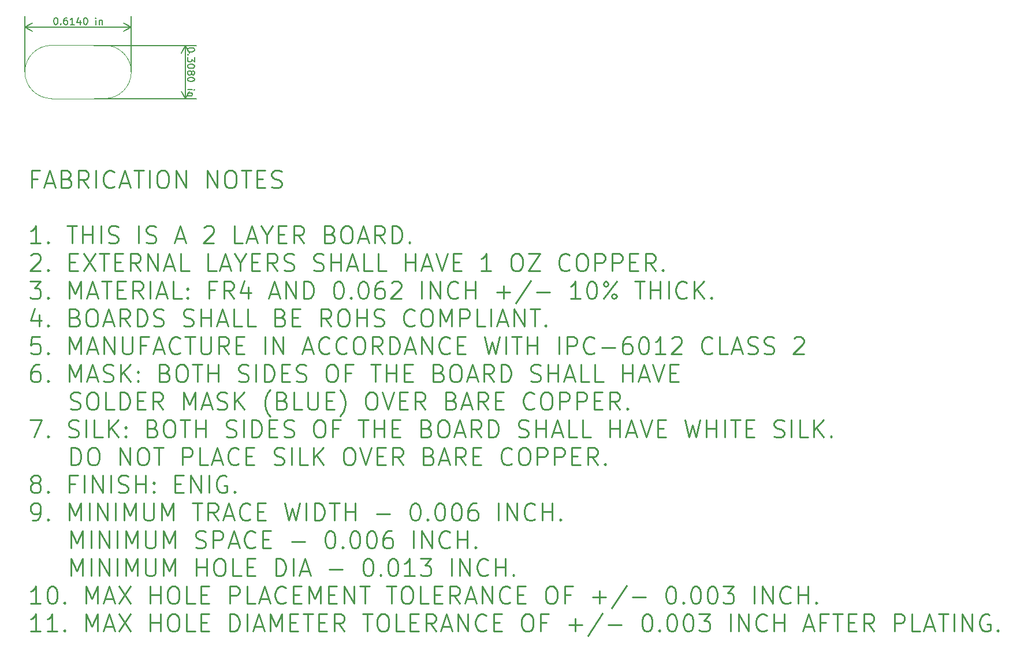
<source format=gbr>
G04 This is an RS-274x file exported by *
G04 gerbv version 2.6.0 *
G04 More information is available about gerbv at *
G04 http://gerbv.gpleda.org/ *
G04 --End of header info--*
%MOIN*%
%FSLAX34Y34*%
%IPPOS*%
G04 --Define apertures--*
%ADD10C,0.0138*%
%ADD11C,0.0060*%
%ADD12C,0.0100*%
%ADD13C,0.0016*%
G04 --Start main section--*
G54D11*
G01X0017469Y-014165D02*
G01X0017469Y-014203D01*
G01X0017469Y-014203D02*
G01X0017450Y-014241D01*
G01X0017450Y-014241D02*
G01X0017431Y-014260D01*
G01X0017431Y-014260D02*
G01X0017393Y-014280D01*
G01X0017393Y-014280D02*
G01X0017317Y-014299D01*
G01X0017317Y-014299D02*
G01X0017221Y-014299D01*
G01X0017221Y-014299D02*
G01X0017145Y-014280D01*
G01X0017145Y-014280D02*
G01X0017107Y-014260D01*
G01X0017107Y-014260D02*
G01X0017088Y-014241D01*
G01X0017088Y-014241D02*
G01X0017069Y-014203D01*
G01X0017069Y-014203D02*
G01X0017069Y-014165D01*
G01X0017069Y-014165D02*
G01X0017088Y-014127D01*
G01X0017088Y-014127D02*
G01X0017107Y-014108D01*
G01X0017107Y-014108D02*
G01X0017145Y-014089D01*
G01X0017145Y-014089D02*
G01X0017221Y-014070D01*
G01X0017221Y-014070D02*
G01X0017317Y-014070D01*
G01X0017317Y-014070D02*
G01X0017393Y-014089D01*
G01X0017393Y-014089D02*
G01X0017431Y-014108D01*
G01X0017431Y-014108D02*
G01X0017450Y-014127D01*
G01X0017450Y-014127D02*
G01X0017469Y-014165D01*
G01X0017107Y-014470D02*
G01X0017088Y-014489D01*
G01X0017088Y-014489D02*
G01X0017069Y-014470D01*
G01X0017069Y-014470D02*
G01X0017088Y-014451D01*
G01X0017088Y-014451D02*
G01X0017107Y-014470D01*
G01X0017107Y-014470D02*
G01X0017069Y-014470D01*
G01X0017469Y-014622D02*
G01X0017469Y-014870D01*
G01X0017469Y-014870D02*
G01X0017317Y-014737D01*
G01X0017317Y-014737D02*
G01X0017317Y-014794D01*
G01X0017317Y-014794D02*
G01X0017298Y-014832D01*
G01X0017298Y-014832D02*
G01X0017279Y-014851D01*
G01X0017279Y-014851D02*
G01X0017240Y-014870D01*
G01X0017240Y-014870D02*
G01X0017145Y-014870D01*
G01X0017145Y-014870D02*
G01X0017107Y-014851D01*
G01X0017107Y-014851D02*
G01X0017088Y-014832D01*
G01X0017088Y-014832D02*
G01X0017069Y-014794D01*
G01X0017069Y-014794D02*
G01X0017069Y-014680D01*
G01X0017069Y-014680D02*
G01X0017088Y-014641D01*
G01X0017088Y-014641D02*
G01X0017107Y-014622D01*
G01X0017469Y-015118D02*
G01X0017469Y-015156D01*
G01X0017469Y-015156D02*
G01X0017450Y-015194D01*
G01X0017450Y-015194D02*
G01X0017431Y-015213D01*
G01X0017431Y-015213D02*
G01X0017393Y-015232D01*
G01X0017393Y-015232D02*
G01X0017317Y-015251D01*
G01X0017317Y-015251D02*
G01X0017221Y-015251D01*
G01X0017221Y-015251D02*
G01X0017145Y-015232D01*
G01X0017145Y-015232D02*
G01X0017107Y-015213D01*
G01X0017107Y-015213D02*
G01X0017088Y-015194D01*
G01X0017088Y-015194D02*
G01X0017069Y-015156D01*
G01X0017069Y-015156D02*
G01X0017069Y-015118D01*
G01X0017069Y-015118D02*
G01X0017088Y-015080D01*
G01X0017088Y-015080D02*
G01X0017107Y-015060D01*
G01X0017107Y-015060D02*
G01X0017145Y-015041D01*
G01X0017145Y-015041D02*
G01X0017221Y-015022D01*
G01X0017221Y-015022D02*
G01X0017317Y-015022D01*
G01X0017317Y-015022D02*
G01X0017393Y-015041D01*
G01X0017393Y-015041D02*
G01X0017431Y-015060D01*
G01X0017431Y-015060D02*
G01X0017450Y-015080D01*
G01X0017450Y-015080D02*
G01X0017469Y-015118D01*
G01X0017298Y-015480D02*
G01X0017317Y-015441D01*
G01X0017317Y-015441D02*
G01X0017336Y-015422D01*
G01X0017336Y-015422D02*
G01X0017374Y-015403D01*
G01X0017374Y-015403D02*
G01X0017393Y-015403D01*
G01X0017393Y-015403D02*
G01X0017431Y-015422D01*
G01X0017431Y-015422D02*
G01X0017450Y-015441D01*
G01X0017450Y-015441D02*
G01X0017469Y-015480D01*
G01X0017469Y-015480D02*
G01X0017469Y-015556D01*
G01X0017469Y-015556D02*
G01X0017450Y-015594D01*
G01X0017450Y-015594D02*
G01X0017431Y-015613D01*
G01X0017431Y-015613D02*
G01X0017393Y-015632D01*
G01X0017393Y-015632D02*
G01X0017374Y-015632D01*
G01X0017374Y-015632D02*
G01X0017336Y-015613D01*
G01X0017336Y-015613D02*
G01X0017317Y-015594D01*
G01X0017317Y-015594D02*
G01X0017298Y-015556D01*
G01X0017298Y-015556D02*
G01X0017298Y-015480D01*
G01X0017298Y-015480D02*
G01X0017279Y-015441D01*
G01X0017279Y-015441D02*
G01X0017260Y-015422D01*
G01X0017260Y-015422D02*
G01X0017221Y-015403D01*
G01X0017221Y-015403D02*
G01X0017145Y-015403D01*
G01X0017145Y-015403D02*
G01X0017107Y-015422D01*
G01X0017107Y-015422D02*
G01X0017088Y-015441D01*
G01X0017088Y-015441D02*
G01X0017069Y-015480D01*
G01X0017069Y-015480D02*
G01X0017069Y-015556D01*
G01X0017069Y-015556D02*
G01X0017088Y-015594D01*
G01X0017088Y-015594D02*
G01X0017107Y-015613D01*
G01X0017107Y-015613D02*
G01X0017145Y-015632D01*
G01X0017145Y-015632D02*
G01X0017221Y-015632D01*
G01X0017221Y-015632D02*
G01X0017260Y-015613D01*
G01X0017260Y-015613D02*
G01X0017279Y-015594D01*
G01X0017279Y-015594D02*
G01X0017298Y-015556D01*
G01X0017469Y-015880D02*
G01X0017469Y-015918D01*
G01X0017469Y-015918D02*
G01X0017450Y-015956D01*
G01X0017450Y-015956D02*
G01X0017431Y-015975D01*
G01X0017431Y-015975D02*
G01X0017393Y-015994D01*
G01X0017393Y-015994D02*
G01X0017317Y-016013D01*
G01X0017317Y-016013D02*
G01X0017221Y-016013D01*
G01X0017221Y-016013D02*
G01X0017145Y-015994D01*
G01X0017145Y-015994D02*
G01X0017107Y-015975D01*
G01X0017107Y-015975D02*
G01X0017088Y-015956D01*
G01X0017088Y-015956D02*
G01X0017069Y-015918D01*
G01X0017069Y-015918D02*
G01X0017069Y-015880D01*
G01X0017069Y-015880D02*
G01X0017088Y-015841D01*
G01X0017088Y-015841D02*
G01X0017107Y-015822D01*
G01X0017107Y-015822D02*
G01X0017145Y-015803D01*
G01X0017145Y-015803D02*
G01X0017221Y-015784D01*
G01X0017221Y-015784D02*
G01X0017317Y-015784D01*
G01X0017317Y-015784D02*
G01X0017393Y-015803D01*
G01X0017393Y-015803D02*
G01X0017431Y-015822D01*
G01X0017431Y-015822D02*
G01X0017450Y-015841D01*
G01X0017450Y-015841D02*
G01X0017469Y-015880D01*
G01X0017069Y-016489D02*
G01X0017336Y-016489D01*
G01X0017469Y-016489D02*
G01X0017450Y-016470D01*
G01X0017450Y-016470D02*
G01X0017431Y-016489D01*
G01X0017431Y-016489D02*
G01X0017450Y-016508D01*
G01X0017450Y-016508D02*
G01X0017469Y-016489D01*
G01X0017469Y-016489D02*
G01X0017431Y-016489D01*
G01X0017336Y-016680D02*
G01X0017069Y-016680D01*
G01X0017298Y-016680D02*
G01X0017317Y-016699D01*
G01X0017317Y-016699D02*
G01X0017336Y-016737D01*
G01X0017336Y-016737D02*
G01X0017336Y-016794D01*
G01X0017336Y-016794D02*
G01X0017317Y-016832D01*
G01X0017317Y-016832D02*
G01X0017279Y-016851D01*
G01X0017279Y-016851D02*
G01X0017069Y-016851D01*
G01X0016930Y-013930D02*
G01X0016930Y-017010D01*
G01X0011680Y-013930D02*
G01X0017570Y-013930D01*
G01X0011680Y-017010D02*
G01X0017570Y-017010D01*
G01X0016930Y-017010D02*
G01X0016699Y-016566D01*
G01X0016930Y-017010D02*
G01X0017161Y-016566D01*
G01X0016930Y-013930D02*
G01X0016699Y-014374D01*
G01X0016930Y-013930D02*
G01X0017161Y-014374D01*
G01X0009445Y-012331D02*
G01X0009483Y-012331D01*
G01X0009483Y-012331D02*
G01X0009521Y-012350D01*
G01X0009521Y-012350D02*
G01X0009540Y-012369D01*
G01X0009540Y-012369D02*
G01X0009560Y-012407D01*
G01X0009560Y-012407D02*
G01X0009579Y-012483D01*
G01X0009579Y-012483D02*
G01X0009579Y-012579D01*
G01X0009579Y-012579D02*
G01X0009560Y-012655D01*
G01X0009560Y-012655D02*
G01X0009540Y-012693D01*
G01X0009540Y-012693D02*
G01X0009521Y-012712D01*
G01X0009521Y-012712D02*
G01X0009483Y-012731D01*
G01X0009483Y-012731D02*
G01X0009445Y-012731D01*
G01X0009445Y-012731D02*
G01X0009407Y-012712D01*
G01X0009407Y-012712D02*
G01X0009388Y-012693D01*
G01X0009388Y-012693D02*
G01X0009369Y-012655D01*
G01X0009369Y-012655D02*
G01X0009350Y-012579D01*
G01X0009350Y-012579D02*
G01X0009350Y-012483D01*
G01X0009350Y-012483D02*
G01X0009369Y-012407D01*
G01X0009369Y-012407D02*
G01X0009388Y-012369D01*
G01X0009388Y-012369D02*
G01X0009407Y-012350D01*
G01X0009407Y-012350D02*
G01X0009445Y-012331D01*
G01X0009750Y-012693D02*
G01X0009769Y-012712D01*
G01X0009769Y-012712D02*
G01X0009750Y-012731D01*
G01X0009750Y-012731D02*
G01X0009731Y-012712D01*
G01X0009731Y-012712D02*
G01X0009750Y-012693D01*
G01X0009750Y-012693D02*
G01X0009750Y-012731D01*
G01X0010112Y-012331D02*
G01X0010036Y-012331D01*
G01X0010036Y-012331D02*
G01X0009998Y-012350D01*
G01X0009998Y-012350D02*
G01X0009979Y-012369D01*
G01X0009979Y-012369D02*
G01X0009940Y-012426D01*
G01X0009940Y-012426D02*
G01X0009921Y-012502D01*
G01X0009921Y-012502D02*
G01X0009921Y-012655D01*
G01X0009921Y-012655D02*
G01X0009940Y-012693D01*
G01X0009940Y-012693D02*
G01X0009960Y-012712D01*
G01X0009960Y-012712D02*
G01X0009998Y-012731D01*
G01X0009998Y-012731D02*
G01X0010074Y-012731D01*
G01X0010074Y-012731D02*
G01X0010112Y-012712D01*
G01X0010112Y-012712D02*
G01X0010131Y-012693D01*
G01X0010131Y-012693D02*
G01X0010150Y-012655D01*
G01X0010150Y-012655D02*
G01X0010150Y-012560D01*
G01X0010150Y-012560D02*
G01X0010131Y-012521D01*
G01X0010131Y-012521D02*
G01X0010112Y-012502D01*
G01X0010112Y-012502D02*
G01X0010074Y-012483D01*
G01X0010074Y-012483D02*
G01X0009998Y-012483D01*
G01X0009998Y-012483D02*
G01X0009960Y-012502D01*
G01X0009960Y-012502D02*
G01X0009940Y-012521D01*
G01X0009940Y-012521D02*
G01X0009921Y-012560D01*
G01X0010531Y-012731D02*
G01X0010302Y-012731D01*
G01X0010417Y-012731D02*
G01X0010417Y-012331D01*
G01X0010417Y-012331D02*
G01X0010379Y-012388D01*
G01X0010379Y-012388D02*
G01X0010340Y-012426D01*
G01X0010340Y-012426D02*
G01X0010302Y-012445D01*
G01X0010874Y-012464D02*
G01X0010874Y-012731D01*
G01X0010779Y-012312D02*
G01X0010683Y-012598D01*
G01X0010683Y-012598D02*
G01X0010931Y-012598D01*
G01X0011160Y-012331D02*
G01X0011198Y-012331D01*
G01X0011198Y-012331D02*
G01X0011236Y-012350D01*
G01X0011236Y-012350D02*
G01X0011255Y-012369D01*
G01X0011255Y-012369D02*
G01X0011274Y-012407D01*
G01X0011274Y-012407D02*
G01X0011293Y-012483D01*
G01X0011293Y-012483D02*
G01X0011293Y-012579D01*
G01X0011293Y-012579D02*
G01X0011274Y-012655D01*
G01X0011274Y-012655D02*
G01X0011255Y-012693D01*
G01X0011255Y-012693D02*
G01X0011236Y-012712D01*
G01X0011236Y-012712D02*
G01X0011198Y-012731D01*
G01X0011198Y-012731D02*
G01X0011160Y-012731D01*
G01X0011160Y-012731D02*
G01X0011121Y-012712D01*
G01X0011121Y-012712D02*
G01X0011102Y-012693D01*
G01X0011102Y-012693D02*
G01X0011083Y-012655D01*
G01X0011083Y-012655D02*
G01X0011064Y-012579D01*
G01X0011064Y-012579D02*
G01X0011064Y-012483D01*
G01X0011064Y-012483D02*
G01X0011083Y-012407D01*
G01X0011083Y-012407D02*
G01X0011102Y-012369D01*
G01X0011102Y-012369D02*
G01X0011121Y-012350D01*
G01X0011121Y-012350D02*
G01X0011160Y-012331D01*
G01X0011769Y-012731D02*
G01X0011769Y-012464D01*
G01X0011769Y-012331D02*
G01X0011750Y-012350D01*
G01X0011750Y-012350D02*
G01X0011769Y-012369D01*
G01X0011769Y-012369D02*
G01X0011788Y-012350D01*
G01X0011788Y-012350D02*
G01X0011769Y-012331D01*
G01X0011769Y-012331D02*
G01X0011769Y-012369D01*
G01X0011960Y-012464D02*
G01X0011960Y-012731D01*
G01X0011960Y-012502D02*
G01X0011979Y-012483D01*
G01X0011979Y-012483D02*
G01X0012017Y-012464D01*
G01X0012017Y-012464D02*
G01X0012074Y-012464D01*
G01X0012074Y-012464D02*
G01X0012112Y-012483D01*
G01X0012112Y-012483D02*
G01X0012131Y-012521D01*
G01X0012131Y-012521D02*
G01X0012131Y-012731D01*
G01X0007680Y-012870D02*
G01X0013820Y-012870D01*
G01X0007680Y-015460D02*
G01X0007680Y-012230D01*
G01X0013820Y-015460D02*
G01X0013820Y-012230D01*
G01X0013820Y-012870D02*
G01X0013376Y-013101D01*
G01X0013820Y-012870D02*
G01X0013376Y-012639D01*
G01X0007680Y-012870D02*
G01X0008124Y-013101D01*
G01X0007680Y-012870D02*
G01X0008124Y-012639D01*
G54D12*
G01X0008401Y-021639D02*
G01X0008068Y-021639D01*
G01X0008068Y-022162D02*
G01X0008068Y-021162D01*
G01X0008068Y-021162D02*
G01X0008544Y-021162D01*
G01X0008878Y-021877D02*
G01X0009354Y-021877D01*
G01X0008782Y-022162D02*
G01X0009116Y-021162D01*
G01X0009116Y-021162D02*
G01X0009449Y-022162D01*
G01X0010116Y-021639D02*
G01X0010259Y-021686D01*
G01X0010259Y-021686D02*
G01X0010306Y-021734D01*
G01X0010306Y-021734D02*
G01X0010354Y-021829D01*
G01X0010354Y-021829D02*
G01X0010354Y-021972D01*
G01X0010354Y-021972D02*
G01X0010306Y-022067D01*
G01X0010306Y-022067D02*
G01X0010259Y-022115D01*
G01X0010259Y-022115D02*
G01X0010163Y-022162D01*
G01X0010163Y-022162D02*
G01X0009782Y-022162D01*
G01X0009782Y-022162D02*
G01X0009782Y-021162D01*
G01X0009782Y-021162D02*
G01X0010116Y-021162D01*
G01X0010116Y-021162D02*
G01X0010211Y-021210D01*
G01X0010211Y-021210D02*
G01X0010259Y-021258D01*
G01X0010259Y-021258D02*
G01X0010306Y-021353D01*
G01X0010306Y-021353D02*
G01X0010306Y-021448D01*
G01X0010306Y-021448D02*
G01X0010259Y-021543D01*
G01X0010259Y-021543D02*
G01X0010211Y-021591D01*
G01X0010211Y-021591D02*
G01X0010116Y-021639D01*
G01X0010116Y-021639D02*
G01X0009782Y-021639D01*
G01X0011354Y-022162D02*
G01X0011020Y-021686D01*
G01X0010782Y-022162D02*
G01X0010782Y-021162D01*
G01X0010782Y-021162D02*
G01X0011163Y-021162D01*
G01X0011163Y-021162D02*
G01X0011259Y-021210D01*
G01X0011259Y-021210D02*
G01X0011306Y-021258D01*
G01X0011306Y-021258D02*
G01X0011354Y-021353D01*
G01X0011354Y-021353D02*
G01X0011354Y-021496D01*
G01X0011354Y-021496D02*
G01X0011306Y-021591D01*
G01X0011306Y-021591D02*
G01X0011259Y-021639D01*
G01X0011259Y-021639D02*
G01X0011163Y-021686D01*
G01X0011163Y-021686D02*
G01X0010782Y-021686D01*
G01X0011782Y-022162D02*
G01X0011782Y-021162D01*
G01X0012830Y-022067D02*
G01X0012782Y-022115D01*
G01X0012782Y-022115D02*
G01X0012640Y-022162D01*
G01X0012640Y-022162D02*
G01X0012544Y-022162D01*
G01X0012544Y-022162D02*
G01X0012401Y-022115D01*
G01X0012401Y-022115D02*
G01X0012306Y-022020D01*
G01X0012306Y-022020D02*
G01X0012259Y-021924D01*
G01X0012259Y-021924D02*
G01X0012211Y-021734D01*
G01X0012211Y-021734D02*
G01X0012211Y-021591D01*
G01X0012211Y-021591D02*
G01X0012259Y-021400D01*
G01X0012259Y-021400D02*
G01X0012306Y-021305D01*
G01X0012306Y-021305D02*
G01X0012401Y-021210D01*
G01X0012401Y-021210D02*
G01X0012544Y-021162D01*
G01X0012544Y-021162D02*
G01X0012640Y-021162D01*
G01X0012640Y-021162D02*
G01X0012782Y-021210D01*
G01X0012782Y-021210D02*
G01X0012830Y-021258D01*
G01X0013211Y-021877D02*
G01X0013687Y-021877D01*
G01X0013116Y-022162D02*
G01X0013449Y-021162D01*
G01X0013449Y-021162D02*
G01X0013782Y-022162D01*
G01X0013973Y-021162D02*
G01X0014544Y-021162D01*
G01X0014259Y-022162D02*
G01X0014259Y-021162D01*
G01X0014878Y-022162D02*
G01X0014878Y-021162D01*
G01X0015544Y-021162D02*
G01X0015735Y-021162D01*
G01X0015735Y-021162D02*
G01X0015830Y-021210D01*
G01X0015830Y-021210D02*
G01X0015925Y-021305D01*
G01X0015925Y-021305D02*
G01X0015973Y-021496D01*
G01X0015973Y-021496D02*
G01X0015973Y-021829D01*
G01X0015973Y-021829D02*
G01X0015925Y-022020D01*
G01X0015925Y-022020D02*
G01X0015830Y-022115D01*
G01X0015830Y-022115D02*
G01X0015735Y-022162D01*
G01X0015735Y-022162D02*
G01X0015544Y-022162D01*
G01X0015544Y-022162D02*
G01X0015449Y-022115D01*
G01X0015449Y-022115D02*
G01X0015354Y-022020D01*
G01X0015354Y-022020D02*
G01X0015306Y-021829D01*
G01X0015306Y-021829D02*
G01X0015306Y-021496D01*
G01X0015306Y-021496D02*
G01X0015354Y-021305D01*
G01X0015354Y-021305D02*
G01X0015449Y-021210D01*
G01X0015449Y-021210D02*
G01X0015544Y-021162D01*
G01X0016401Y-022162D02*
G01X0016401Y-021162D01*
G01X0016401Y-021162D02*
G01X0016973Y-022162D01*
G01X0016973Y-022162D02*
G01X0016973Y-021162D01*
G01X0018211Y-022162D02*
G01X0018211Y-021162D01*
G01X0018211Y-021162D02*
G01X0018782Y-022162D01*
G01X0018782Y-022162D02*
G01X0018782Y-021162D01*
G01X0019449Y-021162D02*
G01X0019640Y-021162D01*
G01X0019640Y-021162D02*
G01X0019735Y-021210D01*
G01X0019735Y-021210D02*
G01X0019830Y-021305D01*
G01X0019830Y-021305D02*
G01X0019878Y-021496D01*
G01X0019878Y-021496D02*
G01X0019878Y-021829D01*
G01X0019878Y-021829D02*
G01X0019830Y-022020D01*
G01X0019830Y-022020D02*
G01X0019735Y-022115D01*
G01X0019735Y-022115D02*
G01X0019640Y-022162D01*
G01X0019640Y-022162D02*
G01X0019449Y-022162D01*
G01X0019449Y-022162D02*
G01X0019354Y-022115D01*
G01X0019354Y-022115D02*
G01X0019259Y-022020D01*
G01X0019259Y-022020D02*
G01X0019211Y-021829D01*
G01X0019211Y-021829D02*
G01X0019211Y-021496D01*
G01X0019211Y-021496D02*
G01X0019259Y-021305D01*
G01X0019259Y-021305D02*
G01X0019354Y-021210D01*
G01X0019354Y-021210D02*
G01X0019449Y-021162D01*
G01X0020163Y-021162D02*
G01X0020735Y-021162D01*
G01X0020449Y-022162D02*
G01X0020449Y-021162D01*
G01X0021068Y-021639D02*
G01X0021401Y-021639D01*
G01X0021544Y-022162D02*
G01X0021068Y-022162D01*
G01X0021068Y-022162D02*
G01X0021068Y-021162D01*
G01X0021068Y-021162D02*
G01X0021544Y-021162D01*
G01X0021925Y-022115D02*
G01X0022068Y-022162D01*
G01X0022068Y-022162D02*
G01X0022306Y-022162D01*
G01X0022306Y-022162D02*
G01X0022401Y-022115D01*
G01X0022401Y-022115D02*
G01X0022449Y-022067D01*
G01X0022449Y-022067D02*
G01X0022497Y-021972D01*
G01X0022497Y-021972D02*
G01X0022497Y-021877D01*
G01X0022497Y-021877D02*
G01X0022449Y-021781D01*
G01X0022449Y-021781D02*
G01X0022401Y-021734D01*
G01X0022401Y-021734D02*
G01X0022306Y-021686D01*
G01X0022306Y-021686D02*
G01X0022116Y-021639D01*
G01X0022116Y-021639D02*
G01X0022020Y-021591D01*
G01X0022020Y-021591D02*
G01X0021973Y-021543D01*
G01X0021973Y-021543D02*
G01X0021925Y-021448D01*
G01X0021925Y-021448D02*
G01X0021925Y-021353D01*
G01X0021925Y-021353D02*
G01X0021973Y-021258D01*
G01X0021973Y-021258D02*
G01X0022020Y-021210D01*
G01X0022020Y-021210D02*
G01X0022116Y-021162D01*
G01X0022116Y-021162D02*
G01X0022354Y-021162D01*
G01X0022354Y-021162D02*
G01X0022497Y-021210D01*
G01X0008592Y-025362D02*
G01X0008020Y-025362D01*
G01X0008306Y-025362D02*
G01X0008306Y-024362D01*
G01X0008306Y-024362D02*
G01X0008211Y-024505D01*
G01X0008211Y-024505D02*
G01X0008116Y-024600D01*
G01X0008116Y-024600D02*
G01X0008020Y-024648D01*
G01X0009020Y-025267D02*
G01X0009068Y-025315D01*
G01X0009068Y-025315D02*
G01X0009020Y-025362D01*
G01X0009020Y-025362D02*
G01X0008973Y-025315D01*
G01X0008973Y-025315D02*
G01X0009020Y-025267D01*
G01X0009020Y-025267D02*
G01X0009020Y-025362D01*
G01X0010116Y-024362D02*
G01X0010687Y-024362D01*
G01X0010401Y-025362D02*
G01X0010401Y-024362D01*
G01X0011020Y-025362D02*
G01X0011020Y-024362D01*
G01X0011020Y-024839D02*
G01X0011592Y-024839D01*
G01X0011592Y-025362D02*
G01X0011592Y-024362D01*
G01X0012068Y-025362D02*
G01X0012068Y-024362D01*
G01X0012497Y-025315D02*
G01X0012640Y-025362D01*
G01X0012640Y-025362D02*
G01X0012878Y-025362D01*
G01X0012878Y-025362D02*
G01X0012973Y-025315D01*
G01X0012973Y-025315D02*
G01X0013020Y-025267D01*
G01X0013020Y-025267D02*
G01X0013068Y-025172D01*
G01X0013068Y-025172D02*
G01X0013068Y-025077D01*
G01X0013068Y-025077D02*
G01X0013020Y-024981D01*
G01X0013020Y-024981D02*
G01X0012973Y-024934D01*
G01X0012973Y-024934D02*
G01X0012878Y-024886D01*
G01X0012878Y-024886D02*
G01X0012687Y-024839D01*
G01X0012687Y-024839D02*
G01X0012592Y-024791D01*
G01X0012592Y-024791D02*
G01X0012544Y-024743D01*
G01X0012544Y-024743D02*
G01X0012497Y-024648D01*
G01X0012497Y-024648D02*
G01X0012497Y-024553D01*
G01X0012497Y-024553D02*
G01X0012544Y-024458D01*
G01X0012544Y-024458D02*
G01X0012592Y-024410D01*
G01X0012592Y-024410D02*
G01X0012687Y-024362D01*
G01X0012687Y-024362D02*
G01X0012925Y-024362D01*
G01X0012925Y-024362D02*
G01X0013068Y-024410D01*
G01X0014259Y-025362D02*
G01X0014259Y-024362D01*
G01X0014687Y-025315D02*
G01X0014830Y-025362D01*
G01X0014830Y-025362D02*
G01X0015068Y-025362D01*
G01X0015068Y-025362D02*
G01X0015163Y-025315D01*
G01X0015163Y-025315D02*
G01X0015211Y-025267D01*
G01X0015211Y-025267D02*
G01X0015259Y-025172D01*
G01X0015259Y-025172D02*
G01X0015259Y-025077D01*
G01X0015259Y-025077D02*
G01X0015211Y-024981D01*
G01X0015211Y-024981D02*
G01X0015163Y-024934D01*
G01X0015163Y-024934D02*
G01X0015068Y-024886D01*
G01X0015068Y-024886D02*
G01X0014878Y-024839D01*
G01X0014878Y-024839D02*
G01X0014782Y-024791D01*
G01X0014782Y-024791D02*
G01X0014735Y-024743D01*
G01X0014735Y-024743D02*
G01X0014687Y-024648D01*
G01X0014687Y-024648D02*
G01X0014687Y-024553D01*
G01X0014687Y-024553D02*
G01X0014735Y-024458D01*
G01X0014735Y-024458D02*
G01X0014782Y-024410D01*
G01X0014782Y-024410D02*
G01X0014878Y-024362D01*
G01X0014878Y-024362D02*
G01X0015116Y-024362D01*
G01X0015116Y-024362D02*
G01X0015259Y-024410D01*
G01X0016401Y-025077D02*
G01X0016878Y-025077D01*
G01X0016306Y-025362D02*
G01X0016640Y-024362D01*
G01X0016640Y-024362D02*
G01X0016973Y-025362D01*
G01X0018020Y-024458D02*
G01X0018068Y-024410D01*
G01X0018068Y-024410D02*
G01X0018163Y-024362D01*
G01X0018163Y-024362D02*
G01X0018401Y-024362D01*
G01X0018401Y-024362D02*
G01X0018497Y-024410D01*
G01X0018497Y-024410D02*
G01X0018544Y-024458D01*
G01X0018544Y-024458D02*
G01X0018592Y-024553D01*
G01X0018592Y-024553D02*
G01X0018592Y-024648D01*
G01X0018592Y-024648D02*
G01X0018544Y-024791D01*
G01X0018544Y-024791D02*
G01X0017973Y-025362D01*
G01X0017973Y-025362D02*
G01X0018592Y-025362D01*
G01X0020259Y-025362D02*
G01X0019782Y-025362D01*
G01X0019782Y-025362D02*
G01X0019782Y-024362D01*
G01X0020544Y-025077D02*
G01X0021020Y-025077D01*
G01X0020449Y-025362D02*
G01X0020782Y-024362D01*
G01X0020782Y-024362D02*
G01X0021116Y-025362D01*
G01X0021640Y-024886D02*
G01X0021640Y-025362D01*
G01X0021306Y-024362D02*
G01X0021640Y-024886D01*
G01X0021640Y-024886D02*
G01X0021973Y-024362D01*
G01X0022306Y-024839D02*
G01X0022640Y-024839D01*
G01X0022782Y-025362D02*
G01X0022306Y-025362D01*
G01X0022306Y-025362D02*
G01X0022306Y-024362D01*
G01X0022306Y-024362D02*
G01X0022782Y-024362D01*
G01X0023782Y-025362D02*
G01X0023449Y-024886D01*
G01X0023211Y-025362D02*
G01X0023211Y-024362D01*
G01X0023211Y-024362D02*
G01X0023592Y-024362D01*
G01X0023592Y-024362D02*
G01X0023687Y-024410D01*
G01X0023687Y-024410D02*
G01X0023735Y-024458D01*
G01X0023735Y-024458D02*
G01X0023782Y-024553D01*
G01X0023782Y-024553D02*
G01X0023782Y-024696D01*
G01X0023782Y-024696D02*
G01X0023735Y-024791D01*
G01X0023735Y-024791D02*
G01X0023687Y-024839D01*
G01X0023687Y-024839D02*
G01X0023592Y-024886D01*
G01X0023592Y-024886D02*
G01X0023211Y-024886D01*
G01X0025306Y-024839D02*
G01X0025449Y-024886D01*
G01X0025449Y-024886D02*
G01X0025497Y-024934D01*
G01X0025497Y-024934D02*
G01X0025544Y-025029D01*
G01X0025544Y-025029D02*
G01X0025544Y-025172D01*
G01X0025544Y-025172D02*
G01X0025497Y-025267D01*
G01X0025497Y-025267D02*
G01X0025449Y-025315D01*
G01X0025449Y-025315D02*
G01X0025354Y-025362D01*
G01X0025354Y-025362D02*
G01X0024973Y-025362D01*
G01X0024973Y-025362D02*
G01X0024973Y-024362D01*
G01X0024973Y-024362D02*
G01X0025306Y-024362D01*
G01X0025306Y-024362D02*
G01X0025401Y-024410D01*
G01X0025401Y-024410D02*
G01X0025449Y-024458D01*
G01X0025449Y-024458D02*
G01X0025497Y-024553D01*
G01X0025497Y-024553D02*
G01X0025497Y-024648D01*
G01X0025497Y-024648D02*
G01X0025449Y-024743D01*
G01X0025449Y-024743D02*
G01X0025401Y-024791D01*
G01X0025401Y-024791D02*
G01X0025306Y-024839D01*
G01X0025306Y-024839D02*
G01X0024973Y-024839D01*
G01X0026163Y-024362D02*
G01X0026354Y-024362D01*
G01X0026354Y-024362D02*
G01X0026449Y-024410D01*
G01X0026449Y-024410D02*
G01X0026544Y-024505D01*
G01X0026544Y-024505D02*
G01X0026592Y-024696D01*
G01X0026592Y-024696D02*
G01X0026592Y-025029D01*
G01X0026592Y-025029D02*
G01X0026544Y-025220D01*
G01X0026544Y-025220D02*
G01X0026449Y-025315D01*
G01X0026449Y-025315D02*
G01X0026354Y-025362D01*
G01X0026354Y-025362D02*
G01X0026163Y-025362D01*
G01X0026163Y-025362D02*
G01X0026068Y-025315D01*
G01X0026068Y-025315D02*
G01X0025973Y-025220D01*
G01X0025973Y-025220D02*
G01X0025925Y-025029D01*
G01X0025925Y-025029D02*
G01X0025925Y-024696D01*
G01X0025925Y-024696D02*
G01X0025973Y-024505D01*
G01X0025973Y-024505D02*
G01X0026068Y-024410D01*
G01X0026068Y-024410D02*
G01X0026163Y-024362D01*
G01X0026973Y-025077D02*
G01X0027449Y-025077D01*
G01X0026878Y-025362D02*
G01X0027211Y-024362D01*
G01X0027211Y-024362D02*
G01X0027544Y-025362D01*
G01X0028449Y-025362D02*
G01X0028116Y-024886D01*
G01X0027878Y-025362D02*
G01X0027878Y-024362D01*
G01X0027878Y-024362D02*
G01X0028259Y-024362D01*
G01X0028259Y-024362D02*
G01X0028354Y-024410D01*
G01X0028354Y-024410D02*
G01X0028401Y-024458D01*
G01X0028401Y-024458D02*
G01X0028449Y-024553D01*
G01X0028449Y-024553D02*
G01X0028449Y-024696D01*
G01X0028449Y-024696D02*
G01X0028401Y-024791D01*
G01X0028401Y-024791D02*
G01X0028354Y-024839D01*
G01X0028354Y-024839D02*
G01X0028259Y-024886D01*
G01X0028259Y-024886D02*
G01X0027878Y-024886D01*
G01X0028878Y-025362D02*
G01X0028878Y-024362D01*
G01X0028878Y-024362D02*
G01X0029116Y-024362D01*
G01X0029116Y-024362D02*
G01X0029259Y-024410D01*
G01X0029259Y-024410D02*
G01X0029354Y-024505D01*
G01X0029354Y-024505D02*
G01X0029401Y-024600D01*
G01X0029401Y-024600D02*
G01X0029449Y-024791D01*
G01X0029449Y-024791D02*
G01X0029449Y-024934D01*
G01X0029449Y-024934D02*
G01X0029401Y-025124D01*
G01X0029401Y-025124D02*
G01X0029354Y-025220D01*
G01X0029354Y-025220D02*
G01X0029259Y-025315D01*
G01X0029259Y-025315D02*
G01X0029116Y-025362D01*
G01X0029116Y-025362D02*
G01X0028878Y-025362D01*
G01X0029878Y-025267D02*
G01X0029925Y-025315D01*
G01X0029925Y-025315D02*
G01X0029878Y-025362D01*
G01X0029878Y-025362D02*
G01X0029830Y-025315D01*
G01X0029830Y-025315D02*
G01X0029878Y-025267D01*
G01X0029878Y-025267D02*
G01X0029878Y-025362D01*
G01X0008020Y-026058D02*
G01X0008068Y-026010D01*
G01X0008068Y-026010D02*
G01X0008163Y-025962D01*
G01X0008163Y-025962D02*
G01X0008401Y-025962D01*
G01X0008401Y-025962D02*
G01X0008497Y-026010D01*
G01X0008497Y-026010D02*
G01X0008544Y-026058D01*
G01X0008544Y-026058D02*
G01X0008592Y-026153D01*
G01X0008592Y-026153D02*
G01X0008592Y-026248D01*
G01X0008592Y-026248D02*
G01X0008544Y-026391D01*
G01X0008544Y-026391D02*
G01X0007973Y-026962D01*
G01X0007973Y-026962D02*
G01X0008592Y-026962D01*
G01X0009020Y-026867D02*
G01X0009068Y-026915D01*
G01X0009068Y-026915D02*
G01X0009020Y-026962D01*
G01X0009020Y-026962D02*
G01X0008973Y-026915D01*
G01X0008973Y-026915D02*
G01X0009020Y-026867D01*
G01X0009020Y-026867D02*
G01X0009020Y-026962D01*
G01X0010259Y-026439D02*
G01X0010592Y-026439D01*
G01X0010735Y-026962D02*
G01X0010259Y-026962D01*
G01X0010259Y-026962D02*
G01X0010259Y-025962D01*
G01X0010259Y-025962D02*
G01X0010735Y-025962D01*
G01X0011068Y-025962D02*
G01X0011735Y-026962D01*
G01X0011735Y-025962D02*
G01X0011068Y-026962D01*
G01X0011973Y-025962D02*
G01X0012544Y-025962D01*
G01X0012259Y-026962D02*
G01X0012259Y-025962D01*
G01X0012878Y-026439D02*
G01X0013211Y-026439D01*
G01X0013354Y-026962D02*
G01X0012878Y-026962D01*
G01X0012878Y-026962D02*
G01X0012878Y-025962D01*
G01X0012878Y-025962D02*
G01X0013354Y-025962D01*
G01X0014354Y-026962D02*
G01X0014020Y-026486D01*
G01X0013782Y-026962D02*
G01X0013782Y-025962D01*
G01X0013782Y-025962D02*
G01X0014163Y-025962D01*
G01X0014163Y-025962D02*
G01X0014259Y-026010D01*
G01X0014259Y-026010D02*
G01X0014306Y-026058D01*
G01X0014306Y-026058D02*
G01X0014354Y-026153D01*
G01X0014354Y-026153D02*
G01X0014354Y-026296D01*
G01X0014354Y-026296D02*
G01X0014306Y-026391D01*
G01X0014306Y-026391D02*
G01X0014259Y-026439D01*
G01X0014259Y-026439D02*
G01X0014163Y-026486D01*
G01X0014163Y-026486D02*
G01X0013782Y-026486D01*
G01X0014782Y-026962D02*
G01X0014782Y-025962D01*
G01X0014782Y-025962D02*
G01X0015354Y-026962D01*
G01X0015354Y-026962D02*
G01X0015354Y-025962D01*
G01X0015782Y-026677D02*
G01X0016259Y-026677D01*
G01X0015687Y-026962D02*
G01X0016020Y-025962D01*
G01X0016020Y-025962D02*
G01X0016354Y-026962D01*
G01X0017163Y-026962D02*
G01X0016687Y-026962D01*
G01X0016687Y-026962D02*
G01X0016687Y-025962D01*
G01X0018735Y-026962D02*
G01X0018259Y-026962D01*
G01X0018259Y-026962D02*
G01X0018259Y-025962D01*
G01X0019020Y-026677D02*
G01X0019497Y-026677D01*
G01X0018925Y-026962D02*
G01X0019259Y-025962D01*
G01X0019259Y-025962D02*
G01X0019592Y-026962D01*
G01X0020116Y-026486D02*
G01X0020116Y-026962D01*
G01X0019782Y-025962D02*
G01X0020116Y-026486D01*
G01X0020116Y-026486D02*
G01X0020449Y-025962D01*
G01X0020782Y-026439D02*
G01X0021116Y-026439D01*
G01X0021259Y-026962D02*
G01X0020782Y-026962D01*
G01X0020782Y-026962D02*
G01X0020782Y-025962D01*
G01X0020782Y-025962D02*
G01X0021259Y-025962D01*
G01X0022259Y-026962D02*
G01X0021925Y-026486D01*
G01X0021687Y-026962D02*
G01X0021687Y-025962D01*
G01X0021687Y-025962D02*
G01X0022068Y-025962D01*
G01X0022068Y-025962D02*
G01X0022163Y-026010D01*
G01X0022163Y-026010D02*
G01X0022211Y-026058D01*
G01X0022211Y-026058D02*
G01X0022259Y-026153D01*
G01X0022259Y-026153D02*
G01X0022259Y-026296D01*
G01X0022259Y-026296D02*
G01X0022211Y-026391D01*
G01X0022211Y-026391D02*
G01X0022163Y-026439D01*
G01X0022163Y-026439D02*
G01X0022068Y-026486D01*
G01X0022068Y-026486D02*
G01X0021687Y-026486D01*
G01X0022640Y-026915D02*
G01X0022782Y-026962D01*
G01X0022782Y-026962D02*
G01X0023020Y-026962D01*
G01X0023020Y-026962D02*
G01X0023116Y-026915D01*
G01X0023116Y-026915D02*
G01X0023163Y-026867D01*
G01X0023163Y-026867D02*
G01X0023211Y-026772D01*
G01X0023211Y-026772D02*
G01X0023211Y-026677D01*
G01X0023211Y-026677D02*
G01X0023163Y-026581D01*
G01X0023163Y-026581D02*
G01X0023116Y-026534D01*
G01X0023116Y-026534D02*
G01X0023020Y-026486D01*
G01X0023020Y-026486D02*
G01X0022830Y-026439D01*
G01X0022830Y-026439D02*
G01X0022735Y-026391D01*
G01X0022735Y-026391D02*
G01X0022687Y-026343D01*
G01X0022687Y-026343D02*
G01X0022640Y-026248D01*
G01X0022640Y-026248D02*
G01X0022640Y-026153D01*
G01X0022640Y-026153D02*
G01X0022687Y-026058D01*
G01X0022687Y-026058D02*
G01X0022735Y-026010D01*
G01X0022735Y-026010D02*
G01X0022830Y-025962D01*
G01X0022830Y-025962D02*
G01X0023068Y-025962D01*
G01X0023068Y-025962D02*
G01X0023211Y-026010D01*
G01X0024354Y-026915D02*
G01X0024497Y-026962D01*
G01X0024497Y-026962D02*
G01X0024735Y-026962D01*
G01X0024735Y-026962D02*
G01X0024830Y-026915D01*
G01X0024830Y-026915D02*
G01X0024878Y-026867D01*
G01X0024878Y-026867D02*
G01X0024925Y-026772D01*
G01X0024925Y-026772D02*
G01X0024925Y-026677D01*
G01X0024925Y-026677D02*
G01X0024878Y-026581D01*
G01X0024878Y-026581D02*
G01X0024830Y-026534D01*
G01X0024830Y-026534D02*
G01X0024735Y-026486D01*
G01X0024735Y-026486D02*
G01X0024544Y-026439D01*
G01X0024544Y-026439D02*
G01X0024449Y-026391D01*
G01X0024449Y-026391D02*
G01X0024401Y-026343D01*
G01X0024401Y-026343D02*
G01X0024354Y-026248D01*
G01X0024354Y-026248D02*
G01X0024354Y-026153D01*
G01X0024354Y-026153D02*
G01X0024401Y-026058D01*
G01X0024401Y-026058D02*
G01X0024449Y-026010D01*
G01X0024449Y-026010D02*
G01X0024544Y-025962D01*
G01X0024544Y-025962D02*
G01X0024782Y-025962D01*
G01X0024782Y-025962D02*
G01X0024925Y-026010D01*
G01X0025354Y-026962D02*
G01X0025354Y-025962D01*
G01X0025354Y-026439D02*
G01X0025925Y-026439D01*
G01X0025925Y-026962D02*
G01X0025925Y-025962D01*
G01X0026354Y-026677D02*
G01X0026830Y-026677D01*
G01X0026259Y-026962D02*
G01X0026592Y-025962D01*
G01X0026592Y-025962D02*
G01X0026925Y-026962D01*
G01X0027735Y-026962D02*
G01X0027259Y-026962D01*
G01X0027259Y-026962D02*
G01X0027259Y-025962D01*
G01X0028544Y-026962D02*
G01X0028068Y-026962D01*
G01X0028068Y-026962D02*
G01X0028068Y-025962D01*
G01X0029640Y-026962D02*
G01X0029640Y-025962D01*
G01X0029640Y-026439D02*
G01X0030211Y-026439D01*
G01X0030211Y-026962D02*
G01X0030211Y-025962D01*
G01X0030640Y-026677D02*
G01X0031116Y-026677D01*
G01X0030544Y-026962D02*
G01X0030878Y-025962D01*
G01X0030878Y-025962D02*
G01X0031211Y-026962D01*
G01X0031401Y-025962D02*
G01X0031735Y-026962D01*
G01X0031735Y-026962D02*
G01X0032068Y-025962D01*
G01X0032401Y-026439D02*
G01X0032735Y-026439D01*
G01X0032878Y-026962D02*
G01X0032401Y-026962D01*
G01X0032401Y-026962D02*
G01X0032401Y-025962D01*
G01X0032401Y-025962D02*
G01X0032878Y-025962D01*
G01X0034592Y-026962D02*
G01X0034020Y-026962D01*
G01X0034306Y-026962D02*
G01X0034306Y-025962D01*
G01X0034306Y-025962D02*
G01X0034211Y-026105D01*
G01X0034211Y-026105D02*
G01X0034116Y-026200D01*
G01X0034116Y-026200D02*
G01X0034020Y-026248D01*
G01X0035973Y-025962D02*
G01X0036163Y-025962D01*
G01X0036163Y-025962D02*
G01X0036259Y-026010D01*
G01X0036259Y-026010D02*
G01X0036354Y-026105D01*
G01X0036354Y-026105D02*
G01X0036401Y-026296D01*
G01X0036401Y-026296D02*
G01X0036401Y-026629D01*
G01X0036401Y-026629D02*
G01X0036354Y-026820D01*
G01X0036354Y-026820D02*
G01X0036259Y-026915D01*
G01X0036259Y-026915D02*
G01X0036163Y-026962D01*
G01X0036163Y-026962D02*
G01X0035973Y-026962D01*
G01X0035973Y-026962D02*
G01X0035878Y-026915D01*
G01X0035878Y-026915D02*
G01X0035782Y-026820D01*
G01X0035782Y-026820D02*
G01X0035735Y-026629D01*
G01X0035735Y-026629D02*
G01X0035735Y-026296D01*
G01X0035735Y-026296D02*
G01X0035782Y-026105D01*
G01X0035782Y-026105D02*
G01X0035878Y-026010D01*
G01X0035878Y-026010D02*
G01X0035973Y-025962D01*
G01X0036735Y-025962D02*
G01X0037401Y-025962D01*
G01X0037401Y-025962D02*
G01X0036735Y-026962D01*
G01X0036735Y-026962D02*
G01X0037401Y-026962D01*
G01X0039116Y-026867D02*
G01X0039068Y-026915D01*
G01X0039068Y-026915D02*
G01X0038925Y-026962D01*
G01X0038925Y-026962D02*
G01X0038830Y-026962D01*
G01X0038830Y-026962D02*
G01X0038687Y-026915D01*
G01X0038687Y-026915D02*
G01X0038592Y-026820D01*
G01X0038592Y-026820D02*
G01X0038544Y-026724D01*
G01X0038544Y-026724D02*
G01X0038497Y-026534D01*
G01X0038497Y-026534D02*
G01X0038497Y-026391D01*
G01X0038497Y-026391D02*
G01X0038544Y-026200D01*
G01X0038544Y-026200D02*
G01X0038592Y-026105D01*
G01X0038592Y-026105D02*
G01X0038687Y-026010D01*
G01X0038687Y-026010D02*
G01X0038830Y-025962D01*
G01X0038830Y-025962D02*
G01X0038925Y-025962D01*
G01X0038925Y-025962D02*
G01X0039068Y-026010D01*
G01X0039068Y-026010D02*
G01X0039116Y-026058D01*
G01X0039735Y-025962D02*
G01X0039925Y-025962D01*
G01X0039925Y-025962D02*
G01X0040020Y-026010D01*
G01X0040020Y-026010D02*
G01X0040116Y-026105D01*
G01X0040116Y-026105D02*
G01X0040163Y-026296D01*
G01X0040163Y-026296D02*
G01X0040163Y-026629D01*
G01X0040163Y-026629D02*
G01X0040116Y-026820D01*
G01X0040116Y-026820D02*
G01X0040020Y-026915D01*
G01X0040020Y-026915D02*
G01X0039925Y-026962D01*
G01X0039925Y-026962D02*
G01X0039735Y-026962D01*
G01X0039735Y-026962D02*
G01X0039640Y-026915D01*
G01X0039640Y-026915D02*
G01X0039544Y-026820D01*
G01X0039544Y-026820D02*
G01X0039497Y-026629D01*
G01X0039497Y-026629D02*
G01X0039497Y-026296D01*
G01X0039497Y-026296D02*
G01X0039544Y-026105D01*
G01X0039544Y-026105D02*
G01X0039640Y-026010D01*
G01X0039640Y-026010D02*
G01X0039735Y-025962D01*
G01X0040592Y-026962D02*
G01X0040592Y-025962D01*
G01X0040592Y-025962D02*
G01X0040973Y-025962D01*
G01X0040973Y-025962D02*
G01X0041068Y-026010D01*
G01X0041068Y-026010D02*
G01X0041116Y-026058D01*
G01X0041116Y-026058D02*
G01X0041163Y-026153D01*
G01X0041163Y-026153D02*
G01X0041163Y-026296D01*
G01X0041163Y-026296D02*
G01X0041116Y-026391D01*
G01X0041116Y-026391D02*
G01X0041068Y-026439D01*
G01X0041068Y-026439D02*
G01X0040973Y-026486D01*
G01X0040973Y-026486D02*
G01X0040592Y-026486D01*
G01X0041592Y-026962D02*
G01X0041592Y-025962D01*
G01X0041592Y-025962D02*
G01X0041973Y-025962D01*
G01X0041973Y-025962D02*
G01X0042068Y-026010D01*
G01X0042068Y-026010D02*
G01X0042116Y-026058D01*
G01X0042116Y-026058D02*
G01X0042163Y-026153D01*
G01X0042163Y-026153D02*
G01X0042163Y-026296D01*
G01X0042163Y-026296D02*
G01X0042116Y-026391D01*
G01X0042116Y-026391D02*
G01X0042068Y-026439D01*
G01X0042068Y-026439D02*
G01X0041973Y-026486D01*
G01X0041973Y-026486D02*
G01X0041592Y-026486D01*
G01X0042592Y-026439D02*
G01X0042925Y-026439D01*
G01X0043068Y-026962D02*
G01X0042592Y-026962D01*
G01X0042592Y-026962D02*
G01X0042592Y-025962D01*
G01X0042592Y-025962D02*
G01X0043068Y-025962D01*
G01X0044068Y-026962D02*
G01X0043735Y-026486D01*
G01X0043497Y-026962D02*
G01X0043497Y-025962D01*
G01X0043497Y-025962D02*
G01X0043878Y-025962D01*
G01X0043878Y-025962D02*
G01X0043973Y-026010D01*
G01X0043973Y-026010D02*
G01X0044020Y-026058D01*
G01X0044020Y-026058D02*
G01X0044068Y-026153D01*
G01X0044068Y-026153D02*
G01X0044068Y-026296D01*
G01X0044068Y-026296D02*
G01X0044020Y-026391D01*
G01X0044020Y-026391D02*
G01X0043973Y-026439D01*
G01X0043973Y-026439D02*
G01X0043878Y-026486D01*
G01X0043878Y-026486D02*
G01X0043497Y-026486D01*
G01X0044497Y-026867D02*
G01X0044544Y-026915D01*
G01X0044544Y-026915D02*
G01X0044497Y-026962D01*
G01X0044497Y-026962D02*
G01X0044449Y-026915D01*
G01X0044449Y-026915D02*
G01X0044497Y-026867D01*
G01X0044497Y-026867D02*
G01X0044497Y-026962D01*
G01X0007973Y-027562D02*
G01X0008592Y-027562D01*
G01X0008592Y-027562D02*
G01X0008259Y-027943D01*
G01X0008259Y-027943D02*
G01X0008401Y-027943D01*
G01X0008401Y-027943D02*
G01X0008497Y-027991D01*
G01X0008497Y-027991D02*
G01X0008544Y-028039D01*
G01X0008544Y-028039D02*
G01X0008592Y-028134D01*
G01X0008592Y-028134D02*
G01X0008592Y-028372D01*
G01X0008592Y-028372D02*
G01X0008544Y-028467D01*
G01X0008544Y-028467D02*
G01X0008497Y-028515D01*
G01X0008497Y-028515D02*
G01X0008401Y-028562D01*
G01X0008401Y-028562D02*
G01X0008116Y-028562D01*
G01X0008116Y-028562D02*
G01X0008020Y-028515D01*
G01X0008020Y-028515D02*
G01X0007973Y-028467D01*
G01X0009020Y-028467D02*
G01X0009068Y-028515D01*
G01X0009068Y-028515D02*
G01X0009020Y-028562D01*
G01X0009020Y-028562D02*
G01X0008973Y-028515D01*
G01X0008973Y-028515D02*
G01X0009020Y-028467D01*
G01X0009020Y-028467D02*
G01X0009020Y-028562D01*
G01X0010259Y-028562D02*
G01X0010259Y-027562D01*
G01X0010259Y-027562D02*
G01X0010592Y-028277D01*
G01X0010592Y-028277D02*
G01X0010925Y-027562D01*
G01X0010925Y-027562D02*
G01X0010925Y-028562D01*
G01X0011354Y-028277D02*
G01X0011830Y-028277D01*
G01X0011259Y-028562D02*
G01X0011592Y-027562D01*
G01X0011592Y-027562D02*
G01X0011925Y-028562D01*
G01X0012116Y-027562D02*
G01X0012687Y-027562D01*
G01X0012401Y-028562D02*
G01X0012401Y-027562D01*
G01X0013020Y-028039D02*
G01X0013354Y-028039D01*
G01X0013497Y-028562D02*
G01X0013020Y-028562D01*
G01X0013020Y-028562D02*
G01X0013020Y-027562D01*
G01X0013020Y-027562D02*
G01X0013497Y-027562D01*
G01X0014497Y-028562D02*
G01X0014163Y-028086D01*
G01X0013925Y-028562D02*
G01X0013925Y-027562D01*
G01X0013925Y-027562D02*
G01X0014306Y-027562D01*
G01X0014306Y-027562D02*
G01X0014401Y-027610D01*
G01X0014401Y-027610D02*
G01X0014449Y-027658D01*
G01X0014449Y-027658D02*
G01X0014497Y-027753D01*
G01X0014497Y-027753D02*
G01X0014497Y-027896D01*
G01X0014497Y-027896D02*
G01X0014449Y-027991D01*
G01X0014449Y-027991D02*
G01X0014401Y-028039D01*
G01X0014401Y-028039D02*
G01X0014306Y-028086D01*
G01X0014306Y-028086D02*
G01X0013925Y-028086D01*
G01X0014925Y-028562D02*
G01X0014925Y-027562D01*
G01X0015354Y-028277D02*
G01X0015830Y-028277D01*
G01X0015259Y-028562D02*
G01X0015592Y-027562D01*
G01X0015592Y-027562D02*
G01X0015925Y-028562D01*
G01X0016735Y-028562D02*
G01X0016259Y-028562D01*
G01X0016259Y-028562D02*
G01X0016259Y-027562D01*
G01X0017068Y-028467D02*
G01X0017116Y-028515D01*
G01X0017116Y-028515D02*
G01X0017068Y-028562D01*
G01X0017068Y-028562D02*
G01X0017020Y-028515D01*
G01X0017020Y-028515D02*
G01X0017068Y-028467D01*
G01X0017068Y-028467D02*
G01X0017068Y-028562D01*
G01X0017068Y-027943D02*
G01X0017116Y-027991D01*
G01X0017116Y-027991D02*
G01X0017068Y-028039D01*
G01X0017068Y-028039D02*
G01X0017020Y-027991D01*
G01X0017020Y-027991D02*
G01X0017068Y-027943D01*
G01X0017068Y-027943D02*
G01X0017068Y-028039D01*
G01X0018640Y-028039D02*
G01X0018306Y-028039D01*
G01X0018306Y-028562D02*
G01X0018306Y-027562D01*
G01X0018306Y-027562D02*
G01X0018782Y-027562D01*
G01X0019735Y-028562D02*
G01X0019401Y-028086D01*
G01X0019163Y-028562D02*
G01X0019163Y-027562D01*
G01X0019163Y-027562D02*
G01X0019544Y-027562D01*
G01X0019544Y-027562D02*
G01X0019640Y-027610D01*
G01X0019640Y-027610D02*
G01X0019687Y-027658D01*
G01X0019687Y-027658D02*
G01X0019735Y-027753D01*
G01X0019735Y-027753D02*
G01X0019735Y-027896D01*
G01X0019735Y-027896D02*
G01X0019687Y-027991D01*
G01X0019687Y-027991D02*
G01X0019640Y-028039D01*
G01X0019640Y-028039D02*
G01X0019544Y-028086D01*
G01X0019544Y-028086D02*
G01X0019163Y-028086D01*
G01X0020592Y-027896D02*
G01X0020592Y-028562D01*
G01X0020354Y-027515D02*
G01X0020116Y-028229D01*
G01X0020116Y-028229D02*
G01X0020735Y-028229D01*
G01X0021830Y-028277D02*
G01X0022306Y-028277D01*
G01X0021735Y-028562D02*
G01X0022068Y-027562D01*
G01X0022068Y-027562D02*
G01X0022401Y-028562D01*
G01X0022735Y-028562D02*
G01X0022735Y-027562D01*
G01X0022735Y-027562D02*
G01X0023306Y-028562D01*
G01X0023306Y-028562D02*
G01X0023306Y-027562D01*
G01X0023782Y-028562D02*
G01X0023782Y-027562D01*
G01X0023782Y-027562D02*
G01X0024020Y-027562D01*
G01X0024020Y-027562D02*
G01X0024163Y-027610D01*
G01X0024163Y-027610D02*
G01X0024259Y-027705D01*
G01X0024259Y-027705D02*
G01X0024306Y-027800D01*
G01X0024306Y-027800D02*
G01X0024354Y-027991D01*
G01X0024354Y-027991D02*
G01X0024354Y-028134D01*
G01X0024354Y-028134D02*
G01X0024306Y-028324D01*
G01X0024306Y-028324D02*
G01X0024259Y-028420D01*
G01X0024259Y-028420D02*
G01X0024163Y-028515D01*
G01X0024163Y-028515D02*
G01X0024020Y-028562D01*
G01X0024020Y-028562D02*
G01X0023782Y-028562D01*
G01X0025735Y-027562D02*
G01X0025830Y-027562D01*
G01X0025830Y-027562D02*
G01X0025925Y-027610D01*
G01X0025925Y-027610D02*
G01X0025973Y-027658D01*
G01X0025973Y-027658D02*
G01X0026020Y-027753D01*
G01X0026020Y-027753D02*
G01X0026068Y-027943D01*
G01X0026068Y-027943D02*
G01X0026068Y-028181D01*
G01X0026068Y-028181D02*
G01X0026020Y-028372D01*
G01X0026020Y-028372D02*
G01X0025973Y-028467D01*
G01X0025973Y-028467D02*
G01X0025925Y-028515D01*
G01X0025925Y-028515D02*
G01X0025830Y-028562D01*
G01X0025830Y-028562D02*
G01X0025735Y-028562D01*
G01X0025735Y-028562D02*
G01X0025640Y-028515D01*
G01X0025640Y-028515D02*
G01X0025592Y-028467D01*
G01X0025592Y-028467D02*
G01X0025544Y-028372D01*
G01X0025544Y-028372D02*
G01X0025497Y-028181D01*
G01X0025497Y-028181D02*
G01X0025497Y-027943D01*
G01X0025497Y-027943D02*
G01X0025544Y-027753D01*
G01X0025544Y-027753D02*
G01X0025592Y-027658D01*
G01X0025592Y-027658D02*
G01X0025640Y-027610D01*
G01X0025640Y-027610D02*
G01X0025735Y-027562D01*
G01X0026497Y-028467D02*
G01X0026544Y-028515D01*
G01X0026544Y-028515D02*
G01X0026497Y-028562D01*
G01X0026497Y-028562D02*
G01X0026449Y-028515D01*
G01X0026449Y-028515D02*
G01X0026497Y-028467D01*
G01X0026497Y-028467D02*
G01X0026497Y-028562D01*
G01X0027163Y-027562D02*
G01X0027259Y-027562D01*
G01X0027259Y-027562D02*
G01X0027354Y-027610D01*
G01X0027354Y-027610D02*
G01X0027401Y-027658D01*
G01X0027401Y-027658D02*
G01X0027449Y-027753D01*
G01X0027449Y-027753D02*
G01X0027497Y-027943D01*
G01X0027497Y-027943D02*
G01X0027497Y-028181D01*
G01X0027497Y-028181D02*
G01X0027449Y-028372D01*
G01X0027449Y-028372D02*
G01X0027401Y-028467D01*
G01X0027401Y-028467D02*
G01X0027354Y-028515D01*
G01X0027354Y-028515D02*
G01X0027259Y-028562D01*
G01X0027259Y-028562D02*
G01X0027163Y-028562D01*
G01X0027163Y-028562D02*
G01X0027068Y-028515D01*
G01X0027068Y-028515D02*
G01X0027020Y-028467D01*
G01X0027020Y-028467D02*
G01X0026973Y-028372D01*
G01X0026973Y-028372D02*
G01X0026925Y-028181D01*
G01X0026925Y-028181D02*
G01X0026925Y-027943D01*
G01X0026925Y-027943D02*
G01X0026973Y-027753D01*
G01X0026973Y-027753D02*
G01X0027020Y-027658D01*
G01X0027020Y-027658D02*
G01X0027068Y-027610D01*
G01X0027068Y-027610D02*
G01X0027163Y-027562D01*
G01X0028354Y-027562D02*
G01X0028163Y-027562D01*
G01X0028163Y-027562D02*
G01X0028068Y-027610D01*
G01X0028068Y-027610D02*
G01X0028020Y-027658D01*
G01X0028020Y-027658D02*
G01X0027925Y-027800D01*
G01X0027925Y-027800D02*
G01X0027878Y-027991D01*
G01X0027878Y-027991D02*
G01X0027878Y-028372D01*
G01X0027878Y-028372D02*
G01X0027925Y-028467D01*
G01X0027925Y-028467D02*
G01X0027973Y-028515D01*
G01X0027973Y-028515D02*
G01X0028068Y-028562D01*
G01X0028068Y-028562D02*
G01X0028259Y-028562D01*
G01X0028259Y-028562D02*
G01X0028354Y-028515D01*
G01X0028354Y-028515D02*
G01X0028401Y-028467D01*
G01X0028401Y-028467D02*
G01X0028449Y-028372D01*
G01X0028449Y-028372D02*
G01X0028449Y-028134D01*
G01X0028449Y-028134D02*
G01X0028401Y-028039D01*
G01X0028401Y-028039D02*
G01X0028354Y-027991D01*
G01X0028354Y-027991D02*
G01X0028259Y-027943D01*
G01X0028259Y-027943D02*
G01X0028068Y-027943D01*
G01X0028068Y-027943D02*
G01X0027973Y-027991D01*
G01X0027973Y-027991D02*
G01X0027925Y-028039D01*
G01X0027925Y-028039D02*
G01X0027878Y-028134D01*
G01X0028830Y-027658D02*
G01X0028878Y-027610D01*
G01X0028878Y-027610D02*
G01X0028973Y-027562D01*
G01X0028973Y-027562D02*
G01X0029211Y-027562D01*
G01X0029211Y-027562D02*
G01X0029306Y-027610D01*
G01X0029306Y-027610D02*
G01X0029354Y-027658D01*
G01X0029354Y-027658D02*
G01X0029401Y-027753D01*
G01X0029401Y-027753D02*
G01X0029401Y-027848D01*
G01X0029401Y-027848D02*
G01X0029354Y-027991D01*
G01X0029354Y-027991D02*
G01X0028782Y-028562D01*
G01X0028782Y-028562D02*
G01X0029401Y-028562D01*
G01X0030592Y-028562D02*
G01X0030592Y-027562D01*
G01X0031068Y-028562D02*
G01X0031068Y-027562D01*
G01X0031068Y-027562D02*
G01X0031640Y-028562D01*
G01X0031640Y-028562D02*
G01X0031640Y-027562D01*
G01X0032687Y-028467D02*
G01X0032640Y-028515D01*
G01X0032640Y-028515D02*
G01X0032497Y-028562D01*
G01X0032497Y-028562D02*
G01X0032401Y-028562D01*
G01X0032401Y-028562D02*
G01X0032259Y-028515D01*
G01X0032259Y-028515D02*
G01X0032163Y-028420D01*
G01X0032163Y-028420D02*
G01X0032116Y-028324D01*
G01X0032116Y-028324D02*
G01X0032068Y-028134D01*
G01X0032068Y-028134D02*
G01X0032068Y-027991D01*
G01X0032068Y-027991D02*
G01X0032116Y-027800D01*
G01X0032116Y-027800D02*
G01X0032163Y-027705D01*
G01X0032163Y-027705D02*
G01X0032259Y-027610D01*
G01X0032259Y-027610D02*
G01X0032401Y-027562D01*
G01X0032401Y-027562D02*
G01X0032497Y-027562D01*
G01X0032497Y-027562D02*
G01X0032640Y-027610D01*
G01X0032640Y-027610D02*
G01X0032687Y-027658D01*
G01X0033116Y-028562D02*
G01X0033116Y-027562D01*
G01X0033116Y-028039D02*
G01X0033687Y-028039D01*
G01X0033687Y-028562D02*
G01X0033687Y-027562D01*
G01X0034925Y-028181D02*
G01X0035687Y-028181D01*
G01X0035306Y-028562D02*
G01X0035306Y-027800D01*
G01X0036878Y-027515D02*
G01X0036020Y-028800D01*
G01X0037211Y-028181D02*
G01X0037973Y-028181D01*
G01X0039735Y-028562D02*
G01X0039163Y-028562D01*
G01X0039449Y-028562D02*
G01X0039449Y-027562D01*
G01X0039449Y-027562D02*
G01X0039354Y-027705D01*
G01X0039354Y-027705D02*
G01X0039259Y-027800D01*
G01X0039259Y-027800D02*
G01X0039163Y-027848D01*
G01X0040354Y-027562D02*
G01X0040449Y-027562D01*
G01X0040449Y-027562D02*
G01X0040544Y-027610D01*
G01X0040544Y-027610D02*
G01X0040592Y-027658D01*
G01X0040592Y-027658D02*
G01X0040640Y-027753D01*
G01X0040640Y-027753D02*
G01X0040687Y-027943D01*
G01X0040687Y-027943D02*
G01X0040687Y-028181D01*
G01X0040687Y-028181D02*
G01X0040640Y-028372D01*
G01X0040640Y-028372D02*
G01X0040592Y-028467D01*
G01X0040592Y-028467D02*
G01X0040544Y-028515D01*
G01X0040544Y-028515D02*
G01X0040449Y-028562D01*
G01X0040449Y-028562D02*
G01X0040354Y-028562D01*
G01X0040354Y-028562D02*
G01X0040259Y-028515D01*
G01X0040259Y-028515D02*
G01X0040211Y-028467D01*
G01X0040211Y-028467D02*
G01X0040163Y-028372D01*
G01X0040163Y-028372D02*
G01X0040116Y-028181D01*
G01X0040116Y-028181D02*
G01X0040116Y-027943D01*
G01X0040116Y-027943D02*
G01X0040163Y-027753D01*
G01X0040163Y-027753D02*
G01X0040211Y-027658D01*
G01X0040211Y-027658D02*
G01X0040259Y-027610D01*
G01X0040259Y-027610D02*
G01X0040354Y-027562D01*
G01X0041068Y-028562D02*
G01X0041830Y-027562D01*
G01X0041211Y-027562D02*
G01X0041306Y-027610D01*
G01X0041306Y-027610D02*
G01X0041354Y-027705D01*
G01X0041354Y-027705D02*
G01X0041306Y-027800D01*
G01X0041306Y-027800D02*
G01X0041211Y-027848D01*
G01X0041211Y-027848D02*
G01X0041116Y-027800D01*
G01X0041116Y-027800D02*
G01X0041068Y-027705D01*
G01X0041068Y-027705D02*
G01X0041116Y-027610D01*
G01X0041116Y-027610D02*
G01X0041211Y-027562D01*
G01X0041782Y-028515D02*
G01X0041830Y-028420D01*
G01X0041830Y-028420D02*
G01X0041782Y-028324D01*
G01X0041782Y-028324D02*
G01X0041687Y-028277D01*
G01X0041687Y-028277D02*
G01X0041592Y-028324D01*
G01X0041592Y-028324D02*
G01X0041544Y-028420D01*
G01X0041544Y-028420D02*
G01X0041592Y-028515D01*
G01X0041592Y-028515D02*
G01X0041687Y-028562D01*
G01X0041687Y-028562D02*
G01X0041782Y-028515D01*
G01X0042878Y-027562D02*
G01X0043449Y-027562D01*
G01X0043163Y-028562D02*
G01X0043163Y-027562D01*
G01X0043782Y-028562D02*
G01X0043782Y-027562D01*
G01X0043782Y-028039D02*
G01X0044354Y-028039D01*
G01X0044354Y-028562D02*
G01X0044354Y-027562D01*
G01X0044830Y-028562D02*
G01X0044830Y-027562D01*
G01X0045878Y-028467D02*
G01X0045830Y-028515D01*
G01X0045830Y-028515D02*
G01X0045687Y-028562D01*
G01X0045687Y-028562D02*
G01X0045592Y-028562D01*
G01X0045592Y-028562D02*
G01X0045449Y-028515D01*
G01X0045449Y-028515D02*
G01X0045354Y-028420D01*
G01X0045354Y-028420D02*
G01X0045306Y-028324D01*
G01X0045306Y-028324D02*
G01X0045259Y-028134D01*
G01X0045259Y-028134D02*
G01X0045259Y-027991D01*
G01X0045259Y-027991D02*
G01X0045306Y-027800D01*
G01X0045306Y-027800D02*
G01X0045354Y-027705D01*
G01X0045354Y-027705D02*
G01X0045449Y-027610D01*
G01X0045449Y-027610D02*
G01X0045592Y-027562D01*
G01X0045592Y-027562D02*
G01X0045687Y-027562D01*
G01X0045687Y-027562D02*
G01X0045830Y-027610D01*
G01X0045830Y-027610D02*
G01X0045878Y-027658D01*
G01X0046306Y-028562D02*
G01X0046306Y-027562D01*
G01X0046878Y-028562D02*
G01X0046449Y-027991D01*
G01X0046878Y-027562D02*
G01X0046306Y-028134D01*
G01X0047306Y-028467D02*
G01X0047354Y-028515D01*
G01X0047354Y-028515D02*
G01X0047306Y-028562D01*
G01X0047306Y-028562D02*
G01X0047259Y-028515D01*
G01X0047259Y-028515D02*
G01X0047306Y-028467D01*
G01X0047306Y-028467D02*
G01X0047306Y-028562D01*
G01X0008497Y-029496D02*
G01X0008497Y-030162D01*
G01X0008259Y-029115D02*
G01X0008020Y-029829D01*
G01X0008020Y-029829D02*
G01X0008640Y-029829D01*
G01X0009020Y-030067D02*
G01X0009068Y-030115D01*
G01X0009068Y-030115D02*
G01X0009020Y-030162D01*
G01X0009020Y-030162D02*
G01X0008973Y-030115D01*
G01X0008973Y-030115D02*
G01X0009020Y-030067D01*
G01X0009020Y-030067D02*
G01X0009020Y-030162D01*
G01X0010592Y-029639D02*
G01X0010735Y-029686D01*
G01X0010735Y-029686D02*
G01X0010782Y-029734D01*
G01X0010782Y-029734D02*
G01X0010830Y-029829D01*
G01X0010830Y-029829D02*
G01X0010830Y-029972D01*
G01X0010830Y-029972D02*
G01X0010782Y-030067D01*
G01X0010782Y-030067D02*
G01X0010735Y-030115D01*
G01X0010735Y-030115D02*
G01X0010640Y-030162D01*
G01X0010640Y-030162D02*
G01X0010259Y-030162D01*
G01X0010259Y-030162D02*
G01X0010259Y-029162D01*
G01X0010259Y-029162D02*
G01X0010592Y-029162D01*
G01X0010592Y-029162D02*
G01X0010687Y-029210D01*
G01X0010687Y-029210D02*
G01X0010735Y-029258D01*
G01X0010735Y-029258D02*
G01X0010782Y-029353D01*
G01X0010782Y-029353D02*
G01X0010782Y-029448D01*
G01X0010782Y-029448D02*
G01X0010735Y-029543D01*
G01X0010735Y-029543D02*
G01X0010687Y-029591D01*
G01X0010687Y-029591D02*
G01X0010592Y-029639D01*
G01X0010592Y-029639D02*
G01X0010259Y-029639D01*
G01X0011449Y-029162D02*
G01X0011640Y-029162D01*
G01X0011640Y-029162D02*
G01X0011735Y-029210D01*
G01X0011735Y-029210D02*
G01X0011830Y-029305D01*
G01X0011830Y-029305D02*
G01X0011878Y-029496D01*
G01X0011878Y-029496D02*
G01X0011878Y-029829D01*
G01X0011878Y-029829D02*
G01X0011830Y-030020D01*
G01X0011830Y-030020D02*
G01X0011735Y-030115D01*
G01X0011735Y-030115D02*
G01X0011640Y-030162D01*
G01X0011640Y-030162D02*
G01X0011449Y-030162D01*
G01X0011449Y-030162D02*
G01X0011354Y-030115D01*
G01X0011354Y-030115D02*
G01X0011259Y-030020D01*
G01X0011259Y-030020D02*
G01X0011211Y-029829D01*
G01X0011211Y-029829D02*
G01X0011211Y-029496D01*
G01X0011211Y-029496D02*
G01X0011259Y-029305D01*
G01X0011259Y-029305D02*
G01X0011354Y-029210D01*
G01X0011354Y-029210D02*
G01X0011449Y-029162D01*
G01X0012259Y-029877D02*
G01X0012735Y-029877D01*
G01X0012163Y-030162D02*
G01X0012497Y-029162D01*
G01X0012497Y-029162D02*
G01X0012830Y-030162D01*
G01X0013735Y-030162D02*
G01X0013401Y-029686D01*
G01X0013163Y-030162D02*
G01X0013163Y-029162D01*
G01X0013163Y-029162D02*
G01X0013544Y-029162D01*
G01X0013544Y-029162D02*
G01X0013640Y-029210D01*
G01X0013640Y-029210D02*
G01X0013687Y-029258D01*
G01X0013687Y-029258D02*
G01X0013735Y-029353D01*
G01X0013735Y-029353D02*
G01X0013735Y-029496D01*
G01X0013735Y-029496D02*
G01X0013687Y-029591D01*
G01X0013687Y-029591D02*
G01X0013640Y-029639D01*
G01X0013640Y-029639D02*
G01X0013544Y-029686D01*
G01X0013544Y-029686D02*
G01X0013163Y-029686D01*
G01X0014163Y-030162D02*
G01X0014163Y-029162D01*
G01X0014163Y-029162D02*
G01X0014401Y-029162D01*
G01X0014401Y-029162D02*
G01X0014544Y-029210D01*
G01X0014544Y-029210D02*
G01X0014640Y-029305D01*
G01X0014640Y-029305D02*
G01X0014687Y-029400D01*
G01X0014687Y-029400D02*
G01X0014735Y-029591D01*
G01X0014735Y-029591D02*
G01X0014735Y-029734D01*
G01X0014735Y-029734D02*
G01X0014687Y-029924D01*
G01X0014687Y-029924D02*
G01X0014640Y-030020D01*
G01X0014640Y-030020D02*
G01X0014544Y-030115D01*
G01X0014544Y-030115D02*
G01X0014401Y-030162D01*
G01X0014401Y-030162D02*
G01X0014163Y-030162D01*
G01X0015116Y-030115D02*
G01X0015259Y-030162D01*
G01X0015259Y-030162D02*
G01X0015497Y-030162D01*
G01X0015497Y-030162D02*
G01X0015592Y-030115D01*
G01X0015592Y-030115D02*
G01X0015640Y-030067D01*
G01X0015640Y-030067D02*
G01X0015687Y-029972D01*
G01X0015687Y-029972D02*
G01X0015687Y-029877D01*
G01X0015687Y-029877D02*
G01X0015640Y-029781D01*
G01X0015640Y-029781D02*
G01X0015592Y-029734D01*
G01X0015592Y-029734D02*
G01X0015497Y-029686D01*
G01X0015497Y-029686D02*
G01X0015306Y-029639D01*
G01X0015306Y-029639D02*
G01X0015211Y-029591D01*
G01X0015211Y-029591D02*
G01X0015163Y-029543D01*
G01X0015163Y-029543D02*
G01X0015116Y-029448D01*
G01X0015116Y-029448D02*
G01X0015116Y-029353D01*
G01X0015116Y-029353D02*
G01X0015163Y-029258D01*
G01X0015163Y-029258D02*
G01X0015211Y-029210D01*
G01X0015211Y-029210D02*
G01X0015306Y-029162D01*
G01X0015306Y-029162D02*
G01X0015544Y-029162D01*
G01X0015544Y-029162D02*
G01X0015687Y-029210D01*
G01X0016830Y-030115D02*
G01X0016973Y-030162D01*
G01X0016973Y-030162D02*
G01X0017211Y-030162D01*
G01X0017211Y-030162D02*
G01X0017306Y-030115D01*
G01X0017306Y-030115D02*
G01X0017354Y-030067D01*
G01X0017354Y-030067D02*
G01X0017401Y-029972D01*
G01X0017401Y-029972D02*
G01X0017401Y-029877D01*
G01X0017401Y-029877D02*
G01X0017354Y-029781D01*
G01X0017354Y-029781D02*
G01X0017306Y-029734D01*
G01X0017306Y-029734D02*
G01X0017211Y-029686D01*
G01X0017211Y-029686D02*
G01X0017020Y-029639D01*
G01X0017020Y-029639D02*
G01X0016925Y-029591D01*
G01X0016925Y-029591D02*
G01X0016878Y-029543D01*
G01X0016878Y-029543D02*
G01X0016830Y-029448D01*
G01X0016830Y-029448D02*
G01X0016830Y-029353D01*
G01X0016830Y-029353D02*
G01X0016878Y-029258D01*
G01X0016878Y-029258D02*
G01X0016925Y-029210D01*
G01X0016925Y-029210D02*
G01X0017020Y-029162D01*
G01X0017020Y-029162D02*
G01X0017259Y-029162D01*
G01X0017259Y-029162D02*
G01X0017401Y-029210D01*
G01X0017830Y-030162D02*
G01X0017830Y-029162D01*
G01X0017830Y-029639D02*
G01X0018401Y-029639D01*
G01X0018401Y-030162D02*
G01X0018401Y-029162D01*
G01X0018830Y-029877D02*
G01X0019306Y-029877D01*
G01X0018735Y-030162D02*
G01X0019068Y-029162D01*
G01X0019068Y-029162D02*
G01X0019401Y-030162D01*
G01X0020211Y-030162D02*
G01X0019735Y-030162D01*
G01X0019735Y-030162D02*
G01X0019735Y-029162D01*
G01X0021020Y-030162D02*
G01X0020544Y-030162D01*
G01X0020544Y-030162D02*
G01X0020544Y-029162D01*
G01X0022449Y-029639D02*
G01X0022592Y-029686D01*
G01X0022592Y-029686D02*
G01X0022640Y-029734D01*
G01X0022640Y-029734D02*
G01X0022687Y-029829D01*
G01X0022687Y-029829D02*
G01X0022687Y-029972D01*
G01X0022687Y-029972D02*
G01X0022640Y-030067D01*
G01X0022640Y-030067D02*
G01X0022592Y-030115D01*
G01X0022592Y-030115D02*
G01X0022497Y-030162D01*
G01X0022497Y-030162D02*
G01X0022116Y-030162D01*
G01X0022116Y-030162D02*
G01X0022116Y-029162D01*
G01X0022116Y-029162D02*
G01X0022449Y-029162D01*
G01X0022449Y-029162D02*
G01X0022544Y-029210D01*
G01X0022544Y-029210D02*
G01X0022592Y-029258D01*
G01X0022592Y-029258D02*
G01X0022640Y-029353D01*
G01X0022640Y-029353D02*
G01X0022640Y-029448D01*
G01X0022640Y-029448D02*
G01X0022592Y-029543D01*
G01X0022592Y-029543D02*
G01X0022544Y-029591D01*
G01X0022544Y-029591D02*
G01X0022449Y-029639D01*
G01X0022449Y-029639D02*
G01X0022116Y-029639D01*
G01X0023116Y-029639D02*
G01X0023449Y-029639D01*
G01X0023592Y-030162D02*
G01X0023116Y-030162D01*
G01X0023116Y-030162D02*
G01X0023116Y-029162D01*
G01X0023116Y-029162D02*
G01X0023592Y-029162D01*
G01X0025354Y-030162D02*
G01X0025020Y-029686D01*
G01X0024782Y-030162D02*
G01X0024782Y-029162D01*
G01X0024782Y-029162D02*
G01X0025163Y-029162D01*
G01X0025163Y-029162D02*
G01X0025259Y-029210D01*
G01X0025259Y-029210D02*
G01X0025306Y-029258D01*
G01X0025306Y-029258D02*
G01X0025354Y-029353D01*
G01X0025354Y-029353D02*
G01X0025354Y-029496D01*
G01X0025354Y-029496D02*
G01X0025306Y-029591D01*
G01X0025306Y-029591D02*
G01X0025259Y-029639D01*
G01X0025259Y-029639D02*
G01X0025163Y-029686D01*
G01X0025163Y-029686D02*
G01X0024782Y-029686D01*
G01X0025973Y-029162D02*
G01X0026163Y-029162D01*
G01X0026163Y-029162D02*
G01X0026259Y-029210D01*
G01X0026259Y-029210D02*
G01X0026354Y-029305D01*
G01X0026354Y-029305D02*
G01X0026401Y-029496D01*
G01X0026401Y-029496D02*
G01X0026401Y-029829D01*
G01X0026401Y-029829D02*
G01X0026354Y-030020D01*
G01X0026354Y-030020D02*
G01X0026259Y-030115D01*
G01X0026259Y-030115D02*
G01X0026163Y-030162D01*
G01X0026163Y-030162D02*
G01X0025973Y-030162D01*
G01X0025973Y-030162D02*
G01X0025878Y-030115D01*
G01X0025878Y-030115D02*
G01X0025782Y-030020D01*
G01X0025782Y-030020D02*
G01X0025735Y-029829D01*
G01X0025735Y-029829D02*
G01X0025735Y-029496D01*
G01X0025735Y-029496D02*
G01X0025782Y-029305D01*
G01X0025782Y-029305D02*
G01X0025878Y-029210D01*
G01X0025878Y-029210D02*
G01X0025973Y-029162D01*
G01X0026830Y-030162D02*
G01X0026830Y-029162D01*
G01X0026830Y-029639D02*
G01X0027401Y-029639D01*
G01X0027401Y-030162D02*
G01X0027401Y-029162D01*
G01X0027830Y-030115D02*
G01X0027973Y-030162D01*
G01X0027973Y-030162D02*
G01X0028211Y-030162D01*
G01X0028211Y-030162D02*
G01X0028306Y-030115D01*
G01X0028306Y-030115D02*
G01X0028354Y-030067D01*
G01X0028354Y-030067D02*
G01X0028401Y-029972D01*
G01X0028401Y-029972D02*
G01X0028401Y-029877D01*
G01X0028401Y-029877D02*
G01X0028354Y-029781D01*
G01X0028354Y-029781D02*
G01X0028306Y-029734D01*
G01X0028306Y-029734D02*
G01X0028211Y-029686D01*
G01X0028211Y-029686D02*
G01X0028020Y-029639D01*
G01X0028020Y-029639D02*
G01X0027925Y-029591D01*
G01X0027925Y-029591D02*
G01X0027878Y-029543D01*
G01X0027878Y-029543D02*
G01X0027830Y-029448D01*
G01X0027830Y-029448D02*
G01X0027830Y-029353D01*
G01X0027830Y-029353D02*
G01X0027878Y-029258D01*
G01X0027878Y-029258D02*
G01X0027925Y-029210D01*
G01X0027925Y-029210D02*
G01X0028020Y-029162D01*
G01X0028020Y-029162D02*
G01X0028259Y-029162D01*
G01X0028259Y-029162D02*
G01X0028401Y-029210D01*
G01X0030163Y-030067D02*
G01X0030116Y-030115D01*
G01X0030116Y-030115D02*
G01X0029973Y-030162D01*
G01X0029973Y-030162D02*
G01X0029878Y-030162D01*
G01X0029878Y-030162D02*
G01X0029735Y-030115D01*
G01X0029735Y-030115D02*
G01X0029640Y-030020D01*
G01X0029640Y-030020D02*
G01X0029592Y-029924D01*
G01X0029592Y-029924D02*
G01X0029544Y-029734D01*
G01X0029544Y-029734D02*
G01X0029544Y-029591D01*
G01X0029544Y-029591D02*
G01X0029592Y-029400D01*
G01X0029592Y-029400D02*
G01X0029640Y-029305D01*
G01X0029640Y-029305D02*
G01X0029735Y-029210D01*
G01X0029735Y-029210D02*
G01X0029878Y-029162D01*
G01X0029878Y-029162D02*
G01X0029973Y-029162D01*
G01X0029973Y-029162D02*
G01X0030116Y-029210D01*
G01X0030116Y-029210D02*
G01X0030163Y-029258D01*
G01X0030782Y-029162D02*
G01X0030973Y-029162D01*
G01X0030973Y-029162D02*
G01X0031068Y-029210D01*
G01X0031068Y-029210D02*
G01X0031163Y-029305D01*
G01X0031163Y-029305D02*
G01X0031211Y-029496D01*
G01X0031211Y-029496D02*
G01X0031211Y-029829D01*
G01X0031211Y-029829D02*
G01X0031163Y-030020D01*
G01X0031163Y-030020D02*
G01X0031068Y-030115D01*
G01X0031068Y-030115D02*
G01X0030973Y-030162D01*
G01X0030973Y-030162D02*
G01X0030782Y-030162D01*
G01X0030782Y-030162D02*
G01X0030687Y-030115D01*
G01X0030687Y-030115D02*
G01X0030592Y-030020D01*
G01X0030592Y-030020D02*
G01X0030544Y-029829D01*
G01X0030544Y-029829D02*
G01X0030544Y-029496D01*
G01X0030544Y-029496D02*
G01X0030592Y-029305D01*
G01X0030592Y-029305D02*
G01X0030687Y-029210D01*
G01X0030687Y-029210D02*
G01X0030782Y-029162D01*
G01X0031640Y-030162D02*
G01X0031640Y-029162D01*
G01X0031640Y-029162D02*
G01X0031973Y-029877D01*
G01X0031973Y-029877D02*
G01X0032306Y-029162D01*
G01X0032306Y-029162D02*
G01X0032306Y-030162D01*
G01X0032782Y-030162D02*
G01X0032782Y-029162D01*
G01X0032782Y-029162D02*
G01X0033163Y-029162D01*
G01X0033163Y-029162D02*
G01X0033259Y-029210D01*
G01X0033259Y-029210D02*
G01X0033306Y-029258D01*
G01X0033306Y-029258D02*
G01X0033354Y-029353D01*
G01X0033354Y-029353D02*
G01X0033354Y-029496D01*
G01X0033354Y-029496D02*
G01X0033306Y-029591D01*
G01X0033306Y-029591D02*
G01X0033259Y-029639D01*
G01X0033259Y-029639D02*
G01X0033163Y-029686D01*
G01X0033163Y-029686D02*
G01X0032782Y-029686D01*
G01X0034259Y-030162D02*
G01X0033782Y-030162D01*
G01X0033782Y-030162D02*
G01X0033782Y-029162D01*
G01X0034592Y-030162D02*
G01X0034592Y-029162D01*
G01X0035020Y-029877D02*
G01X0035497Y-029877D01*
G01X0034925Y-030162D02*
G01X0035259Y-029162D01*
G01X0035259Y-029162D02*
G01X0035592Y-030162D01*
G01X0035925Y-030162D02*
G01X0035925Y-029162D01*
G01X0035925Y-029162D02*
G01X0036497Y-030162D01*
G01X0036497Y-030162D02*
G01X0036497Y-029162D01*
G01X0036830Y-029162D02*
G01X0037401Y-029162D01*
G01X0037116Y-030162D02*
G01X0037116Y-029162D01*
G01X0037735Y-030067D02*
G01X0037782Y-030115D01*
G01X0037782Y-030115D02*
G01X0037735Y-030162D01*
G01X0037735Y-030162D02*
G01X0037687Y-030115D01*
G01X0037687Y-030115D02*
G01X0037735Y-030067D01*
G01X0037735Y-030067D02*
G01X0037735Y-030162D01*
G01X0008544Y-030762D02*
G01X0008068Y-030762D01*
G01X0008068Y-030762D02*
G01X0008020Y-031239D01*
G01X0008020Y-031239D02*
G01X0008068Y-031191D01*
G01X0008068Y-031191D02*
G01X0008163Y-031143D01*
G01X0008163Y-031143D02*
G01X0008401Y-031143D01*
G01X0008401Y-031143D02*
G01X0008497Y-031191D01*
G01X0008497Y-031191D02*
G01X0008544Y-031239D01*
G01X0008544Y-031239D02*
G01X0008592Y-031334D01*
G01X0008592Y-031334D02*
G01X0008592Y-031572D01*
G01X0008592Y-031572D02*
G01X0008544Y-031667D01*
G01X0008544Y-031667D02*
G01X0008497Y-031715D01*
G01X0008497Y-031715D02*
G01X0008401Y-031762D01*
G01X0008401Y-031762D02*
G01X0008163Y-031762D01*
G01X0008163Y-031762D02*
G01X0008068Y-031715D01*
G01X0008068Y-031715D02*
G01X0008020Y-031667D01*
G01X0009020Y-031667D02*
G01X0009068Y-031715D01*
G01X0009068Y-031715D02*
G01X0009020Y-031762D01*
G01X0009020Y-031762D02*
G01X0008973Y-031715D01*
G01X0008973Y-031715D02*
G01X0009020Y-031667D01*
G01X0009020Y-031667D02*
G01X0009020Y-031762D01*
G01X0010259Y-031762D02*
G01X0010259Y-030762D01*
G01X0010259Y-030762D02*
G01X0010592Y-031477D01*
G01X0010592Y-031477D02*
G01X0010925Y-030762D01*
G01X0010925Y-030762D02*
G01X0010925Y-031762D01*
G01X0011354Y-031477D02*
G01X0011830Y-031477D01*
G01X0011259Y-031762D02*
G01X0011592Y-030762D01*
G01X0011592Y-030762D02*
G01X0011925Y-031762D01*
G01X0012259Y-031762D02*
G01X0012259Y-030762D01*
G01X0012259Y-030762D02*
G01X0012830Y-031762D01*
G01X0012830Y-031762D02*
G01X0012830Y-030762D01*
G01X0013306Y-030762D02*
G01X0013306Y-031572D01*
G01X0013306Y-031572D02*
G01X0013354Y-031667D01*
G01X0013354Y-031667D02*
G01X0013401Y-031715D01*
G01X0013401Y-031715D02*
G01X0013497Y-031762D01*
G01X0013497Y-031762D02*
G01X0013687Y-031762D01*
G01X0013687Y-031762D02*
G01X0013782Y-031715D01*
G01X0013782Y-031715D02*
G01X0013830Y-031667D01*
G01X0013830Y-031667D02*
G01X0013878Y-031572D01*
G01X0013878Y-031572D02*
G01X0013878Y-030762D01*
G01X0014687Y-031239D02*
G01X0014354Y-031239D01*
G01X0014354Y-031762D02*
G01X0014354Y-030762D01*
G01X0014354Y-030762D02*
G01X0014830Y-030762D01*
G01X0015163Y-031477D02*
G01X0015640Y-031477D01*
G01X0015068Y-031762D02*
G01X0015401Y-030762D01*
G01X0015401Y-030762D02*
G01X0015735Y-031762D01*
G01X0016640Y-031667D02*
G01X0016592Y-031715D01*
G01X0016592Y-031715D02*
G01X0016449Y-031762D01*
G01X0016449Y-031762D02*
G01X0016354Y-031762D01*
G01X0016354Y-031762D02*
G01X0016211Y-031715D01*
G01X0016211Y-031715D02*
G01X0016116Y-031620D01*
G01X0016116Y-031620D02*
G01X0016068Y-031524D01*
G01X0016068Y-031524D02*
G01X0016020Y-031334D01*
G01X0016020Y-031334D02*
G01X0016020Y-031191D01*
G01X0016020Y-031191D02*
G01X0016068Y-031000D01*
G01X0016068Y-031000D02*
G01X0016116Y-030905D01*
G01X0016116Y-030905D02*
G01X0016211Y-030810D01*
G01X0016211Y-030810D02*
G01X0016354Y-030762D01*
G01X0016354Y-030762D02*
G01X0016449Y-030762D01*
G01X0016449Y-030762D02*
G01X0016592Y-030810D01*
G01X0016592Y-030810D02*
G01X0016640Y-030858D01*
G01X0016925Y-030762D02*
G01X0017497Y-030762D01*
G01X0017211Y-031762D02*
G01X0017211Y-030762D01*
G01X0017830Y-030762D02*
G01X0017830Y-031572D01*
G01X0017830Y-031572D02*
G01X0017878Y-031667D01*
G01X0017878Y-031667D02*
G01X0017925Y-031715D01*
G01X0017925Y-031715D02*
G01X0018020Y-031762D01*
G01X0018020Y-031762D02*
G01X0018211Y-031762D01*
G01X0018211Y-031762D02*
G01X0018306Y-031715D01*
G01X0018306Y-031715D02*
G01X0018354Y-031667D01*
G01X0018354Y-031667D02*
G01X0018401Y-031572D01*
G01X0018401Y-031572D02*
G01X0018401Y-030762D01*
G01X0019449Y-031762D02*
G01X0019116Y-031286D01*
G01X0018878Y-031762D02*
G01X0018878Y-030762D01*
G01X0018878Y-030762D02*
G01X0019259Y-030762D01*
G01X0019259Y-030762D02*
G01X0019354Y-030810D01*
G01X0019354Y-030810D02*
G01X0019401Y-030858D01*
G01X0019401Y-030858D02*
G01X0019449Y-030953D01*
G01X0019449Y-030953D02*
G01X0019449Y-031096D01*
G01X0019449Y-031096D02*
G01X0019401Y-031191D01*
G01X0019401Y-031191D02*
G01X0019354Y-031239D01*
G01X0019354Y-031239D02*
G01X0019259Y-031286D01*
G01X0019259Y-031286D02*
G01X0018878Y-031286D01*
G01X0019878Y-031239D02*
G01X0020211Y-031239D01*
G01X0020354Y-031762D02*
G01X0019878Y-031762D01*
G01X0019878Y-031762D02*
G01X0019878Y-030762D01*
G01X0019878Y-030762D02*
G01X0020354Y-030762D01*
G01X0021544Y-031762D02*
G01X0021544Y-030762D01*
G01X0022020Y-031762D02*
G01X0022020Y-030762D01*
G01X0022020Y-030762D02*
G01X0022592Y-031762D01*
G01X0022592Y-031762D02*
G01X0022592Y-030762D01*
G01X0023782Y-031477D02*
G01X0024259Y-031477D01*
G01X0023687Y-031762D02*
G01X0024020Y-030762D01*
G01X0024020Y-030762D02*
G01X0024354Y-031762D01*
G01X0025259Y-031667D02*
G01X0025211Y-031715D01*
G01X0025211Y-031715D02*
G01X0025068Y-031762D01*
G01X0025068Y-031762D02*
G01X0024973Y-031762D01*
G01X0024973Y-031762D02*
G01X0024830Y-031715D01*
G01X0024830Y-031715D02*
G01X0024735Y-031620D01*
G01X0024735Y-031620D02*
G01X0024687Y-031524D01*
G01X0024687Y-031524D02*
G01X0024640Y-031334D01*
G01X0024640Y-031334D02*
G01X0024640Y-031191D01*
G01X0024640Y-031191D02*
G01X0024687Y-031000D01*
G01X0024687Y-031000D02*
G01X0024735Y-030905D01*
G01X0024735Y-030905D02*
G01X0024830Y-030810D01*
G01X0024830Y-030810D02*
G01X0024973Y-030762D01*
G01X0024973Y-030762D02*
G01X0025068Y-030762D01*
G01X0025068Y-030762D02*
G01X0025211Y-030810D01*
G01X0025211Y-030810D02*
G01X0025259Y-030858D01*
G01X0026259Y-031667D02*
G01X0026211Y-031715D01*
G01X0026211Y-031715D02*
G01X0026068Y-031762D01*
G01X0026068Y-031762D02*
G01X0025973Y-031762D01*
G01X0025973Y-031762D02*
G01X0025830Y-031715D01*
G01X0025830Y-031715D02*
G01X0025735Y-031620D01*
G01X0025735Y-031620D02*
G01X0025687Y-031524D01*
G01X0025687Y-031524D02*
G01X0025640Y-031334D01*
G01X0025640Y-031334D02*
G01X0025640Y-031191D01*
G01X0025640Y-031191D02*
G01X0025687Y-031000D01*
G01X0025687Y-031000D02*
G01X0025735Y-030905D01*
G01X0025735Y-030905D02*
G01X0025830Y-030810D01*
G01X0025830Y-030810D02*
G01X0025973Y-030762D01*
G01X0025973Y-030762D02*
G01X0026068Y-030762D01*
G01X0026068Y-030762D02*
G01X0026211Y-030810D01*
G01X0026211Y-030810D02*
G01X0026259Y-030858D01*
G01X0026878Y-030762D02*
G01X0027068Y-030762D01*
G01X0027068Y-030762D02*
G01X0027163Y-030810D01*
G01X0027163Y-030810D02*
G01X0027259Y-030905D01*
G01X0027259Y-030905D02*
G01X0027306Y-031096D01*
G01X0027306Y-031096D02*
G01X0027306Y-031429D01*
G01X0027306Y-031429D02*
G01X0027259Y-031620D01*
G01X0027259Y-031620D02*
G01X0027163Y-031715D01*
G01X0027163Y-031715D02*
G01X0027068Y-031762D01*
G01X0027068Y-031762D02*
G01X0026878Y-031762D01*
G01X0026878Y-031762D02*
G01X0026782Y-031715D01*
G01X0026782Y-031715D02*
G01X0026687Y-031620D01*
G01X0026687Y-031620D02*
G01X0026640Y-031429D01*
G01X0026640Y-031429D02*
G01X0026640Y-031096D01*
G01X0026640Y-031096D02*
G01X0026687Y-030905D01*
G01X0026687Y-030905D02*
G01X0026782Y-030810D01*
G01X0026782Y-030810D02*
G01X0026878Y-030762D01*
G01X0028306Y-031762D02*
G01X0027973Y-031286D01*
G01X0027735Y-031762D02*
G01X0027735Y-030762D01*
G01X0027735Y-030762D02*
G01X0028116Y-030762D01*
G01X0028116Y-030762D02*
G01X0028211Y-030810D01*
G01X0028211Y-030810D02*
G01X0028259Y-030858D01*
G01X0028259Y-030858D02*
G01X0028306Y-030953D01*
G01X0028306Y-030953D02*
G01X0028306Y-031096D01*
G01X0028306Y-031096D02*
G01X0028259Y-031191D01*
G01X0028259Y-031191D02*
G01X0028211Y-031239D01*
G01X0028211Y-031239D02*
G01X0028116Y-031286D01*
G01X0028116Y-031286D02*
G01X0027735Y-031286D01*
G01X0028735Y-031762D02*
G01X0028735Y-030762D01*
G01X0028735Y-030762D02*
G01X0028973Y-030762D01*
G01X0028973Y-030762D02*
G01X0029116Y-030810D01*
G01X0029116Y-030810D02*
G01X0029211Y-030905D01*
G01X0029211Y-030905D02*
G01X0029259Y-031000D01*
G01X0029259Y-031000D02*
G01X0029306Y-031191D01*
G01X0029306Y-031191D02*
G01X0029306Y-031334D01*
G01X0029306Y-031334D02*
G01X0029259Y-031524D01*
G01X0029259Y-031524D02*
G01X0029211Y-031620D01*
G01X0029211Y-031620D02*
G01X0029116Y-031715D01*
G01X0029116Y-031715D02*
G01X0028973Y-031762D01*
G01X0028973Y-031762D02*
G01X0028735Y-031762D01*
G01X0029687Y-031477D02*
G01X0030163Y-031477D01*
G01X0029592Y-031762D02*
G01X0029925Y-030762D01*
G01X0029925Y-030762D02*
G01X0030259Y-031762D01*
G01X0030592Y-031762D02*
G01X0030592Y-030762D01*
G01X0030592Y-030762D02*
G01X0031163Y-031762D01*
G01X0031163Y-031762D02*
G01X0031163Y-030762D01*
G01X0032211Y-031667D02*
G01X0032163Y-031715D01*
G01X0032163Y-031715D02*
G01X0032020Y-031762D01*
G01X0032020Y-031762D02*
G01X0031925Y-031762D01*
G01X0031925Y-031762D02*
G01X0031782Y-031715D01*
G01X0031782Y-031715D02*
G01X0031687Y-031620D01*
G01X0031687Y-031620D02*
G01X0031640Y-031524D01*
G01X0031640Y-031524D02*
G01X0031592Y-031334D01*
G01X0031592Y-031334D02*
G01X0031592Y-031191D01*
G01X0031592Y-031191D02*
G01X0031640Y-031000D01*
G01X0031640Y-031000D02*
G01X0031687Y-030905D01*
G01X0031687Y-030905D02*
G01X0031782Y-030810D01*
G01X0031782Y-030810D02*
G01X0031925Y-030762D01*
G01X0031925Y-030762D02*
G01X0032020Y-030762D01*
G01X0032020Y-030762D02*
G01X0032163Y-030810D01*
G01X0032163Y-030810D02*
G01X0032211Y-030858D01*
G01X0032640Y-031239D02*
G01X0032973Y-031239D01*
G01X0033116Y-031762D02*
G01X0032640Y-031762D01*
G01X0032640Y-031762D02*
G01X0032640Y-030762D01*
G01X0032640Y-030762D02*
G01X0033116Y-030762D01*
G01X0034211Y-030762D02*
G01X0034449Y-031762D01*
G01X0034449Y-031762D02*
G01X0034640Y-031048D01*
G01X0034640Y-031048D02*
G01X0034830Y-031762D01*
G01X0034830Y-031762D02*
G01X0035068Y-030762D01*
G01X0035449Y-031762D02*
G01X0035449Y-030762D01*
G01X0035782Y-030762D02*
G01X0036354Y-030762D01*
G01X0036068Y-031762D02*
G01X0036068Y-030762D01*
G01X0036687Y-031762D02*
G01X0036687Y-030762D01*
G01X0036687Y-031239D02*
G01X0037259Y-031239D01*
G01X0037259Y-031762D02*
G01X0037259Y-030762D01*
G01X0038497Y-031762D02*
G01X0038497Y-030762D01*
G01X0038973Y-031762D02*
G01X0038973Y-030762D01*
G01X0038973Y-030762D02*
G01X0039354Y-030762D01*
G01X0039354Y-030762D02*
G01X0039449Y-030810D01*
G01X0039449Y-030810D02*
G01X0039497Y-030858D01*
G01X0039497Y-030858D02*
G01X0039544Y-030953D01*
G01X0039544Y-030953D02*
G01X0039544Y-031096D01*
G01X0039544Y-031096D02*
G01X0039497Y-031191D01*
G01X0039497Y-031191D02*
G01X0039449Y-031239D01*
G01X0039449Y-031239D02*
G01X0039354Y-031286D01*
G01X0039354Y-031286D02*
G01X0038973Y-031286D01*
G01X0040544Y-031667D02*
G01X0040497Y-031715D01*
G01X0040497Y-031715D02*
G01X0040354Y-031762D01*
G01X0040354Y-031762D02*
G01X0040259Y-031762D01*
G01X0040259Y-031762D02*
G01X0040116Y-031715D01*
G01X0040116Y-031715D02*
G01X0040020Y-031620D01*
G01X0040020Y-031620D02*
G01X0039973Y-031524D01*
G01X0039973Y-031524D02*
G01X0039925Y-031334D01*
G01X0039925Y-031334D02*
G01X0039925Y-031191D01*
G01X0039925Y-031191D02*
G01X0039973Y-031000D01*
G01X0039973Y-031000D02*
G01X0040020Y-030905D01*
G01X0040020Y-030905D02*
G01X0040116Y-030810D01*
G01X0040116Y-030810D02*
G01X0040259Y-030762D01*
G01X0040259Y-030762D02*
G01X0040354Y-030762D01*
G01X0040354Y-030762D02*
G01X0040497Y-030810D01*
G01X0040497Y-030810D02*
G01X0040544Y-030858D01*
G01X0040973Y-031381D02*
G01X0041735Y-031381D01*
G01X0042640Y-030762D02*
G01X0042449Y-030762D01*
G01X0042449Y-030762D02*
G01X0042354Y-030810D01*
G01X0042354Y-030810D02*
G01X0042306Y-030858D01*
G01X0042306Y-030858D02*
G01X0042211Y-031000D01*
G01X0042211Y-031000D02*
G01X0042163Y-031191D01*
G01X0042163Y-031191D02*
G01X0042163Y-031572D01*
G01X0042163Y-031572D02*
G01X0042211Y-031667D01*
G01X0042211Y-031667D02*
G01X0042259Y-031715D01*
G01X0042259Y-031715D02*
G01X0042354Y-031762D01*
G01X0042354Y-031762D02*
G01X0042544Y-031762D01*
G01X0042544Y-031762D02*
G01X0042640Y-031715D01*
G01X0042640Y-031715D02*
G01X0042687Y-031667D01*
G01X0042687Y-031667D02*
G01X0042735Y-031572D01*
G01X0042735Y-031572D02*
G01X0042735Y-031334D01*
G01X0042735Y-031334D02*
G01X0042687Y-031239D01*
G01X0042687Y-031239D02*
G01X0042640Y-031191D01*
G01X0042640Y-031191D02*
G01X0042544Y-031143D01*
G01X0042544Y-031143D02*
G01X0042354Y-031143D01*
G01X0042354Y-031143D02*
G01X0042259Y-031191D01*
G01X0042259Y-031191D02*
G01X0042211Y-031239D01*
G01X0042211Y-031239D02*
G01X0042163Y-031334D01*
G01X0043354Y-030762D02*
G01X0043449Y-030762D01*
G01X0043449Y-030762D02*
G01X0043544Y-030810D01*
G01X0043544Y-030810D02*
G01X0043592Y-030858D01*
G01X0043592Y-030858D02*
G01X0043640Y-030953D01*
G01X0043640Y-030953D02*
G01X0043687Y-031143D01*
G01X0043687Y-031143D02*
G01X0043687Y-031381D01*
G01X0043687Y-031381D02*
G01X0043640Y-031572D01*
G01X0043640Y-031572D02*
G01X0043592Y-031667D01*
G01X0043592Y-031667D02*
G01X0043544Y-031715D01*
G01X0043544Y-031715D02*
G01X0043449Y-031762D01*
G01X0043449Y-031762D02*
G01X0043354Y-031762D01*
G01X0043354Y-031762D02*
G01X0043259Y-031715D01*
G01X0043259Y-031715D02*
G01X0043211Y-031667D01*
G01X0043211Y-031667D02*
G01X0043163Y-031572D01*
G01X0043163Y-031572D02*
G01X0043116Y-031381D01*
G01X0043116Y-031381D02*
G01X0043116Y-031143D01*
G01X0043116Y-031143D02*
G01X0043163Y-030953D01*
G01X0043163Y-030953D02*
G01X0043211Y-030858D01*
G01X0043211Y-030858D02*
G01X0043259Y-030810D01*
G01X0043259Y-030810D02*
G01X0043354Y-030762D01*
G01X0044640Y-031762D02*
G01X0044068Y-031762D01*
G01X0044354Y-031762D02*
G01X0044354Y-030762D01*
G01X0044354Y-030762D02*
G01X0044259Y-030905D01*
G01X0044259Y-030905D02*
G01X0044163Y-031000D01*
G01X0044163Y-031000D02*
G01X0044068Y-031048D01*
G01X0045020Y-030858D02*
G01X0045068Y-030810D01*
G01X0045068Y-030810D02*
G01X0045163Y-030762D01*
G01X0045163Y-030762D02*
G01X0045401Y-030762D01*
G01X0045401Y-030762D02*
G01X0045497Y-030810D01*
G01X0045497Y-030810D02*
G01X0045544Y-030858D01*
G01X0045544Y-030858D02*
G01X0045592Y-030953D01*
G01X0045592Y-030953D02*
G01X0045592Y-031048D01*
G01X0045592Y-031048D02*
G01X0045544Y-031191D01*
G01X0045544Y-031191D02*
G01X0044973Y-031762D01*
G01X0044973Y-031762D02*
G01X0045592Y-031762D01*
G01X0047354Y-031667D02*
G01X0047306Y-031715D01*
G01X0047306Y-031715D02*
G01X0047163Y-031762D01*
G01X0047163Y-031762D02*
G01X0047068Y-031762D01*
G01X0047068Y-031762D02*
G01X0046925Y-031715D01*
G01X0046925Y-031715D02*
G01X0046830Y-031620D01*
G01X0046830Y-031620D02*
G01X0046782Y-031524D01*
G01X0046782Y-031524D02*
G01X0046735Y-031334D01*
G01X0046735Y-031334D02*
G01X0046735Y-031191D01*
G01X0046735Y-031191D02*
G01X0046782Y-031000D01*
G01X0046782Y-031000D02*
G01X0046830Y-030905D01*
G01X0046830Y-030905D02*
G01X0046925Y-030810D01*
G01X0046925Y-030810D02*
G01X0047068Y-030762D01*
G01X0047068Y-030762D02*
G01X0047163Y-030762D01*
G01X0047163Y-030762D02*
G01X0047306Y-030810D01*
G01X0047306Y-030810D02*
G01X0047354Y-030858D01*
G01X0048259Y-031762D02*
G01X0047782Y-031762D01*
G01X0047782Y-031762D02*
G01X0047782Y-030762D01*
G01X0048544Y-031477D02*
G01X0049020Y-031477D01*
G01X0048449Y-031762D02*
G01X0048782Y-030762D01*
G01X0048782Y-030762D02*
G01X0049116Y-031762D01*
G01X0049401Y-031715D02*
G01X0049544Y-031762D01*
G01X0049544Y-031762D02*
G01X0049782Y-031762D01*
G01X0049782Y-031762D02*
G01X0049878Y-031715D01*
G01X0049878Y-031715D02*
G01X0049925Y-031667D01*
G01X0049925Y-031667D02*
G01X0049973Y-031572D01*
G01X0049973Y-031572D02*
G01X0049973Y-031477D01*
G01X0049973Y-031477D02*
G01X0049925Y-031381D01*
G01X0049925Y-031381D02*
G01X0049878Y-031334D01*
G01X0049878Y-031334D02*
G01X0049782Y-031286D01*
G01X0049782Y-031286D02*
G01X0049592Y-031239D01*
G01X0049592Y-031239D02*
G01X0049497Y-031191D01*
G01X0049497Y-031191D02*
G01X0049449Y-031143D01*
G01X0049449Y-031143D02*
G01X0049401Y-031048D01*
G01X0049401Y-031048D02*
G01X0049401Y-030953D01*
G01X0049401Y-030953D02*
G01X0049449Y-030858D01*
G01X0049449Y-030858D02*
G01X0049497Y-030810D01*
G01X0049497Y-030810D02*
G01X0049592Y-030762D01*
G01X0049592Y-030762D02*
G01X0049830Y-030762D01*
G01X0049830Y-030762D02*
G01X0049973Y-030810D01*
G01X0050354Y-031715D02*
G01X0050497Y-031762D01*
G01X0050497Y-031762D02*
G01X0050735Y-031762D01*
G01X0050735Y-031762D02*
G01X0050830Y-031715D01*
G01X0050830Y-031715D02*
G01X0050878Y-031667D01*
G01X0050878Y-031667D02*
G01X0050925Y-031572D01*
G01X0050925Y-031572D02*
G01X0050925Y-031477D01*
G01X0050925Y-031477D02*
G01X0050878Y-031381D01*
G01X0050878Y-031381D02*
G01X0050830Y-031334D01*
G01X0050830Y-031334D02*
G01X0050735Y-031286D01*
G01X0050735Y-031286D02*
G01X0050544Y-031239D01*
G01X0050544Y-031239D02*
G01X0050449Y-031191D01*
G01X0050449Y-031191D02*
G01X0050401Y-031143D01*
G01X0050401Y-031143D02*
G01X0050354Y-031048D01*
G01X0050354Y-031048D02*
G01X0050354Y-030953D01*
G01X0050354Y-030953D02*
G01X0050401Y-030858D01*
G01X0050401Y-030858D02*
G01X0050449Y-030810D01*
G01X0050449Y-030810D02*
G01X0050544Y-030762D01*
G01X0050544Y-030762D02*
G01X0050782Y-030762D01*
G01X0050782Y-030762D02*
G01X0050925Y-030810D01*
G01X0052068Y-030858D02*
G01X0052116Y-030810D01*
G01X0052116Y-030810D02*
G01X0052211Y-030762D01*
G01X0052211Y-030762D02*
G01X0052449Y-030762D01*
G01X0052449Y-030762D02*
G01X0052544Y-030810D01*
G01X0052544Y-030810D02*
G01X0052592Y-030858D01*
G01X0052592Y-030858D02*
G01X0052640Y-030953D01*
G01X0052640Y-030953D02*
G01X0052640Y-031048D01*
G01X0052640Y-031048D02*
G01X0052592Y-031191D01*
G01X0052592Y-031191D02*
G01X0052020Y-031762D01*
G01X0052020Y-031762D02*
G01X0052640Y-031762D01*
G01X0008497Y-032362D02*
G01X0008306Y-032362D01*
G01X0008306Y-032362D02*
G01X0008211Y-032410D01*
G01X0008211Y-032410D02*
G01X0008163Y-032458D01*
G01X0008163Y-032458D02*
G01X0008068Y-032600D01*
G01X0008068Y-032600D02*
G01X0008020Y-032791D01*
G01X0008020Y-032791D02*
G01X0008020Y-033172D01*
G01X0008020Y-033172D02*
G01X0008068Y-033267D01*
G01X0008068Y-033267D02*
G01X0008116Y-033315D01*
G01X0008116Y-033315D02*
G01X0008211Y-033362D01*
G01X0008211Y-033362D02*
G01X0008401Y-033362D01*
G01X0008401Y-033362D02*
G01X0008497Y-033315D01*
G01X0008497Y-033315D02*
G01X0008544Y-033267D01*
G01X0008544Y-033267D02*
G01X0008592Y-033172D01*
G01X0008592Y-033172D02*
G01X0008592Y-032934D01*
G01X0008592Y-032934D02*
G01X0008544Y-032839D01*
G01X0008544Y-032839D02*
G01X0008497Y-032791D01*
G01X0008497Y-032791D02*
G01X0008401Y-032743D01*
G01X0008401Y-032743D02*
G01X0008211Y-032743D01*
G01X0008211Y-032743D02*
G01X0008116Y-032791D01*
G01X0008116Y-032791D02*
G01X0008068Y-032839D01*
G01X0008068Y-032839D02*
G01X0008020Y-032934D01*
G01X0009020Y-033267D02*
G01X0009068Y-033315D01*
G01X0009068Y-033315D02*
G01X0009020Y-033362D01*
G01X0009020Y-033362D02*
G01X0008973Y-033315D01*
G01X0008973Y-033315D02*
G01X0009020Y-033267D01*
G01X0009020Y-033267D02*
G01X0009020Y-033362D01*
G01X0010259Y-033362D02*
G01X0010259Y-032362D01*
G01X0010259Y-032362D02*
G01X0010592Y-033077D01*
G01X0010592Y-033077D02*
G01X0010925Y-032362D01*
G01X0010925Y-032362D02*
G01X0010925Y-033362D01*
G01X0011354Y-033077D02*
G01X0011830Y-033077D01*
G01X0011259Y-033362D02*
G01X0011592Y-032362D01*
G01X0011592Y-032362D02*
G01X0011925Y-033362D01*
G01X0012211Y-033315D02*
G01X0012354Y-033362D01*
G01X0012354Y-033362D02*
G01X0012592Y-033362D01*
G01X0012592Y-033362D02*
G01X0012687Y-033315D01*
G01X0012687Y-033315D02*
G01X0012735Y-033267D01*
G01X0012735Y-033267D02*
G01X0012782Y-033172D01*
G01X0012782Y-033172D02*
G01X0012782Y-033077D01*
G01X0012782Y-033077D02*
G01X0012735Y-032981D01*
G01X0012735Y-032981D02*
G01X0012687Y-032934D01*
G01X0012687Y-032934D02*
G01X0012592Y-032886D01*
G01X0012592Y-032886D02*
G01X0012401Y-032839D01*
G01X0012401Y-032839D02*
G01X0012306Y-032791D01*
G01X0012306Y-032791D02*
G01X0012259Y-032743D01*
G01X0012259Y-032743D02*
G01X0012211Y-032648D01*
G01X0012211Y-032648D02*
G01X0012211Y-032553D01*
G01X0012211Y-032553D02*
G01X0012259Y-032458D01*
G01X0012259Y-032458D02*
G01X0012306Y-032410D01*
G01X0012306Y-032410D02*
G01X0012401Y-032362D01*
G01X0012401Y-032362D02*
G01X0012640Y-032362D01*
G01X0012640Y-032362D02*
G01X0012782Y-032410D01*
G01X0013211Y-033362D02*
G01X0013211Y-032362D01*
G01X0013782Y-033362D02*
G01X0013354Y-032791D01*
G01X0013782Y-032362D02*
G01X0013211Y-032934D01*
G01X0014211Y-033267D02*
G01X0014259Y-033315D01*
G01X0014259Y-033315D02*
G01X0014211Y-033362D01*
G01X0014211Y-033362D02*
G01X0014163Y-033315D01*
G01X0014163Y-033315D02*
G01X0014211Y-033267D01*
G01X0014211Y-033267D02*
G01X0014211Y-033362D01*
G01X0014211Y-032743D02*
G01X0014259Y-032791D01*
G01X0014259Y-032791D02*
G01X0014211Y-032839D01*
G01X0014211Y-032839D02*
G01X0014163Y-032791D01*
G01X0014163Y-032791D02*
G01X0014211Y-032743D01*
G01X0014211Y-032743D02*
G01X0014211Y-032839D01*
G01X0015782Y-032839D02*
G01X0015925Y-032886D01*
G01X0015925Y-032886D02*
G01X0015973Y-032934D01*
G01X0015973Y-032934D02*
G01X0016020Y-033029D01*
G01X0016020Y-033029D02*
G01X0016020Y-033172D01*
G01X0016020Y-033172D02*
G01X0015973Y-033267D01*
G01X0015973Y-033267D02*
G01X0015925Y-033315D01*
G01X0015925Y-033315D02*
G01X0015830Y-033362D01*
G01X0015830Y-033362D02*
G01X0015449Y-033362D01*
G01X0015449Y-033362D02*
G01X0015449Y-032362D01*
G01X0015449Y-032362D02*
G01X0015782Y-032362D01*
G01X0015782Y-032362D02*
G01X0015878Y-032410D01*
G01X0015878Y-032410D02*
G01X0015925Y-032458D01*
G01X0015925Y-032458D02*
G01X0015973Y-032553D01*
G01X0015973Y-032553D02*
G01X0015973Y-032648D01*
G01X0015973Y-032648D02*
G01X0015925Y-032743D01*
G01X0015925Y-032743D02*
G01X0015878Y-032791D01*
G01X0015878Y-032791D02*
G01X0015782Y-032839D01*
G01X0015782Y-032839D02*
G01X0015449Y-032839D01*
G01X0016640Y-032362D02*
G01X0016830Y-032362D01*
G01X0016830Y-032362D02*
G01X0016925Y-032410D01*
G01X0016925Y-032410D02*
G01X0017020Y-032505D01*
G01X0017020Y-032505D02*
G01X0017068Y-032696D01*
G01X0017068Y-032696D02*
G01X0017068Y-033029D01*
G01X0017068Y-033029D02*
G01X0017020Y-033220D01*
G01X0017020Y-033220D02*
G01X0016925Y-033315D01*
G01X0016925Y-033315D02*
G01X0016830Y-033362D01*
G01X0016830Y-033362D02*
G01X0016640Y-033362D01*
G01X0016640Y-033362D02*
G01X0016544Y-033315D01*
G01X0016544Y-033315D02*
G01X0016449Y-033220D01*
G01X0016449Y-033220D02*
G01X0016401Y-033029D01*
G01X0016401Y-033029D02*
G01X0016401Y-032696D01*
G01X0016401Y-032696D02*
G01X0016449Y-032505D01*
G01X0016449Y-032505D02*
G01X0016544Y-032410D01*
G01X0016544Y-032410D02*
G01X0016640Y-032362D01*
G01X0017354Y-032362D02*
G01X0017925Y-032362D01*
G01X0017640Y-033362D02*
G01X0017640Y-032362D01*
G01X0018259Y-033362D02*
G01X0018259Y-032362D01*
G01X0018259Y-032839D02*
G01X0018830Y-032839D01*
G01X0018830Y-033362D02*
G01X0018830Y-032362D01*
G01X0020020Y-033315D02*
G01X0020163Y-033362D01*
G01X0020163Y-033362D02*
G01X0020401Y-033362D01*
G01X0020401Y-033362D02*
G01X0020497Y-033315D01*
G01X0020497Y-033315D02*
G01X0020544Y-033267D01*
G01X0020544Y-033267D02*
G01X0020592Y-033172D01*
G01X0020592Y-033172D02*
G01X0020592Y-033077D01*
G01X0020592Y-033077D02*
G01X0020544Y-032981D01*
G01X0020544Y-032981D02*
G01X0020497Y-032934D01*
G01X0020497Y-032934D02*
G01X0020401Y-032886D01*
G01X0020401Y-032886D02*
G01X0020211Y-032839D01*
G01X0020211Y-032839D02*
G01X0020116Y-032791D01*
G01X0020116Y-032791D02*
G01X0020068Y-032743D01*
G01X0020068Y-032743D02*
G01X0020020Y-032648D01*
G01X0020020Y-032648D02*
G01X0020020Y-032553D01*
G01X0020020Y-032553D02*
G01X0020068Y-032458D01*
G01X0020068Y-032458D02*
G01X0020116Y-032410D01*
G01X0020116Y-032410D02*
G01X0020211Y-032362D01*
G01X0020211Y-032362D02*
G01X0020449Y-032362D01*
G01X0020449Y-032362D02*
G01X0020592Y-032410D01*
G01X0021020Y-033362D02*
G01X0021020Y-032362D01*
G01X0021497Y-033362D02*
G01X0021497Y-032362D01*
G01X0021497Y-032362D02*
G01X0021735Y-032362D01*
G01X0021735Y-032362D02*
G01X0021878Y-032410D01*
G01X0021878Y-032410D02*
G01X0021973Y-032505D01*
G01X0021973Y-032505D02*
G01X0022020Y-032600D01*
G01X0022020Y-032600D02*
G01X0022068Y-032791D01*
G01X0022068Y-032791D02*
G01X0022068Y-032934D01*
G01X0022068Y-032934D02*
G01X0022020Y-033124D01*
G01X0022020Y-033124D02*
G01X0021973Y-033220D01*
G01X0021973Y-033220D02*
G01X0021878Y-033315D01*
G01X0021878Y-033315D02*
G01X0021735Y-033362D01*
G01X0021735Y-033362D02*
G01X0021497Y-033362D01*
G01X0022497Y-032839D02*
G01X0022830Y-032839D01*
G01X0022973Y-033362D02*
G01X0022497Y-033362D01*
G01X0022497Y-033362D02*
G01X0022497Y-032362D01*
G01X0022497Y-032362D02*
G01X0022973Y-032362D01*
G01X0023354Y-033315D02*
G01X0023497Y-033362D01*
G01X0023497Y-033362D02*
G01X0023735Y-033362D01*
G01X0023735Y-033362D02*
G01X0023830Y-033315D01*
G01X0023830Y-033315D02*
G01X0023878Y-033267D01*
G01X0023878Y-033267D02*
G01X0023925Y-033172D01*
G01X0023925Y-033172D02*
G01X0023925Y-033077D01*
G01X0023925Y-033077D02*
G01X0023878Y-032981D01*
G01X0023878Y-032981D02*
G01X0023830Y-032934D01*
G01X0023830Y-032934D02*
G01X0023735Y-032886D01*
G01X0023735Y-032886D02*
G01X0023544Y-032839D01*
G01X0023544Y-032839D02*
G01X0023449Y-032791D01*
G01X0023449Y-032791D02*
G01X0023401Y-032743D01*
G01X0023401Y-032743D02*
G01X0023354Y-032648D01*
G01X0023354Y-032648D02*
G01X0023354Y-032553D01*
G01X0023354Y-032553D02*
G01X0023401Y-032458D01*
G01X0023401Y-032458D02*
G01X0023449Y-032410D01*
G01X0023449Y-032410D02*
G01X0023544Y-032362D01*
G01X0023544Y-032362D02*
G01X0023782Y-032362D01*
G01X0023782Y-032362D02*
G01X0023925Y-032410D01*
G01X0025306Y-032362D02*
G01X0025497Y-032362D01*
G01X0025497Y-032362D02*
G01X0025592Y-032410D01*
G01X0025592Y-032410D02*
G01X0025687Y-032505D01*
G01X0025687Y-032505D02*
G01X0025735Y-032696D01*
G01X0025735Y-032696D02*
G01X0025735Y-033029D01*
G01X0025735Y-033029D02*
G01X0025687Y-033220D01*
G01X0025687Y-033220D02*
G01X0025592Y-033315D01*
G01X0025592Y-033315D02*
G01X0025497Y-033362D01*
G01X0025497Y-033362D02*
G01X0025306Y-033362D01*
G01X0025306Y-033362D02*
G01X0025211Y-033315D01*
G01X0025211Y-033315D02*
G01X0025116Y-033220D01*
G01X0025116Y-033220D02*
G01X0025068Y-033029D01*
G01X0025068Y-033029D02*
G01X0025068Y-032696D01*
G01X0025068Y-032696D02*
G01X0025116Y-032505D01*
G01X0025116Y-032505D02*
G01X0025211Y-032410D01*
G01X0025211Y-032410D02*
G01X0025306Y-032362D01*
G01X0026497Y-032839D02*
G01X0026163Y-032839D01*
G01X0026163Y-033362D02*
G01X0026163Y-032362D01*
G01X0026163Y-032362D02*
G01X0026640Y-032362D01*
G01X0027640Y-032362D02*
G01X0028211Y-032362D01*
G01X0027925Y-033362D02*
G01X0027925Y-032362D01*
G01X0028544Y-033362D02*
G01X0028544Y-032362D01*
G01X0028544Y-032839D02*
G01X0029116Y-032839D01*
G01X0029116Y-033362D02*
G01X0029116Y-032362D01*
G01X0029592Y-032839D02*
G01X0029925Y-032839D01*
G01X0030068Y-033362D02*
G01X0029592Y-033362D01*
G01X0029592Y-033362D02*
G01X0029592Y-032362D01*
G01X0029592Y-032362D02*
G01X0030068Y-032362D01*
G01X0031592Y-032839D02*
G01X0031735Y-032886D01*
G01X0031735Y-032886D02*
G01X0031782Y-032934D01*
G01X0031782Y-032934D02*
G01X0031830Y-033029D01*
G01X0031830Y-033029D02*
G01X0031830Y-033172D01*
G01X0031830Y-033172D02*
G01X0031782Y-033267D01*
G01X0031782Y-033267D02*
G01X0031735Y-033315D01*
G01X0031735Y-033315D02*
G01X0031640Y-033362D01*
G01X0031640Y-033362D02*
G01X0031259Y-033362D01*
G01X0031259Y-033362D02*
G01X0031259Y-032362D01*
G01X0031259Y-032362D02*
G01X0031592Y-032362D01*
G01X0031592Y-032362D02*
G01X0031687Y-032410D01*
G01X0031687Y-032410D02*
G01X0031735Y-032458D01*
G01X0031735Y-032458D02*
G01X0031782Y-032553D01*
G01X0031782Y-032553D02*
G01X0031782Y-032648D01*
G01X0031782Y-032648D02*
G01X0031735Y-032743D01*
G01X0031735Y-032743D02*
G01X0031687Y-032791D01*
G01X0031687Y-032791D02*
G01X0031592Y-032839D01*
G01X0031592Y-032839D02*
G01X0031259Y-032839D01*
G01X0032449Y-032362D02*
G01X0032640Y-032362D01*
G01X0032640Y-032362D02*
G01X0032735Y-032410D01*
G01X0032735Y-032410D02*
G01X0032830Y-032505D01*
G01X0032830Y-032505D02*
G01X0032878Y-032696D01*
G01X0032878Y-032696D02*
G01X0032878Y-033029D01*
G01X0032878Y-033029D02*
G01X0032830Y-033220D01*
G01X0032830Y-033220D02*
G01X0032735Y-033315D01*
G01X0032735Y-033315D02*
G01X0032640Y-033362D01*
G01X0032640Y-033362D02*
G01X0032449Y-033362D01*
G01X0032449Y-033362D02*
G01X0032354Y-033315D01*
G01X0032354Y-033315D02*
G01X0032259Y-033220D01*
G01X0032259Y-033220D02*
G01X0032211Y-033029D01*
G01X0032211Y-033029D02*
G01X0032211Y-032696D01*
G01X0032211Y-032696D02*
G01X0032259Y-032505D01*
G01X0032259Y-032505D02*
G01X0032354Y-032410D01*
G01X0032354Y-032410D02*
G01X0032449Y-032362D01*
G01X0033259Y-033077D02*
G01X0033735Y-033077D01*
G01X0033163Y-033362D02*
G01X0033497Y-032362D01*
G01X0033497Y-032362D02*
G01X0033830Y-033362D01*
G01X0034735Y-033362D02*
G01X0034401Y-032886D01*
G01X0034163Y-033362D02*
G01X0034163Y-032362D01*
G01X0034163Y-032362D02*
G01X0034544Y-032362D01*
G01X0034544Y-032362D02*
G01X0034640Y-032410D01*
G01X0034640Y-032410D02*
G01X0034687Y-032458D01*
G01X0034687Y-032458D02*
G01X0034735Y-032553D01*
G01X0034735Y-032553D02*
G01X0034735Y-032696D01*
G01X0034735Y-032696D02*
G01X0034687Y-032791D01*
G01X0034687Y-032791D02*
G01X0034640Y-032839D01*
G01X0034640Y-032839D02*
G01X0034544Y-032886D01*
G01X0034544Y-032886D02*
G01X0034163Y-032886D01*
G01X0035163Y-033362D02*
G01X0035163Y-032362D01*
G01X0035163Y-032362D02*
G01X0035401Y-032362D01*
G01X0035401Y-032362D02*
G01X0035544Y-032410D01*
G01X0035544Y-032410D02*
G01X0035640Y-032505D01*
G01X0035640Y-032505D02*
G01X0035687Y-032600D01*
G01X0035687Y-032600D02*
G01X0035735Y-032791D01*
G01X0035735Y-032791D02*
G01X0035735Y-032934D01*
G01X0035735Y-032934D02*
G01X0035687Y-033124D01*
G01X0035687Y-033124D02*
G01X0035640Y-033220D01*
G01X0035640Y-033220D02*
G01X0035544Y-033315D01*
G01X0035544Y-033315D02*
G01X0035401Y-033362D01*
G01X0035401Y-033362D02*
G01X0035163Y-033362D01*
G01X0036878Y-033315D02*
G01X0037020Y-033362D01*
G01X0037020Y-033362D02*
G01X0037259Y-033362D01*
G01X0037259Y-033362D02*
G01X0037354Y-033315D01*
G01X0037354Y-033315D02*
G01X0037401Y-033267D01*
G01X0037401Y-033267D02*
G01X0037449Y-033172D01*
G01X0037449Y-033172D02*
G01X0037449Y-033077D01*
G01X0037449Y-033077D02*
G01X0037401Y-032981D01*
G01X0037401Y-032981D02*
G01X0037354Y-032934D01*
G01X0037354Y-032934D02*
G01X0037259Y-032886D01*
G01X0037259Y-032886D02*
G01X0037068Y-032839D01*
G01X0037068Y-032839D02*
G01X0036973Y-032791D01*
G01X0036973Y-032791D02*
G01X0036925Y-032743D01*
G01X0036925Y-032743D02*
G01X0036878Y-032648D01*
G01X0036878Y-032648D02*
G01X0036878Y-032553D01*
G01X0036878Y-032553D02*
G01X0036925Y-032458D01*
G01X0036925Y-032458D02*
G01X0036973Y-032410D01*
G01X0036973Y-032410D02*
G01X0037068Y-032362D01*
G01X0037068Y-032362D02*
G01X0037306Y-032362D01*
G01X0037306Y-032362D02*
G01X0037449Y-032410D01*
G01X0037878Y-033362D02*
G01X0037878Y-032362D01*
G01X0037878Y-032839D02*
G01X0038449Y-032839D01*
G01X0038449Y-033362D02*
G01X0038449Y-032362D01*
G01X0038878Y-033077D02*
G01X0039354Y-033077D01*
G01X0038782Y-033362D02*
G01X0039116Y-032362D01*
G01X0039116Y-032362D02*
G01X0039449Y-033362D01*
G01X0040259Y-033362D02*
G01X0039782Y-033362D01*
G01X0039782Y-033362D02*
G01X0039782Y-032362D01*
G01X0041068Y-033362D02*
G01X0040592Y-033362D01*
G01X0040592Y-033362D02*
G01X0040592Y-032362D01*
G01X0042163Y-033362D02*
G01X0042163Y-032362D01*
G01X0042163Y-032839D02*
G01X0042735Y-032839D01*
G01X0042735Y-033362D02*
G01X0042735Y-032362D01*
G01X0043163Y-033077D02*
G01X0043640Y-033077D01*
G01X0043068Y-033362D02*
G01X0043401Y-032362D01*
G01X0043401Y-032362D02*
G01X0043735Y-033362D01*
G01X0043925Y-032362D02*
G01X0044259Y-033362D01*
G01X0044259Y-033362D02*
G01X0044592Y-032362D01*
G01X0044925Y-032839D02*
G01X0045259Y-032839D01*
G01X0045401Y-033362D02*
G01X0044925Y-033362D01*
G01X0044925Y-033362D02*
G01X0044925Y-032362D01*
G01X0044925Y-032362D02*
G01X0045401Y-032362D01*
G01X0010306Y-034915D02*
G01X0010449Y-034962D01*
G01X0010449Y-034962D02*
G01X0010687Y-034962D01*
G01X0010687Y-034962D02*
G01X0010782Y-034915D01*
G01X0010782Y-034915D02*
G01X0010830Y-034867D01*
G01X0010830Y-034867D02*
G01X0010878Y-034772D01*
G01X0010878Y-034772D02*
G01X0010878Y-034677D01*
G01X0010878Y-034677D02*
G01X0010830Y-034581D01*
G01X0010830Y-034581D02*
G01X0010782Y-034534D01*
G01X0010782Y-034534D02*
G01X0010687Y-034486D01*
G01X0010687Y-034486D02*
G01X0010497Y-034439D01*
G01X0010497Y-034439D02*
G01X0010401Y-034391D01*
G01X0010401Y-034391D02*
G01X0010354Y-034343D01*
G01X0010354Y-034343D02*
G01X0010306Y-034248D01*
G01X0010306Y-034248D02*
G01X0010306Y-034153D01*
G01X0010306Y-034153D02*
G01X0010354Y-034058D01*
G01X0010354Y-034058D02*
G01X0010401Y-034010D01*
G01X0010401Y-034010D02*
G01X0010497Y-033962D01*
G01X0010497Y-033962D02*
G01X0010735Y-033962D01*
G01X0010735Y-033962D02*
G01X0010878Y-034010D01*
G01X0011497Y-033962D02*
G01X0011687Y-033962D01*
G01X0011687Y-033962D02*
G01X0011782Y-034010D01*
G01X0011782Y-034010D02*
G01X0011878Y-034105D01*
G01X0011878Y-034105D02*
G01X0011925Y-034296D01*
G01X0011925Y-034296D02*
G01X0011925Y-034629D01*
G01X0011925Y-034629D02*
G01X0011878Y-034820D01*
G01X0011878Y-034820D02*
G01X0011782Y-034915D01*
G01X0011782Y-034915D02*
G01X0011687Y-034962D01*
G01X0011687Y-034962D02*
G01X0011497Y-034962D01*
G01X0011497Y-034962D02*
G01X0011401Y-034915D01*
G01X0011401Y-034915D02*
G01X0011306Y-034820D01*
G01X0011306Y-034820D02*
G01X0011259Y-034629D01*
G01X0011259Y-034629D02*
G01X0011259Y-034296D01*
G01X0011259Y-034296D02*
G01X0011306Y-034105D01*
G01X0011306Y-034105D02*
G01X0011401Y-034010D01*
G01X0011401Y-034010D02*
G01X0011497Y-033962D01*
G01X0012830Y-034962D02*
G01X0012354Y-034962D01*
G01X0012354Y-034962D02*
G01X0012354Y-033962D01*
G01X0013163Y-034962D02*
G01X0013163Y-033962D01*
G01X0013163Y-033962D02*
G01X0013401Y-033962D01*
G01X0013401Y-033962D02*
G01X0013544Y-034010D01*
G01X0013544Y-034010D02*
G01X0013640Y-034105D01*
G01X0013640Y-034105D02*
G01X0013687Y-034200D01*
G01X0013687Y-034200D02*
G01X0013735Y-034391D01*
G01X0013735Y-034391D02*
G01X0013735Y-034534D01*
G01X0013735Y-034534D02*
G01X0013687Y-034724D01*
G01X0013687Y-034724D02*
G01X0013640Y-034820D01*
G01X0013640Y-034820D02*
G01X0013544Y-034915D01*
G01X0013544Y-034915D02*
G01X0013401Y-034962D01*
G01X0013401Y-034962D02*
G01X0013163Y-034962D01*
G01X0014163Y-034439D02*
G01X0014497Y-034439D01*
G01X0014640Y-034962D02*
G01X0014163Y-034962D01*
G01X0014163Y-034962D02*
G01X0014163Y-033962D01*
G01X0014163Y-033962D02*
G01X0014640Y-033962D01*
G01X0015640Y-034962D02*
G01X0015306Y-034486D01*
G01X0015068Y-034962D02*
G01X0015068Y-033962D01*
G01X0015068Y-033962D02*
G01X0015449Y-033962D01*
G01X0015449Y-033962D02*
G01X0015544Y-034010D01*
G01X0015544Y-034010D02*
G01X0015592Y-034058D01*
G01X0015592Y-034058D02*
G01X0015640Y-034153D01*
G01X0015640Y-034153D02*
G01X0015640Y-034296D01*
G01X0015640Y-034296D02*
G01X0015592Y-034391D01*
G01X0015592Y-034391D02*
G01X0015544Y-034439D01*
G01X0015544Y-034439D02*
G01X0015449Y-034486D01*
G01X0015449Y-034486D02*
G01X0015068Y-034486D01*
G01X0016830Y-034962D02*
G01X0016830Y-033962D01*
G01X0016830Y-033962D02*
G01X0017163Y-034677D01*
G01X0017163Y-034677D02*
G01X0017497Y-033962D01*
G01X0017497Y-033962D02*
G01X0017497Y-034962D01*
G01X0017925Y-034677D02*
G01X0018401Y-034677D01*
G01X0017830Y-034962D02*
G01X0018163Y-033962D01*
G01X0018163Y-033962D02*
G01X0018497Y-034962D01*
G01X0018782Y-034915D02*
G01X0018925Y-034962D01*
G01X0018925Y-034962D02*
G01X0019163Y-034962D01*
G01X0019163Y-034962D02*
G01X0019259Y-034915D01*
G01X0019259Y-034915D02*
G01X0019306Y-034867D01*
G01X0019306Y-034867D02*
G01X0019354Y-034772D01*
G01X0019354Y-034772D02*
G01X0019354Y-034677D01*
G01X0019354Y-034677D02*
G01X0019306Y-034581D01*
G01X0019306Y-034581D02*
G01X0019259Y-034534D01*
G01X0019259Y-034534D02*
G01X0019163Y-034486D01*
G01X0019163Y-034486D02*
G01X0018973Y-034439D01*
G01X0018973Y-034439D02*
G01X0018878Y-034391D01*
G01X0018878Y-034391D02*
G01X0018830Y-034343D01*
G01X0018830Y-034343D02*
G01X0018782Y-034248D01*
G01X0018782Y-034248D02*
G01X0018782Y-034153D01*
G01X0018782Y-034153D02*
G01X0018830Y-034058D01*
G01X0018830Y-034058D02*
G01X0018878Y-034010D01*
G01X0018878Y-034010D02*
G01X0018973Y-033962D01*
G01X0018973Y-033962D02*
G01X0019211Y-033962D01*
G01X0019211Y-033962D02*
G01X0019354Y-034010D01*
G01X0019782Y-034962D02*
G01X0019782Y-033962D01*
G01X0020354Y-034962D02*
G01X0019925Y-034391D01*
G01X0020354Y-033962D02*
G01X0019782Y-034534D01*
G01X0021830Y-035343D02*
G01X0021782Y-035296D01*
G01X0021782Y-035296D02*
G01X0021687Y-035153D01*
G01X0021687Y-035153D02*
G01X0021640Y-035058D01*
G01X0021640Y-035058D02*
G01X0021592Y-034915D01*
G01X0021592Y-034915D02*
G01X0021544Y-034677D01*
G01X0021544Y-034677D02*
G01X0021544Y-034486D01*
G01X0021544Y-034486D02*
G01X0021592Y-034248D01*
G01X0021592Y-034248D02*
G01X0021640Y-034105D01*
G01X0021640Y-034105D02*
G01X0021687Y-034010D01*
G01X0021687Y-034010D02*
G01X0021782Y-033867D01*
G01X0021782Y-033867D02*
G01X0021830Y-033820D01*
G01X0022544Y-034439D02*
G01X0022687Y-034486D01*
G01X0022687Y-034486D02*
G01X0022735Y-034534D01*
G01X0022735Y-034534D02*
G01X0022782Y-034629D01*
G01X0022782Y-034629D02*
G01X0022782Y-034772D01*
G01X0022782Y-034772D02*
G01X0022735Y-034867D01*
G01X0022735Y-034867D02*
G01X0022687Y-034915D01*
G01X0022687Y-034915D02*
G01X0022592Y-034962D01*
G01X0022592Y-034962D02*
G01X0022211Y-034962D01*
G01X0022211Y-034962D02*
G01X0022211Y-033962D01*
G01X0022211Y-033962D02*
G01X0022544Y-033962D01*
G01X0022544Y-033962D02*
G01X0022640Y-034010D01*
G01X0022640Y-034010D02*
G01X0022687Y-034058D01*
G01X0022687Y-034058D02*
G01X0022735Y-034153D01*
G01X0022735Y-034153D02*
G01X0022735Y-034248D01*
G01X0022735Y-034248D02*
G01X0022687Y-034343D01*
G01X0022687Y-034343D02*
G01X0022640Y-034391D01*
G01X0022640Y-034391D02*
G01X0022544Y-034439D01*
G01X0022544Y-034439D02*
G01X0022211Y-034439D01*
G01X0023687Y-034962D02*
G01X0023211Y-034962D01*
G01X0023211Y-034962D02*
G01X0023211Y-033962D01*
G01X0024020Y-033962D02*
G01X0024020Y-034772D01*
G01X0024020Y-034772D02*
G01X0024068Y-034867D01*
G01X0024068Y-034867D02*
G01X0024116Y-034915D01*
G01X0024116Y-034915D02*
G01X0024211Y-034962D01*
G01X0024211Y-034962D02*
G01X0024401Y-034962D01*
G01X0024401Y-034962D02*
G01X0024497Y-034915D01*
G01X0024497Y-034915D02*
G01X0024544Y-034867D01*
G01X0024544Y-034867D02*
G01X0024592Y-034772D01*
G01X0024592Y-034772D02*
G01X0024592Y-033962D01*
G01X0025068Y-034439D02*
G01X0025401Y-034439D01*
G01X0025544Y-034962D02*
G01X0025068Y-034962D01*
G01X0025068Y-034962D02*
G01X0025068Y-033962D01*
G01X0025068Y-033962D02*
G01X0025544Y-033962D01*
G01X0025878Y-035343D02*
G01X0025925Y-035296D01*
G01X0025925Y-035296D02*
G01X0026020Y-035153D01*
G01X0026020Y-035153D02*
G01X0026068Y-035058D01*
G01X0026068Y-035058D02*
G01X0026116Y-034915D01*
G01X0026116Y-034915D02*
G01X0026163Y-034677D01*
G01X0026163Y-034677D02*
G01X0026163Y-034486D01*
G01X0026163Y-034486D02*
G01X0026116Y-034248D01*
G01X0026116Y-034248D02*
G01X0026068Y-034105D01*
G01X0026068Y-034105D02*
G01X0026020Y-034010D01*
G01X0026020Y-034010D02*
G01X0025925Y-033867D01*
G01X0025925Y-033867D02*
G01X0025878Y-033820D01*
G01X0027592Y-033962D02*
G01X0027782Y-033962D01*
G01X0027782Y-033962D02*
G01X0027878Y-034010D01*
G01X0027878Y-034010D02*
G01X0027973Y-034105D01*
G01X0027973Y-034105D02*
G01X0028020Y-034296D01*
G01X0028020Y-034296D02*
G01X0028020Y-034629D01*
G01X0028020Y-034629D02*
G01X0027973Y-034820D01*
G01X0027973Y-034820D02*
G01X0027878Y-034915D01*
G01X0027878Y-034915D02*
G01X0027782Y-034962D01*
G01X0027782Y-034962D02*
G01X0027592Y-034962D01*
G01X0027592Y-034962D02*
G01X0027497Y-034915D01*
G01X0027497Y-034915D02*
G01X0027401Y-034820D01*
G01X0027401Y-034820D02*
G01X0027354Y-034629D01*
G01X0027354Y-034629D02*
G01X0027354Y-034296D01*
G01X0027354Y-034296D02*
G01X0027401Y-034105D01*
G01X0027401Y-034105D02*
G01X0027497Y-034010D01*
G01X0027497Y-034010D02*
G01X0027592Y-033962D01*
G01X0028306Y-033962D02*
G01X0028640Y-034962D01*
G01X0028640Y-034962D02*
G01X0028973Y-033962D01*
G01X0029306Y-034439D02*
G01X0029640Y-034439D01*
G01X0029782Y-034962D02*
G01X0029306Y-034962D01*
G01X0029306Y-034962D02*
G01X0029306Y-033962D01*
G01X0029306Y-033962D02*
G01X0029782Y-033962D01*
G01X0030782Y-034962D02*
G01X0030449Y-034486D01*
G01X0030211Y-034962D02*
G01X0030211Y-033962D01*
G01X0030211Y-033962D02*
G01X0030592Y-033962D01*
G01X0030592Y-033962D02*
G01X0030687Y-034010D01*
G01X0030687Y-034010D02*
G01X0030735Y-034058D01*
G01X0030735Y-034058D02*
G01X0030782Y-034153D01*
G01X0030782Y-034153D02*
G01X0030782Y-034296D01*
G01X0030782Y-034296D02*
G01X0030735Y-034391D01*
G01X0030735Y-034391D02*
G01X0030687Y-034439D01*
G01X0030687Y-034439D02*
G01X0030592Y-034486D01*
G01X0030592Y-034486D02*
G01X0030211Y-034486D01*
G01X0032306Y-034439D02*
G01X0032449Y-034486D01*
G01X0032449Y-034486D02*
G01X0032497Y-034534D01*
G01X0032497Y-034534D02*
G01X0032544Y-034629D01*
G01X0032544Y-034629D02*
G01X0032544Y-034772D01*
G01X0032544Y-034772D02*
G01X0032497Y-034867D01*
G01X0032497Y-034867D02*
G01X0032449Y-034915D01*
G01X0032449Y-034915D02*
G01X0032354Y-034962D01*
G01X0032354Y-034962D02*
G01X0031973Y-034962D01*
G01X0031973Y-034962D02*
G01X0031973Y-033962D01*
G01X0031973Y-033962D02*
G01X0032306Y-033962D01*
G01X0032306Y-033962D02*
G01X0032401Y-034010D01*
G01X0032401Y-034010D02*
G01X0032449Y-034058D01*
G01X0032449Y-034058D02*
G01X0032497Y-034153D01*
G01X0032497Y-034153D02*
G01X0032497Y-034248D01*
G01X0032497Y-034248D02*
G01X0032449Y-034343D01*
G01X0032449Y-034343D02*
G01X0032401Y-034391D01*
G01X0032401Y-034391D02*
G01X0032306Y-034439D01*
G01X0032306Y-034439D02*
G01X0031973Y-034439D01*
G01X0032925Y-034677D02*
G01X0033401Y-034677D01*
G01X0032830Y-034962D02*
G01X0033163Y-033962D01*
G01X0033163Y-033962D02*
G01X0033497Y-034962D01*
G01X0034401Y-034962D02*
G01X0034068Y-034486D01*
G01X0033830Y-034962D02*
G01X0033830Y-033962D01*
G01X0033830Y-033962D02*
G01X0034211Y-033962D01*
G01X0034211Y-033962D02*
G01X0034306Y-034010D01*
G01X0034306Y-034010D02*
G01X0034354Y-034058D01*
G01X0034354Y-034058D02*
G01X0034401Y-034153D01*
G01X0034401Y-034153D02*
G01X0034401Y-034296D01*
G01X0034401Y-034296D02*
G01X0034354Y-034391D01*
G01X0034354Y-034391D02*
G01X0034306Y-034439D01*
G01X0034306Y-034439D02*
G01X0034211Y-034486D01*
G01X0034211Y-034486D02*
G01X0033830Y-034486D01*
G01X0034830Y-034439D02*
G01X0035163Y-034439D01*
G01X0035306Y-034962D02*
G01X0034830Y-034962D01*
G01X0034830Y-034962D02*
G01X0034830Y-033962D01*
G01X0034830Y-033962D02*
G01X0035306Y-033962D01*
G01X0037068Y-034867D02*
G01X0037020Y-034915D01*
G01X0037020Y-034915D02*
G01X0036878Y-034962D01*
G01X0036878Y-034962D02*
G01X0036782Y-034962D01*
G01X0036782Y-034962D02*
G01X0036640Y-034915D01*
G01X0036640Y-034915D02*
G01X0036544Y-034820D01*
G01X0036544Y-034820D02*
G01X0036497Y-034724D01*
G01X0036497Y-034724D02*
G01X0036449Y-034534D01*
G01X0036449Y-034534D02*
G01X0036449Y-034391D01*
G01X0036449Y-034391D02*
G01X0036497Y-034200D01*
G01X0036497Y-034200D02*
G01X0036544Y-034105D01*
G01X0036544Y-034105D02*
G01X0036640Y-034010D01*
G01X0036640Y-034010D02*
G01X0036782Y-033962D01*
G01X0036782Y-033962D02*
G01X0036878Y-033962D01*
G01X0036878Y-033962D02*
G01X0037020Y-034010D01*
G01X0037020Y-034010D02*
G01X0037068Y-034058D01*
G01X0037687Y-033962D02*
G01X0037878Y-033962D01*
G01X0037878Y-033962D02*
G01X0037973Y-034010D01*
G01X0037973Y-034010D02*
G01X0038068Y-034105D01*
G01X0038068Y-034105D02*
G01X0038116Y-034296D01*
G01X0038116Y-034296D02*
G01X0038116Y-034629D01*
G01X0038116Y-034629D02*
G01X0038068Y-034820D01*
G01X0038068Y-034820D02*
G01X0037973Y-034915D01*
G01X0037973Y-034915D02*
G01X0037878Y-034962D01*
G01X0037878Y-034962D02*
G01X0037687Y-034962D01*
G01X0037687Y-034962D02*
G01X0037592Y-034915D01*
G01X0037592Y-034915D02*
G01X0037497Y-034820D01*
G01X0037497Y-034820D02*
G01X0037449Y-034629D01*
G01X0037449Y-034629D02*
G01X0037449Y-034296D01*
G01X0037449Y-034296D02*
G01X0037497Y-034105D01*
G01X0037497Y-034105D02*
G01X0037592Y-034010D01*
G01X0037592Y-034010D02*
G01X0037687Y-033962D01*
G01X0038544Y-034962D02*
G01X0038544Y-033962D01*
G01X0038544Y-033962D02*
G01X0038925Y-033962D01*
G01X0038925Y-033962D02*
G01X0039020Y-034010D01*
G01X0039020Y-034010D02*
G01X0039068Y-034058D01*
G01X0039068Y-034058D02*
G01X0039116Y-034153D01*
G01X0039116Y-034153D02*
G01X0039116Y-034296D01*
G01X0039116Y-034296D02*
G01X0039068Y-034391D01*
G01X0039068Y-034391D02*
G01X0039020Y-034439D01*
G01X0039020Y-034439D02*
G01X0038925Y-034486D01*
G01X0038925Y-034486D02*
G01X0038544Y-034486D01*
G01X0039544Y-034962D02*
G01X0039544Y-033962D01*
G01X0039544Y-033962D02*
G01X0039925Y-033962D01*
G01X0039925Y-033962D02*
G01X0040020Y-034010D01*
G01X0040020Y-034010D02*
G01X0040068Y-034058D01*
G01X0040068Y-034058D02*
G01X0040116Y-034153D01*
G01X0040116Y-034153D02*
G01X0040116Y-034296D01*
G01X0040116Y-034296D02*
G01X0040068Y-034391D01*
G01X0040068Y-034391D02*
G01X0040020Y-034439D01*
G01X0040020Y-034439D02*
G01X0039925Y-034486D01*
G01X0039925Y-034486D02*
G01X0039544Y-034486D01*
G01X0040544Y-034439D02*
G01X0040878Y-034439D01*
G01X0041020Y-034962D02*
G01X0040544Y-034962D01*
G01X0040544Y-034962D02*
G01X0040544Y-033962D01*
G01X0040544Y-033962D02*
G01X0041020Y-033962D01*
G01X0042020Y-034962D02*
G01X0041687Y-034486D01*
G01X0041449Y-034962D02*
G01X0041449Y-033962D01*
G01X0041449Y-033962D02*
G01X0041830Y-033962D01*
G01X0041830Y-033962D02*
G01X0041925Y-034010D01*
G01X0041925Y-034010D02*
G01X0041973Y-034058D01*
G01X0041973Y-034058D02*
G01X0042020Y-034153D01*
G01X0042020Y-034153D02*
G01X0042020Y-034296D01*
G01X0042020Y-034296D02*
G01X0041973Y-034391D01*
G01X0041973Y-034391D02*
G01X0041925Y-034439D01*
G01X0041925Y-034439D02*
G01X0041830Y-034486D01*
G01X0041830Y-034486D02*
G01X0041449Y-034486D01*
G01X0042449Y-034867D02*
G01X0042497Y-034915D01*
G01X0042497Y-034915D02*
G01X0042449Y-034962D01*
G01X0042449Y-034962D02*
G01X0042401Y-034915D01*
G01X0042401Y-034915D02*
G01X0042449Y-034867D01*
G01X0042449Y-034867D02*
G01X0042449Y-034962D01*
G01X0007973Y-035562D02*
G01X0008640Y-035562D01*
G01X0008640Y-035562D02*
G01X0008211Y-036562D01*
G01X0009020Y-036467D02*
G01X0009068Y-036515D01*
G01X0009068Y-036515D02*
G01X0009020Y-036562D01*
G01X0009020Y-036562D02*
G01X0008973Y-036515D01*
G01X0008973Y-036515D02*
G01X0009020Y-036467D01*
G01X0009020Y-036467D02*
G01X0009020Y-036562D01*
G01X0010211Y-036515D02*
G01X0010354Y-036562D01*
G01X0010354Y-036562D02*
G01X0010592Y-036562D01*
G01X0010592Y-036562D02*
G01X0010687Y-036515D01*
G01X0010687Y-036515D02*
G01X0010735Y-036467D01*
G01X0010735Y-036467D02*
G01X0010782Y-036372D01*
G01X0010782Y-036372D02*
G01X0010782Y-036277D01*
G01X0010782Y-036277D02*
G01X0010735Y-036181D01*
G01X0010735Y-036181D02*
G01X0010687Y-036134D01*
G01X0010687Y-036134D02*
G01X0010592Y-036086D01*
G01X0010592Y-036086D02*
G01X0010401Y-036039D01*
G01X0010401Y-036039D02*
G01X0010306Y-035991D01*
G01X0010306Y-035991D02*
G01X0010259Y-035943D01*
G01X0010259Y-035943D02*
G01X0010211Y-035848D01*
G01X0010211Y-035848D02*
G01X0010211Y-035753D01*
G01X0010211Y-035753D02*
G01X0010259Y-035658D01*
G01X0010259Y-035658D02*
G01X0010306Y-035610D01*
G01X0010306Y-035610D02*
G01X0010401Y-035562D01*
G01X0010401Y-035562D02*
G01X0010640Y-035562D01*
G01X0010640Y-035562D02*
G01X0010782Y-035610D01*
G01X0011211Y-036562D02*
G01X0011211Y-035562D01*
G01X0012163Y-036562D02*
G01X0011687Y-036562D01*
G01X0011687Y-036562D02*
G01X0011687Y-035562D01*
G01X0012497Y-036562D02*
G01X0012497Y-035562D01*
G01X0013068Y-036562D02*
G01X0012640Y-035991D01*
G01X0013068Y-035562D02*
G01X0012497Y-036134D01*
G01X0013497Y-036467D02*
G01X0013544Y-036515D01*
G01X0013544Y-036515D02*
G01X0013497Y-036562D01*
G01X0013497Y-036562D02*
G01X0013449Y-036515D01*
G01X0013449Y-036515D02*
G01X0013497Y-036467D01*
G01X0013497Y-036467D02*
G01X0013497Y-036562D01*
G01X0013497Y-035943D02*
G01X0013544Y-035991D01*
G01X0013544Y-035991D02*
G01X0013497Y-036039D01*
G01X0013497Y-036039D02*
G01X0013449Y-035991D01*
G01X0013449Y-035991D02*
G01X0013497Y-035943D01*
G01X0013497Y-035943D02*
G01X0013497Y-036039D01*
G01X0015068Y-036039D02*
G01X0015211Y-036086D01*
G01X0015211Y-036086D02*
G01X0015259Y-036134D01*
G01X0015259Y-036134D02*
G01X0015306Y-036229D01*
G01X0015306Y-036229D02*
G01X0015306Y-036372D01*
G01X0015306Y-036372D02*
G01X0015259Y-036467D01*
G01X0015259Y-036467D02*
G01X0015211Y-036515D01*
G01X0015211Y-036515D02*
G01X0015116Y-036562D01*
G01X0015116Y-036562D02*
G01X0014735Y-036562D01*
G01X0014735Y-036562D02*
G01X0014735Y-035562D01*
G01X0014735Y-035562D02*
G01X0015068Y-035562D01*
G01X0015068Y-035562D02*
G01X0015163Y-035610D01*
G01X0015163Y-035610D02*
G01X0015211Y-035658D01*
G01X0015211Y-035658D02*
G01X0015259Y-035753D01*
G01X0015259Y-035753D02*
G01X0015259Y-035848D01*
G01X0015259Y-035848D02*
G01X0015211Y-035943D01*
G01X0015211Y-035943D02*
G01X0015163Y-035991D01*
G01X0015163Y-035991D02*
G01X0015068Y-036039D01*
G01X0015068Y-036039D02*
G01X0014735Y-036039D01*
G01X0015925Y-035562D02*
G01X0016116Y-035562D01*
G01X0016116Y-035562D02*
G01X0016211Y-035610D01*
G01X0016211Y-035610D02*
G01X0016306Y-035705D01*
G01X0016306Y-035705D02*
G01X0016354Y-035896D01*
G01X0016354Y-035896D02*
G01X0016354Y-036229D01*
G01X0016354Y-036229D02*
G01X0016306Y-036420D01*
G01X0016306Y-036420D02*
G01X0016211Y-036515D01*
G01X0016211Y-036515D02*
G01X0016116Y-036562D01*
G01X0016116Y-036562D02*
G01X0015925Y-036562D01*
G01X0015925Y-036562D02*
G01X0015830Y-036515D01*
G01X0015830Y-036515D02*
G01X0015735Y-036420D01*
G01X0015735Y-036420D02*
G01X0015687Y-036229D01*
G01X0015687Y-036229D02*
G01X0015687Y-035896D01*
G01X0015687Y-035896D02*
G01X0015735Y-035705D01*
G01X0015735Y-035705D02*
G01X0015830Y-035610D01*
G01X0015830Y-035610D02*
G01X0015925Y-035562D01*
G01X0016640Y-035562D02*
G01X0017211Y-035562D01*
G01X0016925Y-036562D02*
G01X0016925Y-035562D01*
G01X0017544Y-036562D02*
G01X0017544Y-035562D01*
G01X0017544Y-036039D02*
G01X0018116Y-036039D01*
G01X0018116Y-036562D02*
G01X0018116Y-035562D01*
G01X0019306Y-036515D02*
G01X0019449Y-036562D01*
G01X0019449Y-036562D02*
G01X0019687Y-036562D01*
G01X0019687Y-036562D02*
G01X0019782Y-036515D01*
G01X0019782Y-036515D02*
G01X0019830Y-036467D01*
G01X0019830Y-036467D02*
G01X0019878Y-036372D01*
G01X0019878Y-036372D02*
G01X0019878Y-036277D01*
G01X0019878Y-036277D02*
G01X0019830Y-036181D01*
G01X0019830Y-036181D02*
G01X0019782Y-036134D01*
G01X0019782Y-036134D02*
G01X0019687Y-036086D01*
G01X0019687Y-036086D02*
G01X0019497Y-036039D01*
G01X0019497Y-036039D02*
G01X0019401Y-035991D01*
G01X0019401Y-035991D02*
G01X0019354Y-035943D01*
G01X0019354Y-035943D02*
G01X0019306Y-035848D01*
G01X0019306Y-035848D02*
G01X0019306Y-035753D01*
G01X0019306Y-035753D02*
G01X0019354Y-035658D01*
G01X0019354Y-035658D02*
G01X0019401Y-035610D01*
G01X0019401Y-035610D02*
G01X0019497Y-035562D01*
G01X0019497Y-035562D02*
G01X0019735Y-035562D01*
G01X0019735Y-035562D02*
G01X0019878Y-035610D01*
G01X0020306Y-036562D02*
G01X0020306Y-035562D01*
G01X0020782Y-036562D02*
G01X0020782Y-035562D01*
G01X0020782Y-035562D02*
G01X0021020Y-035562D01*
G01X0021020Y-035562D02*
G01X0021163Y-035610D01*
G01X0021163Y-035610D02*
G01X0021259Y-035705D01*
G01X0021259Y-035705D02*
G01X0021306Y-035800D01*
G01X0021306Y-035800D02*
G01X0021354Y-035991D01*
G01X0021354Y-035991D02*
G01X0021354Y-036134D01*
G01X0021354Y-036134D02*
G01X0021306Y-036324D01*
G01X0021306Y-036324D02*
G01X0021259Y-036420D01*
G01X0021259Y-036420D02*
G01X0021163Y-036515D01*
G01X0021163Y-036515D02*
G01X0021020Y-036562D01*
G01X0021020Y-036562D02*
G01X0020782Y-036562D01*
G01X0021782Y-036039D02*
G01X0022116Y-036039D01*
G01X0022259Y-036562D02*
G01X0021782Y-036562D01*
G01X0021782Y-036562D02*
G01X0021782Y-035562D01*
G01X0021782Y-035562D02*
G01X0022259Y-035562D01*
G01X0022640Y-036515D02*
G01X0022782Y-036562D01*
G01X0022782Y-036562D02*
G01X0023020Y-036562D01*
G01X0023020Y-036562D02*
G01X0023116Y-036515D01*
G01X0023116Y-036515D02*
G01X0023163Y-036467D01*
G01X0023163Y-036467D02*
G01X0023211Y-036372D01*
G01X0023211Y-036372D02*
G01X0023211Y-036277D01*
G01X0023211Y-036277D02*
G01X0023163Y-036181D01*
G01X0023163Y-036181D02*
G01X0023116Y-036134D01*
G01X0023116Y-036134D02*
G01X0023020Y-036086D01*
G01X0023020Y-036086D02*
G01X0022830Y-036039D01*
G01X0022830Y-036039D02*
G01X0022735Y-035991D01*
G01X0022735Y-035991D02*
G01X0022687Y-035943D01*
G01X0022687Y-035943D02*
G01X0022640Y-035848D01*
G01X0022640Y-035848D02*
G01X0022640Y-035753D01*
G01X0022640Y-035753D02*
G01X0022687Y-035658D01*
G01X0022687Y-035658D02*
G01X0022735Y-035610D01*
G01X0022735Y-035610D02*
G01X0022830Y-035562D01*
G01X0022830Y-035562D02*
G01X0023068Y-035562D01*
G01X0023068Y-035562D02*
G01X0023211Y-035610D01*
G01X0024592Y-035562D02*
G01X0024782Y-035562D01*
G01X0024782Y-035562D02*
G01X0024878Y-035610D01*
G01X0024878Y-035610D02*
G01X0024973Y-035705D01*
G01X0024973Y-035705D02*
G01X0025020Y-035896D01*
G01X0025020Y-035896D02*
G01X0025020Y-036229D01*
G01X0025020Y-036229D02*
G01X0024973Y-036420D01*
G01X0024973Y-036420D02*
G01X0024878Y-036515D01*
G01X0024878Y-036515D02*
G01X0024782Y-036562D01*
G01X0024782Y-036562D02*
G01X0024592Y-036562D01*
G01X0024592Y-036562D02*
G01X0024497Y-036515D01*
G01X0024497Y-036515D02*
G01X0024401Y-036420D01*
G01X0024401Y-036420D02*
G01X0024354Y-036229D01*
G01X0024354Y-036229D02*
G01X0024354Y-035896D01*
G01X0024354Y-035896D02*
G01X0024401Y-035705D01*
G01X0024401Y-035705D02*
G01X0024497Y-035610D01*
G01X0024497Y-035610D02*
G01X0024592Y-035562D01*
G01X0025782Y-036039D02*
G01X0025449Y-036039D01*
G01X0025449Y-036562D02*
G01X0025449Y-035562D01*
G01X0025449Y-035562D02*
G01X0025925Y-035562D01*
G01X0026925Y-035562D02*
G01X0027497Y-035562D01*
G01X0027211Y-036562D02*
G01X0027211Y-035562D01*
G01X0027830Y-036562D02*
G01X0027830Y-035562D01*
G01X0027830Y-036039D02*
G01X0028401Y-036039D01*
G01X0028401Y-036562D02*
G01X0028401Y-035562D01*
G01X0028878Y-036039D02*
G01X0029211Y-036039D01*
G01X0029354Y-036562D02*
G01X0028878Y-036562D01*
G01X0028878Y-036562D02*
G01X0028878Y-035562D01*
G01X0028878Y-035562D02*
G01X0029354Y-035562D01*
G01X0030878Y-036039D02*
G01X0031020Y-036086D01*
G01X0031020Y-036086D02*
G01X0031068Y-036134D01*
G01X0031068Y-036134D02*
G01X0031116Y-036229D01*
G01X0031116Y-036229D02*
G01X0031116Y-036372D01*
G01X0031116Y-036372D02*
G01X0031068Y-036467D01*
G01X0031068Y-036467D02*
G01X0031020Y-036515D01*
G01X0031020Y-036515D02*
G01X0030925Y-036562D01*
G01X0030925Y-036562D02*
G01X0030544Y-036562D01*
G01X0030544Y-036562D02*
G01X0030544Y-035562D01*
G01X0030544Y-035562D02*
G01X0030878Y-035562D01*
G01X0030878Y-035562D02*
G01X0030973Y-035610D01*
G01X0030973Y-035610D02*
G01X0031020Y-035658D01*
G01X0031020Y-035658D02*
G01X0031068Y-035753D01*
G01X0031068Y-035753D02*
G01X0031068Y-035848D01*
G01X0031068Y-035848D02*
G01X0031020Y-035943D01*
G01X0031020Y-035943D02*
G01X0030973Y-035991D01*
G01X0030973Y-035991D02*
G01X0030878Y-036039D01*
G01X0030878Y-036039D02*
G01X0030544Y-036039D01*
G01X0031735Y-035562D02*
G01X0031925Y-035562D01*
G01X0031925Y-035562D02*
G01X0032020Y-035610D01*
G01X0032020Y-035610D02*
G01X0032116Y-035705D01*
G01X0032116Y-035705D02*
G01X0032163Y-035896D01*
G01X0032163Y-035896D02*
G01X0032163Y-036229D01*
G01X0032163Y-036229D02*
G01X0032116Y-036420D01*
G01X0032116Y-036420D02*
G01X0032020Y-036515D01*
G01X0032020Y-036515D02*
G01X0031925Y-036562D01*
G01X0031925Y-036562D02*
G01X0031735Y-036562D01*
G01X0031735Y-036562D02*
G01X0031640Y-036515D01*
G01X0031640Y-036515D02*
G01X0031544Y-036420D01*
G01X0031544Y-036420D02*
G01X0031497Y-036229D01*
G01X0031497Y-036229D02*
G01X0031497Y-035896D01*
G01X0031497Y-035896D02*
G01X0031544Y-035705D01*
G01X0031544Y-035705D02*
G01X0031640Y-035610D01*
G01X0031640Y-035610D02*
G01X0031735Y-035562D01*
G01X0032544Y-036277D02*
G01X0033020Y-036277D01*
G01X0032449Y-036562D02*
G01X0032782Y-035562D01*
G01X0032782Y-035562D02*
G01X0033116Y-036562D01*
G01X0034020Y-036562D02*
G01X0033687Y-036086D01*
G01X0033449Y-036562D02*
G01X0033449Y-035562D01*
G01X0033449Y-035562D02*
G01X0033830Y-035562D01*
G01X0033830Y-035562D02*
G01X0033925Y-035610D01*
G01X0033925Y-035610D02*
G01X0033973Y-035658D01*
G01X0033973Y-035658D02*
G01X0034020Y-035753D01*
G01X0034020Y-035753D02*
G01X0034020Y-035896D01*
G01X0034020Y-035896D02*
G01X0033973Y-035991D01*
G01X0033973Y-035991D02*
G01X0033925Y-036039D01*
G01X0033925Y-036039D02*
G01X0033830Y-036086D01*
G01X0033830Y-036086D02*
G01X0033449Y-036086D01*
G01X0034449Y-036562D02*
G01X0034449Y-035562D01*
G01X0034449Y-035562D02*
G01X0034687Y-035562D01*
G01X0034687Y-035562D02*
G01X0034830Y-035610D01*
G01X0034830Y-035610D02*
G01X0034925Y-035705D01*
G01X0034925Y-035705D02*
G01X0034973Y-035800D01*
G01X0034973Y-035800D02*
G01X0035020Y-035991D01*
G01X0035020Y-035991D02*
G01X0035020Y-036134D01*
G01X0035020Y-036134D02*
G01X0034973Y-036324D01*
G01X0034973Y-036324D02*
G01X0034925Y-036420D01*
G01X0034925Y-036420D02*
G01X0034830Y-036515D01*
G01X0034830Y-036515D02*
G01X0034687Y-036562D01*
G01X0034687Y-036562D02*
G01X0034449Y-036562D01*
G01X0036163Y-036515D02*
G01X0036306Y-036562D01*
G01X0036306Y-036562D02*
G01X0036544Y-036562D01*
G01X0036544Y-036562D02*
G01X0036640Y-036515D01*
G01X0036640Y-036515D02*
G01X0036687Y-036467D01*
G01X0036687Y-036467D02*
G01X0036735Y-036372D01*
G01X0036735Y-036372D02*
G01X0036735Y-036277D01*
G01X0036735Y-036277D02*
G01X0036687Y-036181D01*
G01X0036687Y-036181D02*
G01X0036640Y-036134D01*
G01X0036640Y-036134D02*
G01X0036544Y-036086D01*
G01X0036544Y-036086D02*
G01X0036354Y-036039D01*
G01X0036354Y-036039D02*
G01X0036259Y-035991D01*
G01X0036259Y-035991D02*
G01X0036211Y-035943D01*
G01X0036211Y-035943D02*
G01X0036163Y-035848D01*
G01X0036163Y-035848D02*
G01X0036163Y-035753D01*
G01X0036163Y-035753D02*
G01X0036211Y-035658D01*
G01X0036211Y-035658D02*
G01X0036259Y-035610D01*
G01X0036259Y-035610D02*
G01X0036354Y-035562D01*
G01X0036354Y-035562D02*
G01X0036592Y-035562D01*
G01X0036592Y-035562D02*
G01X0036735Y-035610D01*
G01X0037163Y-036562D02*
G01X0037163Y-035562D01*
G01X0037163Y-036039D02*
G01X0037735Y-036039D01*
G01X0037735Y-036562D02*
G01X0037735Y-035562D01*
G01X0038163Y-036277D02*
G01X0038640Y-036277D01*
G01X0038068Y-036562D02*
G01X0038401Y-035562D01*
G01X0038401Y-035562D02*
G01X0038735Y-036562D01*
G01X0039544Y-036562D02*
G01X0039068Y-036562D01*
G01X0039068Y-036562D02*
G01X0039068Y-035562D01*
G01X0040354Y-036562D02*
G01X0039878Y-036562D01*
G01X0039878Y-036562D02*
G01X0039878Y-035562D01*
G01X0041449Y-036562D02*
G01X0041449Y-035562D01*
G01X0041449Y-036039D02*
G01X0042020Y-036039D01*
G01X0042020Y-036562D02*
G01X0042020Y-035562D01*
G01X0042449Y-036277D02*
G01X0042925Y-036277D01*
G01X0042354Y-036562D02*
G01X0042687Y-035562D01*
G01X0042687Y-035562D02*
G01X0043020Y-036562D01*
G01X0043211Y-035562D02*
G01X0043544Y-036562D01*
G01X0043544Y-036562D02*
G01X0043878Y-035562D01*
G01X0044211Y-036039D02*
G01X0044544Y-036039D01*
G01X0044687Y-036562D02*
G01X0044211Y-036562D01*
G01X0044211Y-036562D02*
G01X0044211Y-035562D01*
G01X0044211Y-035562D02*
G01X0044687Y-035562D01*
G01X0045782Y-035562D02*
G01X0046020Y-036562D01*
G01X0046020Y-036562D02*
G01X0046211Y-035848D01*
G01X0046211Y-035848D02*
G01X0046401Y-036562D01*
G01X0046401Y-036562D02*
G01X0046640Y-035562D01*
G01X0047020Y-036562D02*
G01X0047020Y-035562D01*
G01X0047020Y-036039D02*
G01X0047592Y-036039D01*
G01X0047592Y-036562D02*
G01X0047592Y-035562D01*
G01X0048068Y-036562D02*
G01X0048068Y-035562D01*
G01X0048401Y-035562D02*
G01X0048973Y-035562D01*
G01X0048687Y-036562D02*
G01X0048687Y-035562D01*
G01X0049306Y-036039D02*
G01X0049640Y-036039D01*
G01X0049782Y-036562D02*
G01X0049306Y-036562D01*
G01X0049306Y-036562D02*
G01X0049306Y-035562D01*
G01X0049306Y-035562D02*
G01X0049782Y-035562D01*
G01X0050925Y-036515D02*
G01X0051068Y-036562D01*
G01X0051068Y-036562D02*
G01X0051306Y-036562D01*
G01X0051306Y-036562D02*
G01X0051401Y-036515D01*
G01X0051401Y-036515D02*
G01X0051449Y-036467D01*
G01X0051449Y-036467D02*
G01X0051497Y-036372D01*
G01X0051497Y-036372D02*
G01X0051497Y-036277D01*
G01X0051497Y-036277D02*
G01X0051449Y-036181D01*
G01X0051449Y-036181D02*
G01X0051401Y-036134D01*
G01X0051401Y-036134D02*
G01X0051306Y-036086D01*
G01X0051306Y-036086D02*
G01X0051116Y-036039D01*
G01X0051116Y-036039D02*
G01X0051020Y-035991D01*
G01X0051020Y-035991D02*
G01X0050973Y-035943D01*
G01X0050973Y-035943D02*
G01X0050925Y-035848D01*
G01X0050925Y-035848D02*
G01X0050925Y-035753D01*
G01X0050925Y-035753D02*
G01X0050973Y-035658D01*
G01X0050973Y-035658D02*
G01X0051020Y-035610D01*
G01X0051020Y-035610D02*
G01X0051116Y-035562D01*
G01X0051116Y-035562D02*
G01X0051354Y-035562D01*
G01X0051354Y-035562D02*
G01X0051497Y-035610D01*
G01X0051925Y-036562D02*
G01X0051925Y-035562D01*
G01X0052878Y-036562D02*
G01X0052401Y-036562D01*
G01X0052401Y-036562D02*
G01X0052401Y-035562D01*
G01X0053211Y-036562D02*
G01X0053211Y-035562D01*
G01X0053782Y-036562D02*
G01X0053354Y-035991D01*
G01X0053782Y-035562D02*
G01X0053211Y-036134D01*
G01X0054211Y-036467D02*
G01X0054259Y-036515D01*
G01X0054259Y-036515D02*
G01X0054211Y-036562D01*
G01X0054211Y-036562D02*
G01X0054163Y-036515D01*
G01X0054163Y-036515D02*
G01X0054211Y-036467D01*
G01X0054211Y-036467D02*
G01X0054211Y-036562D01*
G01X0010354Y-038162D02*
G01X0010354Y-037162D01*
G01X0010354Y-037162D02*
G01X0010592Y-037162D01*
G01X0010592Y-037162D02*
G01X0010735Y-037210D01*
G01X0010735Y-037210D02*
G01X0010830Y-037305D01*
G01X0010830Y-037305D02*
G01X0010878Y-037400D01*
G01X0010878Y-037400D02*
G01X0010925Y-037591D01*
G01X0010925Y-037591D02*
G01X0010925Y-037734D01*
G01X0010925Y-037734D02*
G01X0010878Y-037924D01*
G01X0010878Y-037924D02*
G01X0010830Y-038020D01*
G01X0010830Y-038020D02*
G01X0010735Y-038115D01*
G01X0010735Y-038115D02*
G01X0010592Y-038162D01*
G01X0010592Y-038162D02*
G01X0010354Y-038162D01*
G01X0011544Y-037162D02*
G01X0011735Y-037162D01*
G01X0011735Y-037162D02*
G01X0011830Y-037210D01*
G01X0011830Y-037210D02*
G01X0011925Y-037305D01*
G01X0011925Y-037305D02*
G01X0011973Y-037496D01*
G01X0011973Y-037496D02*
G01X0011973Y-037829D01*
G01X0011973Y-037829D02*
G01X0011925Y-038020D01*
G01X0011925Y-038020D02*
G01X0011830Y-038115D01*
G01X0011830Y-038115D02*
G01X0011735Y-038162D01*
G01X0011735Y-038162D02*
G01X0011544Y-038162D01*
G01X0011544Y-038162D02*
G01X0011449Y-038115D01*
G01X0011449Y-038115D02*
G01X0011354Y-038020D01*
G01X0011354Y-038020D02*
G01X0011306Y-037829D01*
G01X0011306Y-037829D02*
G01X0011306Y-037496D01*
G01X0011306Y-037496D02*
G01X0011354Y-037305D01*
G01X0011354Y-037305D02*
G01X0011449Y-037210D01*
G01X0011449Y-037210D02*
G01X0011544Y-037162D01*
G01X0013163Y-038162D02*
G01X0013163Y-037162D01*
G01X0013163Y-037162D02*
G01X0013735Y-038162D01*
G01X0013735Y-038162D02*
G01X0013735Y-037162D01*
G01X0014401Y-037162D02*
G01X0014592Y-037162D01*
G01X0014592Y-037162D02*
G01X0014687Y-037210D01*
G01X0014687Y-037210D02*
G01X0014782Y-037305D01*
G01X0014782Y-037305D02*
G01X0014830Y-037496D01*
G01X0014830Y-037496D02*
G01X0014830Y-037829D01*
G01X0014830Y-037829D02*
G01X0014782Y-038020D01*
G01X0014782Y-038020D02*
G01X0014687Y-038115D01*
G01X0014687Y-038115D02*
G01X0014592Y-038162D01*
G01X0014592Y-038162D02*
G01X0014401Y-038162D01*
G01X0014401Y-038162D02*
G01X0014306Y-038115D01*
G01X0014306Y-038115D02*
G01X0014211Y-038020D01*
G01X0014211Y-038020D02*
G01X0014163Y-037829D01*
G01X0014163Y-037829D02*
G01X0014163Y-037496D01*
G01X0014163Y-037496D02*
G01X0014211Y-037305D01*
G01X0014211Y-037305D02*
G01X0014306Y-037210D01*
G01X0014306Y-037210D02*
G01X0014401Y-037162D01*
G01X0015116Y-037162D02*
G01X0015687Y-037162D01*
G01X0015401Y-038162D02*
G01X0015401Y-037162D01*
G01X0016782Y-038162D02*
G01X0016782Y-037162D01*
G01X0016782Y-037162D02*
G01X0017163Y-037162D01*
G01X0017163Y-037162D02*
G01X0017259Y-037210D01*
G01X0017259Y-037210D02*
G01X0017306Y-037258D01*
G01X0017306Y-037258D02*
G01X0017354Y-037353D01*
G01X0017354Y-037353D02*
G01X0017354Y-037496D01*
G01X0017354Y-037496D02*
G01X0017306Y-037591D01*
G01X0017306Y-037591D02*
G01X0017259Y-037639D01*
G01X0017259Y-037639D02*
G01X0017163Y-037686D01*
G01X0017163Y-037686D02*
G01X0016782Y-037686D01*
G01X0018259Y-038162D02*
G01X0017782Y-038162D01*
G01X0017782Y-038162D02*
G01X0017782Y-037162D01*
G01X0018544Y-037877D02*
G01X0019020Y-037877D01*
G01X0018449Y-038162D02*
G01X0018782Y-037162D01*
G01X0018782Y-037162D02*
G01X0019116Y-038162D01*
G01X0020020Y-038067D02*
G01X0019973Y-038115D01*
G01X0019973Y-038115D02*
G01X0019830Y-038162D01*
G01X0019830Y-038162D02*
G01X0019735Y-038162D01*
G01X0019735Y-038162D02*
G01X0019592Y-038115D01*
G01X0019592Y-038115D02*
G01X0019497Y-038020D01*
G01X0019497Y-038020D02*
G01X0019449Y-037924D01*
G01X0019449Y-037924D02*
G01X0019401Y-037734D01*
G01X0019401Y-037734D02*
G01X0019401Y-037591D01*
G01X0019401Y-037591D02*
G01X0019449Y-037400D01*
G01X0019449Y-037400D02*
G01X0019497Y-037305D01*
G01X0019497Y-037305D02*
G01X0019592Y-037210D01*
G01X0019592Y-037210D02*
G01X0019735Y-037162D01*
G01X0019735Y-037162D02*
G01X0019830Y-037162D01*
G01X0019830Y-037162D02*
G01X0019973Y-037210D01*
G01X0019973Y-037210D02*
G01X0020020Y-037258D01*
G01X0020449Y-037639D02*
G01X0020782Y-037639D01*
G01X0020925Y-038162D02*
G01X0020449Y-038162D01*
G01X0020449Y-038162D02*
G01X0020449Y-037162D01*
G01X0020449Y-037162D02*
G01X0020925Y-037162D01*
G01X0022068Y-038115D02*
G01X0022211Y-038162D01*
G01X0022211Y-038162D02*
G01X0022449Y-038162D01*
G01X0022449Y-038162D02*
G01X0022544Y-038115D01*
G01X0022544Y-038115D02*
G01X0022592Y-038067D01*
G01X0022592Y-038067D02*
G01X0022640Y-037972D01*
G01X0022640Y-037972D02*
G01X0022640Y-037877D01*
G01X0022640Y-037877D02*
G01X0022592Y-037781D01*
G01X0022592Y-037781D02*
G01X0022544Y-037734D01*
G01X0022544Y-037734D02*
G01X0022449Y-037686D01*
G01X0022449Y-037686D02*
G01X0022259Y-037639D01*
G01X0022259Y-037639D02*
G01X0022163Y-037591D01*
G01X0022163Y-037591D02*
G01X0022116Y-037543D01*
G01X0022116Y-037543D02*
G01X0022068Y-037448D01*
G01X0022068Y-037448D02*
G01X0022068Y-037353D01*
G01X0022068Y-037353D02*
G01X0022116Y-037258D01*
G01X0022116Y-037258D02*
G01X0022163Y-037210D01*
G01X0022163Y-037210D02*
G01X0022259Y-037162D01*
G01X0022259Y-037162D02*
G01X0022497Y-037162D01*
G01X0022497Y-037162D02*
G01X0022640Y-037210D01*
G01X0023068Y-038162D02*
G01X0023068Y-037162D01*
G01X0024020Y-038162D02*
G01X0023544Y-038162D01*
G01X0023544Y-038162D02*
G01X0023544Y-037162D01*
G01X0024354Y-038162D02*
G01X0024354Y-037162D01*
G01X0024925Y-038162D02*
G01X0024497Y-037591D01*
G01X0024925Y-037162D02*
G01X0024354Y-037734D01*
G01X0026306Y-037162D02*
G01X0026497Y-037162D01*
G01X0026497Y-037162D02*
G01X0026592Y-037210D01*
G01X0026592Y-037210D02*
G01X0026687Y-037305D01*
G01X0026687Y-037305D02*
G01X0026735Y-037496D01*
G01X0026735Y-037496D02*
G01X0026735Y-037829D01*
G01X0026735Y-037829D02*
G01X0026687Y-038020D01*
G01X0026687Y-038020D02*
G01X0026592Y-038115D01*
G01X0026592Y-038115D02*
G01X0026497Y-038162D01*
G01X0026497Y-038162D02*
G01X0026306Y-038162D01*
G01X0026306Y-038162D02*
G01X0026211Y-038115D01*
G01X0026211Y-038115D02*
G01X0026116Y-038020D01*
G01X0026116Y-038020D02*
G01X0026068Y-037829D01*
G01X0026068Y-037829D02*
G01X0026068Y-037496D01*
G01X0026068Y-037496D02*
G01X0026116Y-037305D01*
G01X0026116Y-037305D02*
G01X0026211Y-037210D01*
G01X0026211Y-037210D02*
G01X0026306Y-037162D01*
G01X0027020Y-037162D02*
G01X0027354Y-038162D01*
G01X0027354Y-038162D02*
G01X0027687Y-037162D01*
G01X0028020Y-037639D02*
G01X0028354Y-037639D01*
G01X0028497Y-038162D02*
G01X0028020Y-038162D01*
G01X0028020Y-038162D02*
G01X0028020Y-037162D01*
G01X0028020Y-037162D02*
G01X0028497Y-037162D01*
G01X0029497Y-038162D02*
G01X0029163Y-037686D01*
G01X0028925Y-038162D02*
G01X0028925Y-037162D01*
G01X0028925Y-037162D02*
G01X0029306Y-037162D01*
G01X0029306Y-037162D02*
G01X0029401Y-037210D01*
G01X0029401Y-037210D02*
G01X0029449Y-037258D01*
G01X0029449Y-037258D02*
G01X0029497Y-037353D01*
G01X0029497Y-037353D02*
G01X0029497Y-037496D01*
G01X0029497Y-037496D02*
G01X0029449Y-037591D01*
G01X0029449Y-037591D02*
G01X0029401Y-037639D01*
G01X0029401Y-037639D02*
G01X0029306Y-037686D01*
G01X0029306Y-037686D02*
G01X0028925Y-037686D01*
G01X0031020Y-037639D02*
G01X0031163Y-037686D01*
G01X0031163Y-037686D02*
G01X0031211Y-037734D01*
G01X0031211Y-037734D02*
G01X0031259Y-037829D01*
G01X0031259Y-037829D02*
G01X0031259Y-037972D01*
G01X0031259Y-037972D02*
G01X0031211Y-038067D01*
G01X0031211Y-038067D02*
G01X0031163Y-038115D01*
G01X0031163Y-038115D02*
G01X0031068Y-038162D01*
G01X0031068Y-038162D02*
G01X0030687Y-038162D01*
G01X0030687Y-038162D02*
G01X0030687Y-037162D01*
G01X0030687Y-037162D02*
G01X0031020Y-037162D01*
G01X0031020Y-037162D02*
G01X0031116Y-037210D01*
G01X0031116Y-037210D02*
G01X0031163Y-037258D01*
G01X0031163Y-037258D02*
G01X0031211Y-037353D01*
G01X0031211Y-037353D02*
G01X0031211Y-037448D01*
G01X0031211Y-037448D02*
G01X0031163Y-037543D01*
G01X0031163Y-037543D02*
G01X0031116Y-037591D01*
G01X0031116Y-037591D02*
G01X0031020Y-037639D01*
G01X0031020Y-037639D02*
G01X0030687Y-037639D01*
G01X0031640Y-037877D02*
G01X0032116Y-037877D01*
G01X0031544Y-038162D02*
G01X0031878Y-037162D01*
G01X0031878Y-037162D02*
G01X0032211Y-038162D01*
G01X0033116Y-038162D02*
G01X0032782Y-037686D01*
G01X0032544Y-038162D02*
G01X0032544Y-037162D01*
G01X0032544Y-037162D02*
G01X0032925Y-037162D01*
G01X0032925Y-037162D02*
G01X0033020Y-037210D01*
G01X0033020Y-037210D02*
G01X0033068Y-037258D01*
G01X0033068Y-037258D02*
G01X0033116Y-037353D01*
G01X0033116Y-037353D02*
G01X0033116Y-037496D01*
G01X0033116Y-037496D02*
G01X0033068Y-037591D01*
G01X0033068Y-037591D02*
G01X0033020Y-037639D01*
G01X0033020Y-037639D02*
G01X0032925Y-037686D01*
G01X0032925Y-037686D02*
G01X0032544Y-037686D01*
G01X0033544Y-037639D02*
G01X0033878Y-037639D01*
G01X0034020Y-038162D02*
G01X0033544Y-038162D01*
G01X0033544Y-038162D02*
G01X0033544Y-037162D01*
G01X0033544Y-037162D02*
G01X0034020Y-037162D01*
G01X0035782Y-038067D02*
G01X0035735Y-038115D01*
G01X0035735Y-038115D02*
G01X0035592Y-038162D01*
G01X0035592Y-038162D02*
G01X0035497Y-038162D01*
G01X0035497Y-038162D02*
G01X0035354Y-038115D01*
G01X0035354Y-038115D02*
G01X0035259Y-038020D01*
G01X0035259Y-038020D02*
G01X0035211Y-037924D01*
G01X0035211Y-037924D02*
G01X0035163Y-037734D01*
G01X0035163Y-037734D02*
G01X0035163Y-037591D01*
G01X0035163Y-037591D02*
G01X0035211Y-037400D01*
G01X0035211Y-037400D02*
G01X0035259Y-037305D01*
G01X0035259Y-037305D02*
G01X0035354Y-037210D01*
G01X0035354Y-037210D02*
G01X0035497Y-037162D01*
G01X0035497Y-037162D02*
G01X0035592Y-037162D01*
G01X0035592Y-037162D02*
G01X0035735Y-037210D01*
G01X0035735Y-037210D02*
G01X0035782Y-037258D01*
G01X0036401Y-037162D02*
G01X0036592Y-037162D01*
G01X0036592Y-037162D02*
G01X0036687Y-037210D01*
G01X0036687Y-037210D02*
G01X0036782Y-037305D01*
G01X0036782Y-037305D02*
G01X0036830Y-037496D01*
G01X0036830Y-037496D02*
G01X0036830Y-037829D01*
G01X0036830Y-037829D02*
G01X0036782Y-038020D01*
G01X0036782Y-038020D02*
G01X0036687Y-038115D01*
G01X0036687Y-038115D02*
G01X0036592Y-038162D01*
G01X0036592Y-038162D02*
G01X0036401Y-038162D01*
G01X0036401Y-038162D02*
G01X0036306Y-038115D01*
G01X0036306Y-038115D02*
G01X0036211Y-038020D01*
G01X0036211Y-038020D02*
G01X0036163Y-037829D01*
G01X0036163Y-037829D02*
G01X0036163Y-037496D01*
G01X0036163Y-037496D02*
G01X0036211Y-037305D01*
G01X0036211Y-037305D02*
G01X0036306Y-037210D01*
G01X0036306Y-037210D02*
G01X0036401Y-037162D01*
G01X0037259Y-038162D02*
G01X0037259Y-037162D01*
G01X0037259Y-037162D02*
G01X0037640Y-037162D01*
G01X0037640Y-037162D02*
G01X0037735Y-037210D01*
G01X0037735Y-037210D02*
G01X0037782Y-037258D01*
G01X0037782Y-037258D02*
G01X0037830Y-037353D01*
G01X0037830Y-037353D02*
G01X0037830Y-037496D01*
G01X0037830Y-037496D02*
G01X0037782Y-037591D01*
G01X0037782Y-037591D02*
G01X0037735Y-037639D01*
G01X0037735Y-037639D02*
G01X0037640Y-037686D01*
G01X0037640Y-037686D02*
G01X0037259Y-037686D01*
G01X0038259Y-038162D02*
G01X0038259Y-037162D01*
G01X0038259Y-037162D02*
G01X0038640Y-037162D01*
G01X0038640Y-037162D02*
G01X0038735Y-037210D01*
G01X0038735Y-037210D02*
G01X0038782Y-037258D01*
G01X0038782Y-037258D02*
G01X0038830Y-037353D01*
G01X0038830Y-037353D02*
G01X0038830Y-037496D01*
G01X0038830Y-037496D02*
G01X0038782Y-037591D01*
G01X0038782Y-037591D02*
G01X0038735Y-037639D01*
G01X0038735Y-037639D02*
G01X0038640Y-037686D01*
G01X0038640Y-037686D02*
G01X0038259Y-037686D01*
G01X0039259Y-037639D02*
G01X0039592Y-037639D01*
G01X0039735Y-038162D02*
G01X0039259Y-038162D01*
G01X0039259Y-038162D02*
G01X0039259Y-037162D01*
G01X0039259Y-037162D02*
G01X0039735Y-037162D01*
G01X0040735Y-038162D02*
G01X0040401Y-037686D01*
G01X0040163Y-038162D02*
G01X0040163Y-037162D01*
G01X0040163Y-037162D02*
G01X0040544Y-037162D01*
G01X0040544Y-037162D02*
G01X0040640Y-037210D01*
G01X0040640Y-037210D02*
G01X0040687Y-037258D01*
G01X0040687Y-037258D02*
G01X0040735Y-037353D01*
G01X0040735Y-037353D02*
G01X0040735Y-037496D01*
G01X0040735Y-037496D02*
G01X0040687Y-037591D01*
G01X0040687Y-037591D02*
G01X0040640Y-037639D01*
G01X0040640Y-037639D02*
G01X0040544Y-037686D01*
G01X0040544Y-037686D02*
G01X0040163Y-037686D01*
G01X0041163Y-038067D02*
G01X0041211Y-038115D01*
G01X0041211Y-038115D02*
G01X0041163Y-038162D01*
G01X0041163Y-038162D02*
G01X0041116Y-038115D01*
G01X0041116Y-038115D02*
G01X0041163Y-038067D01*
G01X0041163Y-038067D02*
G01X0041163Y-038162D01*
G01X0008211Y-039191D02*
G01X0008116Y-039143D01*
G01X0008116Y-039143D02*
G01X0008068Y-039096D01*
G01X0008068Y-039096D02*
G01X0008020Y-039000D01*
G01X0008020Y-039000D02*
G01X0008020Y-038953D01*
G01X0008020Y-038953D02*
G01X0008068Y-038858D01*
G01X0008068Y-038858D02*
G01X0008116Y-038810D01*
G01X0008116Y-038810D02*
G01X0008211Y-038762D01*
G01X0008211Y-038762D02*
G01X0008401Y-038762D01*
G01X0008401Y-038762D02*
G01X0008497Y-038810D01*
G01X0008497Y-038810D02*
G01X0008544Y-038858D01*
G01X0008544Y-038858D02*
G01X0008592Y-038953D01*
G01X0008592Y-038953D02*
G01X0008592Y-039000D01*
G01X0008592Y-039000D02*
G01X0008544Y-039096D01*
G01X0008544Y-039096D02*
G01X0008497Y-039143D01*
G01X0008497Y-039143D02*
G01X0008401Y-039191D01*
G01X0008401Y-039191D02*
G01X0008211Y-039191D01*
G01X0008211Y-039191D02*
G01X0008116Y-039239D01*
G01X0008116Y-039239D02*
G01X0008068Y-039286D01*
G01X0008068Y-039286D02*
G01X0008020Y-039381D01*
G01X0008020Y-039381D02*
G01X0008020Y-039572D01*
G01X0008020Y-039572D02*
G01X0008068Y-039667D01*
G01X0008068Y-039667D02*
G01X0008116Y-039715D01*
G01X0008116Y-039715D02*
G01X0008211Y-039762D01*
G01X0008211Y-039762D02*
G01X0008401Y-039762D01*
G01X0008401Y-039762D02*
G01X0008497Y-039715D01*
G01X0008497Y-039715D02*
G01X0008544Y-039667D01*
G01X0008544Y-039667D02*
G01X0008592Y-039572D01*
G01X0008592Y-039572D02*
G01X0008592Y-039381D01*
G01X0008592Y-039381D02*
G01X0008544Y-039286D01*
G01X0008544Y-039286D02*
G01X0008497Y-039239D01*
G01X0008497Y-039239D02*
G01X0008401Y-039191D01*
G01X0009020Y-039667D02*
G01X0009068Y-039715D01*
G01X0009068Y-039715D02*
G01X0009020Y-039762D01*
G01X0009020Y-039762D02*
G01X0008973Y-039715D01*
G01X0008973Y-039715D02*
G01X0009020Y-039667D01*
G01X0009020Y-039667D02*
G01X0009020Y-039762D01*
G01X0010592Y-039239D02*
G01X0010259Y-039239D01*
G01X0010259Y-039762D02*
G01X0010259Y-038762D01*
G01X0010259Y-038762D02*
G01X0010735Y-038762D01*
G01X0011116Y-039762D02*
G01X0011116Y-038762D01*
G01X0011592Y-039762D02*
G01X0011592Y-038762D01*
G01X0011592Y-038762D02*
G01X0012163Y-039762D01*
G01X0012163Y-039762D02*
G01X0012163Y-038762D01*
G01X0012640Y-039762D02*
G01X0012640Y-038762D01*
G01X0013068Y-039715D02*
G01X0013211Y-039762D01*
G01X0013211Y-039762D02*
G01X0013449Y-039762D01*
G01X0013449Y-039762D02*
G01X0013544Y-039715D01*
G01X0013544Y-039715D02*
G01X0013592Y-039667D01*
G01X0013592Y-039667D02*
G01X0013640Y-039572D01*
G01X0013640Y-039572D02*
G01X0013640Y-039477D01*
G01X0013640Y-039477D02*
G01X0013592Y-039381D01*
G01X0013592Y-039381D02*
G01X0013544Y-039334D01*
G01X0013544Y-039334D02*
G01X0013449Y-039286D01*
G01X0013449Y-039286D02*
G01X0013259Y-039239D01*
G01X0013259Y-039239D02*
G01X0013163Y-039191D01*
G01X0013163Y-039191D02*
G01X0013116Y-039143D01*
G01X0013116Y-039143D02*
G01X0013068Y-039048D01*
G01X0013068Y-039048D02*
G01X0013068Y-038953D01*
G01X0013068Y-038953D02*
G01X0013116Y-038858D01*
G01X0013116Y-038858D02*
G01X0013163Y-038810D01*
G01X0013163Y-038810D02*
G01X0013259Y-038762D01*
G01X0013259Y-038762D02*
G01X0013497Y-038762D01*
G01X0013497Y-038762D02*
G01X0013640Y-038810D01*
G01X0014068Y-039762D02*
G01X0014068Y-038762D01*
G01X0014068Y-039239D02*
G01X0014640Y-039239D01*
G01X0014640Y-039762D02*
G01X0014640Y-038762D01*
G01X0015116Y-039667D02*
G01X0015163Y-039715D01*
G01X0015163Y-039715D02*
G01X0015116Y-039762D01*
G01X0015116Y-039762D02*
G01X0015068Y-039715D01*
G01X0015068Y-039715D02*
G01X0015116Y-039667D01*
G01X0015116Y-039667D02*
G01X0015116Y-039762D01*
G01X0015116Y-039143D02*
G01X0015163Y-039191D01*
G01X0015163Y-039191D02*
G01X0015116Y-039239D01*
G01X0015116Y-039239D02*
G01X0015068Y-039191D01*
G01X0015068Y-039191D02*
G01X0015116Y-039143D01*
G01X0015116Y-039143D02*
G01X0015116Y-039239D01*
G01X0016354Y-039239D02*
G01X0016687Y-039239D01*
G01X0016830Y-039762D02*
G01X0016354Y-039762D01*
G01X0016354Y-039762D02*
G01X0016354Y-038762D01*
G01X0016354Y-038762D02*
G01X0016830Y-038762D01*
G01X0017259Y-039762D02*
G01X0017259Y-038762D01*
G01X0017259Y-038762D02*
G01X0017830Y-039762D01*
G01X0017830Y-039762D02*
G01X0017830Y-038762D01*
G01X0018306Y-039762D02*
G01X0018306Y-038762D01*
G01X0019306Y-038810D02*
G01X0019211Y-038762D01*
G01X0019211Y-038762D02*
G01X0019068Y-038762D01*
G01X0019068Y-038762D02*
G01X0018925Y-038810D01*
G01X0018925Y-038810D02*
G01X0018830Y-038905D01*
G01X0018830Y-038905D02*
G01X0018782Y-039000D01*
G01X0018782Y-039000D02*
G01X0018735Y-039191D01*
G01X0018735Y-039191D02*
G01X0018735Y-039334D01*
G01X0018735Y-039334D02*
G01X0018782Y-039524D01*
G01X0018782Y-039524D02*
G01X0018830Y-039620D01*
G01X0018830Y-039620D02*
G01X0018925Y-039715D01*
G01X0018925Y-039715D02*
G01X0019068Y-039762D01*
G01X0019068Y-039762D02*
G01X0019163Y-039762D01*
G01X0019163Y-039762D02*
G01X0019306Y-039715D01*
G01X0019306Y-039715D02*
G01X0019354Y-039667D01*
G01X0019354Y-039667D02*
G01X0019354Y-039334D01*
G01X0019354Y-039334D02*
G01X0019163Y-039334D01*
G01X0019782Y-039667D02*
G01X0019830Y-039715D01*
G01X0019830Y-039715D02*
G01X0019782Y-039762D01*
G01X0019782Y-039762D02*
G01X0019735Y-039715D01*
G01X0019735Y-039715D02*
G01X0019782Y-039667D01*
G01X0019782Y-039667D02*
G01X0019782Y-039762D01*
G01X0008116Y-041362D02*
G01X0008306Y-041362D01*
G01X0008306Y-041362D02*
G01X0008401Y-041315D01*
G01X0008401Y-041315D02*
G01X0008449Y-041267D01*
G01X0008449Y-041267D02*
G01X0008544Y-041124D01*
G01X0008544Y-041124D02*
G01X0008592Y-040934D01*
G01X0008592Y-040934D02*
G01X0008592Y-040553D01*
G01X0008592Y-040553D02*
G01X0008544Y-040458D01*
G01X0008544Y-040458D02*
G01X0008497Y-040410D01*
G01X0008497Y-040410D02*
G01X0008401Y-040362D01*
G01X0008401Y-040362D02*
G01X0008211Y-040362D01*
G01X0008211Y-040362D02*
G01X0008116Y-040410D01*
G01X0008116Y-040410D02*
G01X0008068Y-040458D01*
G01X0008068Y-040458D02*
G01X0008020Y-040553D01*
G01X0008020Y-040553D02*
G01X0008020Y-040791D01*
G01X0008020Y-040791D02*
G01X0008068Y-040886D01*
G01X0008068Y-040886D02*
G01X0008116Y-040934D01*
G01X0008116Y-040934D02*
G01X0008211Y-040981D01*
G01X0008211Y-040981D02*
G01X0008401Y-040981D01*
G01X0008401Y-040981D02*
G01X0008497Y-040934D01*
G01X0008497Y-040934D02*
G01X0008544Y-040886D01*
G01X0008544Y-040886D02*
G01X0008592Y-040791D01*
G01X0009020Y-041267D02*
G01X0009068Y-041315D01*
G01X0009068Y-041315D02*
G01X0009020Y-041362D01*
G01X0009020Y-041362D02*
G01X0008973Y-041315D01*
G01X0008973Y-041315D02*
G01X0009020Y-041267D01*
G01X0009020Y-041267D02*
G01X0009020Y-041362D01*
G01X0010259Y-041362D02*
G01X0010259Y-040362D01*
G01X0010259Y-040362D02*
G01X0010592Y-041077D01*
G01X0010592Y-041077D02*
G01X0010925Y-040362D01*
G01X0010925Y-040362D02*
G01X0010925Y-041362D01*
G01X0011401Y-041362D02*
G01X0011401Y-040362D01*
G01X0011878Y-041362D02*
G01X0011878Y-040362D01*
G01X0011878Y-040362D02*
G01X0012449Y-041362D01*
G01X0012449Y-041362D02*
G01X0012449Y-040362D01*
G01X0012925Y-041362D02*
G01X0012925Y-040362D01*
G01X0013401Y-041362D02*
G01X0013401Y-040362D01*
G01X0013401Y-040362D02*
G01X0013735Y-041077D01*
G01X0013735Y-041077D02*
G01X0014068Y-040362D01*
G01X0014068Y-040362D02*
G01X0014068Y-041362D01*
G01X0014544Y-040362D02*
G01X0014544Y-041172D01*
G01X0014544Y-041172D02*
G01X0014592Y-041267D01*
G01X0014592Y-041267D02*
G01X0014640Y-041315D01*
G01X0014640Y-041315D02*
G01X0014735Y-041362D01*
G01X0014735Y-041362D02*
G01X0014925Y-041362D01*
G01X0014925Y-041362D02*
G01X0015020Y-041315D01*
G01X0015020Y-041315D02*
G01X0015068Y-041267D01*
G01X0015068Y-041267D02*
G01X0015116Y-041172D01*
G01X0015116Y-041172D02*
G01X0015116Y-040362D01*
G01X0015592Y-041362D02*
G01X0015592Y-040362D01*
G01X0015592Y-040362D02*
G01X0015925Y-041077D01*
G01X0015925Y-041077D02*
G01X0016259Y-040362D01*
G01X0016259Y-040362D02*
G01X0016259Y-041362D01*
G01X0017354Y-040362D02*
G01X0017925Y-040362D01*
G01X0017640Y-041362D02*
G01X0017640Y-040362D01*
G01X0018830Y-041362D02*
G01X0018497Y-040886D01*
G01X0018259Y-041362D02*
G01X0018259Y-040362D01*
G01X0018259Y-040362D02*
G01X0018640Y-040362D01*
G01X0018640Y-040362D02*
G01X0018735Y-040410D01*
G01X0018735Y-040410D02*
G01X0018782Y-040458D01*
G01X0018782Y-040458D02*
G01X0018830Y-040553D01*
G01X0018830Y-040553D02*
G01X0018830Y-040696D01*
G01X0018830Y-040696D02*
G01X0018782Y-040791D01*
G01X0018782Y-040791D02*
G01X0018735Y-040839D01*
G01X0018735Y-040839D02*
G01X0018640Y-040886D01*
G01X0018640Y-040886D02*
G01X0018259Y-040886D01*
G01X0019211Y-041077D02*
G01X0019687Y-041077D01*
G01X0019116Y-041362D02*
G01X0019449Y-040362D01*
G01X0019449Y-040362D02*
G01X0019782Y-041362D01*
G01X0020687Y-041267D02*
G01X0020640Y-041315D01*
G01X0020640Y-041315D02*
G01X0020497Y-041362D01*
G01X0020497Y-041362D02*
G01X0020401Y-041362D01*
G01X0020401Y-041362D02*
G01X0020259Y-041315D01*
G01X0020259Y-041315D02*
G01X0020163Y-041220D01*
G01X0020163Y-041220D02*
G01X0020116Y-041124D01*
G01X0020116Y-041124D02*
G01X0020068Y-040934D01*
G01X0020068Y-040934D02*
G01X0020068Y-040791D01*
G01X0020068Y-040791D02*
G01X0020116Y-040600D01*
G01X0020116Y-040600D02*
G01X0020163Y-040505D01*
G01X0020163Y-040505D02*
G01X0020259Y-040410D01*
G01X0020259Y-040410D02*
G01X0020401Y-040362D01*
G01X0020401Y-040362D02*
G01X0020497Y-040362D01*
G01X0020497Y-040362D02*
G01X0020640Y-040410D01*
G01X0020640Y-040410D02*
G01X0020687Y-040458D01*
G01X0021116Y-040839D02*
G01X0021449Y-040839D01*
G01X0021592Y-041362D02*
G01X0021116Y-041362D01*
G01X0021116Y-041362D02*
G01X0021116Y-040362D01*
G01X0021116Y-040362D02*
G01X0021592Y-040362D01*
G01X0022687Y-040362D02*
G01X0022925Y-041362D01*
G01X0022925Y-041362D02*
G01X0023116Y-040648D01*
G01X0023116Y-040648D02*
G01X0023306Y-041362D01*
G01X0023306Y-041362D02*
G01X0023544Y-040362D01*
G01X0023925Y-041362D02*
G01X0023925Y-040362D01*
G01X0024401Y-041362D02*
G01X0024401Y-040362D01*
G01X0024401Y-040362D02*
G01X0024640Y-040362D01*
G01X0024640Y-040362D02*
G01X0024782Y-040410D01*
G01X0024782Y-040410D02*
G01X0024878Y-040505D01*
G01X0024878Y-040505D02*
G01X0024925Y-040600D01*
G01X0024925Y-040600D02*
G01X0024973Y-040791D01*
G01X0024973Y-040791D02*
G01X0024973Y-040934D01*
G01X0024973Y-040934D02*
G01X0024925Y-041124D01*
G01X0024925Y-041124D02*
G01X0024878Y-041220D01*
G01X0024878Y-041220D02*
G01X0024782Y-041315D01*
G01X0024782Y-041315D02*
G01X0024640Y-041362D01*
G01X0024640Y-041362D02*
G01X0024401Y-041362D01*
G01X0025259Y-040362D02*
G01X0025830Y-040362D01*
G01X0025544Y-041362D02*
G01X0025544Y-040362D01*
G01X0026163Y-041362D02*
G01X0026163Y-040362D01*
G01X0026163Y-040839D02*
G01X0026735Y-040839D01*
G01X0026735Y-041362D02*
G01X0026735Y-040362D01*
G01X0027973Y-040981D02*
G01X0028735Y-040981D01*
G01X0030163Y-040362D02*
G01X0030259Y-040362D01*
G01X0030259Y-040362D02*
G01X0030354Y-040410D01*
G01X0030354Y-040410D02*
G01X0030401Y-040458D01*
G01X0030401Y-040458D02*
G01X0030449Y-040553D01*
G01X0030449Y-040553D02*
G01X0030497Y-040743D01*
G01X0030497Y-040743D02*
G01X0030497Y-040981D01*
G01X0030497Y-040981D02*
G01X0030449Y-041172D01*
G01X0030449Y-041172D02*
G01X0030401Y-041267D01*
G01X0030401Y-041267D02*
G01X0030354Y-041315D01*
G01X0030354Y-041315D02*
G01X0030259Y-041362D01*
G01X0030259Y-041362D02*
G01X0030163Y-041362D01*
G01X0030163Y-041362D02*
G01X0030068Y-041315D01*
G01X0030068Y-041315D02*
G01X0030020Y-041267D01*
G01X0030020Y-041267D02*
G01X0029973Y-041172D01*
G01X0029973Y-041172D02*
G01X0029925Y-040981D01*
G01X0029925Y-040981D02*
G01X0029925Y-040743D01*
G01X0029925Y-040743D02*
G01X0029973Y-040553D01*
G01X0029973Y-040553D02*
G01X0030020Y-040458D01*
G01X0030020Y-040458D02*
G01X0030068Y-040410D01*
G01X0030068Y-040410D02*
G01X0030163Y-040362D01*
G01X0030925Y-041267D02*
G01X0030973Y-041315D01*
G01X0030973Y-041315D02*
G01X0030925Y-041362D01*
G01X0030925Y-041362D02*
G01X0030878Y-041315D01*
G01X0030878Y-041315D02*
G01X0030925Y-041267D01*
G01X0030925Y-041267D02*
G01X0030925Y-041362D01*
G01X0031592Y-040362D02*
G01X0031687Y-040362D01*
G01X0031687Y-040362D02*
G01X0031782Y-040410D01*
G01X0031782Y-040410D02*
G01X0031830Y-040458D01*
G01X0031830Y-040458D02*
G01X0031878Y-040553D01*
G01X0031878Y-040553D02*
G01X0031925Y-040743D01*
G01X0031925Y-040743D02*
G01X0031925Y-040981D01*
G01X0031925Y-040981D02*
G01X0031878Y-041172D01*
G01X0031878Y-041172D02*
G01X0031830Y-041267D01*
G01X0031830Y-041267D02*
G01X0031782Y-041315D01*
G01X0031782Y-041315D02*
G01X0031687Y-041362D01*
G01X0031687Y-041362D02*
G01X0031592Y-041362D01*
G01X0031592Y-041362D02*
G01X0031497Y-041315D01*
G01X0031497Y-041315D02*
G01X0031449Y-041267D01*
G01X0031449Y-041267D02*
G01X0031401Y-041172D01*
G01X0031401Y-041172D02*
G01X0031354Y-040981D01*
G01X0031354Y-040981D02*
G01X0031354Y-040743D01*
G01X0031354Y-040743D02*
G01X0031401Y-040553D01*
G01X0031401Y-040553D02*
G01X0031449Y-040458D01*
G01X0031449Y-040458D02*
G01X0031497Y-040410D01*
G01X0031497Y-040410D02*
G01X0031592Y-040362D01*
G01X0032544Y-040362D02*
G01X0032640Y-040362D01*
G01X0032640Y-040362D02*
G01X0032735Y-040410D01*
G01X0032735Y-040410D02*
G01X0032782Y-040458D01*
G01X0032782Y-040458D02*
G01X0032830Y-040553D01*
G01X0032830Y-040553D02*
G01X0032878Y-040743D01*
G01X0032878Y-040743D02*
G01X0032878Y-040981D01*
G01X0032878Y-040981D02*
G01X0032830Y-041172D01*
G01X0032830Y-041172D02*
G01X0032782Y-041267D01*
G01X0032782Y-041267D02*
G01X0032735Y-041315D01*
G01X0032735Y-041315D02*
G01X0032640Y-041362D01*
G01X0032640Y-041362D02*
G01X0032544Y-041362D01*
G01X0032544Y-041362D02*
G01X0032449Y-041315D01*
G01X0032449Y-041315D02*
G01X0032401Y-041267D01*
G01X0032401Y-041267D02*
G01X0032354Y-041172D01*
G01X0032354Y-041172D02*
G01X0032306Y-040981D01*
G01X0032306Y-040981D02*
G01X0032306Y-040743D01*
G01X0032306Y-040743D02*
G01X0032354Y-040553D01*
G01X0032354Y-040553D02*
G01X0032401Y-040458D01*
G01X0032401Y-040458D02*
G01X0032449Y-040410D01*
G01X0032449Y-040410D02*
G01X0032544Y-040362D01*
G01X0033735Y-040362D02*
G01X0033544Y-040362D01*
G01X0033544Y-040362D02*
G01X0033449Y-040410D01*
G01X0033449Y-040410D02*
G01X0033401Y-040458D01*
G01X0033401Y-040458D02*
G01X0033306Y-040600D01*
G01X0033306Y-040600D02*
G01X0033259Y-040791D01*
G01X0033259Y-040791D02*
G01X0033259Y-041172D01*
G01X0033259Y-041172D02*
G01X0033306Y-041267D01*
G01X0033306Y-041267D02*
G01X0033354Y-041315D01*
G01X0033354Y-041315D02*
G01X0033449Y-041362D01*
G01X0033449Y-041362D02*
G01X0033640Y-041362D01*
G01X0033640Y-041362D02*
G01X0033735Y-041315D01*
G01X0033735Y-041315D02*
G01X0033782Y-041267D01*
G01X0033782Y-041267D02*
G01X0033830Y-041172D01*
G01X0033830Y-041172D02*
G01X0033830Y-040934D01*
G01X0033830Y-040934D02*
G01X0033782Y-040839D01*
G01X0033782Y-040839D02*
G01X0033735Y-040791D01*
G01X0033735Y-040791D02*
G01X0033640Y-040743D01*
G01X0033640Y-040743D02*
G01X0033449Y-040743D01*
G01X0033449Y-040743D02*
G01X0033354Y-040791D01*
G01X0033354Y-040791D02*
G01X0033306Y-040839D01*
G01X0033306Y-040839D02*
G01X0033259Y-040934D01*
G01X0035020Y-041362D02*
G01X0035020Y-040362D01*
G01X0035497Y-041362D02*
G01X0035497Y-040362D01*
G01X0035497Y-040362D02*
G01X0036068Y-041362D01*
G01X0036068Y-041362D02*
G01X0036068Y-040362D01*
G01X0037116Y-041267D02*
G01X0037068Y-041315D01*
G01X0037068Y-041315D02*
G01X0036925Y-041362D01*
G01X0036925Y-041362D02*
G01X0036830Y-041362D01*
G01X0036830Y-041362D02*
G01X0036687Y-041315D01*
G01X0036687Y-041315D02*
G01X0036592Y-041220D01*
G01X0036592Y-041220D02*
G01X0036544Y-041124D01*
G01X0036544Y-041124D02*
G01X0036497Y-040934D01*
G01X0036497Y-040934D02*
G01X0036497Y-040791D01*
G01X0036497Y-040791D02*
G01X0036544Y-040600D01*
G01X0036544Y-040600D02*
G01X0036592Y-040505D01*
G01X0036592Y-040505D02*
G01X0036687Y-040410D01*
G01X0036687Y-040410D02*
G01X0036830Y-040362D01*
G01X0036830Y-040362D02*
G01X0036925Y-040362D01*
G01X0036925Y-040362D02*
G01X0037068Y-040410D01*
G01X0037068Y-040410D02*
G01X0037116Y-040458D01*
G01X0037544Y-041362D02*
G01X0037544Y-040362D01*
G01X0037544Y-040839D02*
G01X0038116Y-040839D01*
G01X0038116Y-041362D02*
G01X0038116Y-040362D01*
G01X0038592Y-041267D02*
G01X0038640Y-041315D01*
G01X0038640Y-041315D02*
G01X0038592Y-041362D01*
G01X0038592Y-041362D02*
G01X0038544Y-041315D01*
G01X0038544Y-041315D02*
G01X0038592Y-041267D01*
G01X0038592Y-041267D02*
G01X0038592Y-041362D01*
G01X0010354Y-042962D02*
G01X0010354Y-041962D01*
G01X0010354Y-041962D02*
G01X0010687Y-042677D01*
G01X0010687Y-042677D02*
G01X0011020Y-041962D01*
G01X0011020Y-041962D02*
G01X0011020Y-042962D01*
G01X0011497Y-042962D02*
G01X0011497Y-041962D01*
G01X0011973Y-042962D02*
G01X0011973Y-041962D01*
G01X0011973Y-041962D02*
G01X0012544Y-042962D01*
G01X0012544Y-042962D02*
G01X0012544Y-041962D01*
G01X0013020Y-042962D02*
G01X0013020Y-041962D01*
G01X0013497Y-042962D02*
G01X0013497Y-041962D01*
G01X0013497Y-041962D02*
G01X0013830Y-042677D01*
G01X0013830Y-042677D02*
G01X0014163Y-041962D01*
G01X0014163Y-041962D02*
G01X0014163Y-042962D01*
G01X0014640Y-041962D02*
G01X0014640Y-042772D01*
G01X0014640Y-042772D02*
G01X0014687Y-042867D01*
G01X0014687Y-042867D02*
G01X0014735Y-042915D01*
G01X0014735Y-042915D02*
G01X0014830Y-042962D01*
G01X0014830Y-042962D02*
G01X0015020Y-042962D01*
G01X0015020Y-042962D02*
G01X0015116Y-042915D01*
G01X0015116Y-042915D02*
G01X0015163Y-042867D01*
G01X0015163Y-042867D02*
G01X0015211Y-042772D01*
G01X0015211Y-042772D02*
G01X0015211Y-041962D01*
G01X0015687Y-042962D02*
G01X0015687Y-041962D01*
G01X0015687Y-041962D02*
G01X0016020Y-042677D01*
G01X0016020Y-042677D02*
G01X0016354Y-041962D01*
G01X0016354Y-041962D02*
G01X0016354Y-042962D01*
G01X0017544Y-042915D02*
G01X0017687Y-042962D01*
G01X0017687Y-042962D02*
G01X0017925Y-042962D01*
G01X0017925Y-042962D02*
G01X0018020Y-042915D01*
G01X0018020Y-042915D02*
G01X0018068Y-042867D01*
G01X0018068Y-042867D02*
G01X0018116Y-042772D01*
G01X0018116Y-042772D02*
G01X0018116Y-042677D01*
G01X0018116Y-042677D02*
G01X0018068Y-042581D01*
G01X0018068Y-042581D02*
G01X0018020Y-042534D01*
G01X0018020Y-042534D02*
G01X0017925Y-042486D01*
G01X0017925Y-042486D02*
G01X0017735Y-042439D01*
G01X0017735Y-042439D02*
G01X0017640Y-042391D01*
G01X0017640Y-042391D02*
G01X0017592Y-042343D01*
G01X0017592Y-042343D02*
G01X0017544Y-042248D01*
G01X0017544Y-042248D02*
G01X0017544Y-042153D01*
G01X0017544Y-042153D02*
G01X0017592Y-042058D01*
G01X0017592Y-042058D02*
G01X0017640Y-042010D01*
G01X0017640Y-042010D02*
G01X0017735Y-041962D01*
G01X0017735Y-041962D02*
G01X0017973Y-041962D01*
G01X0017973Y-041962D02*
G01X0018116Y-042010D01*
G01X0018544Y-042962D02*
G01X0018544Y-041962D01*
G01X0018544Y-041962D02*
G01X0018925Y-041962D01*
G01X0018925Y-041962D02*
G01X0019020Y-042010D01*
G01X0019020Y-042010D02*
G01X0019068Y-042058D01*
G01X0019068Y-042058D02*
G01X0019116Y-042153D01*
G01X0019116Y-042153D02*
G01X0019116Y-042296D01*
G01X0019116Y-042296D02*
G01X0019068Y-042391D01*
G01X0019068Y-042391D02*
G01X0019020Y-042439D01*
G01X0019020Y-042439D02*
G01X0018925Y-042486D01*
G01X0018925Y-042486D02*
G01X0018544Y-042486D01*
G01X0019497Y-042677D02*
G01X0019973Y-042677D01*
G01X0019401Y-042962D02*
G01X0019735Y-041962D01*
G01X0019735Y-041962D02*
G01X0020068Y-042962D01*
G01X0020973Y-042867D02*
G01X0020925Y-042915D01*
G01X0020925Y-042915D02*
G01X0020782Y-042962D01*
G01X0020782Y-042962D02*
G01X0020687Y-042962D01*
G01X0020687Y-042962D02*
G01X0020544Y-042915D01*
G01X0020544Y-042915D02*
G01X0020449Y-042820D01*
G01X0020449Y-042820D02*
G01X0020401Y-042724D01*
G01X0020401Y-042724D02*
G01X0020354Y-042534D01*
G01X0020354Y-042534D02*
G01X0020354Y-042391D01*
G01X0020354Y-042391D02*
G01X0020401Y-042200D01*
G01X0020401Y-042200D02*
G01X0020449Y-042105D01*
G01X0020449Y-042105D02*
G01X0020544Y-042010D01*
G01X0020544Y-042010D02*
G01X0020687Y-041962D01*
G01X0020687Y-041962D02*
G01X0020782Y-041962D01*
G01X0020782Y-041962D02*
G01X0020925Y-042010D01*
G01X0020925Y-042010D02*
G01X0020973Y-042058D01*
G01X0021401Y-042439D02*
G01X0021735Y-042439D01*
G01X0021878Y-042962D02*
G01X0021401Y-042962D01*
G01X0021401Y-042962D02*
G01X0021401Y-041962D01*
G01X0021401Y-041962D02*
G01X0021878Y-041962D01*
G01X0023068Y-042581D02*
G01X0023830Y-042581D01*
G01X0025259Y-041962D02*
G01X0025354Y-041962D01*
G01X0025354Y-041962D02*
G01X0025449Y-042010D01*
G01X0025449Y-042010D02*
G01X0025497Y-042058D01*
G01X0025497Y-042058D02*
G01X0025544Y-042153D01*
G01X0025544Y-042153D02*
G01X0025592Y-042343D01*
G01X0025592Y-042343D02*
G01X0025592Y-042581D01*
G01X0025592Y-042581D02*
G01X0025544Y-042772D01*
G01X0025544Y-042772D02*
G01X0025497Y-042867D01*
G01X0025497Y-042867D02*
G01X0025449Y-042915D01*
G01X0025449Y-042915D02*
G01X0025354Y-042962D01*
G01X0025354Y-042962D02*
G01X0025259Y-042962D01*
G01X0025259Y-042962D02*
G01X0025163Y-042915D01*
G01X0025163Y-042915D02*
G01X0025116Y-042867D01*
G01X0025116Y-042867D02*
G01X0025068Y-042772D01*
G01X0025068Y-042772D02*
G01X0025020Y-042581D01*
G01X0025020Y-042581D02*
G01X0025020Y-042343D01*
G01X0025020Y-042343D02*
G01X0025068Y-042153D01*
G01X0025068Y-042153D02*
G01X0025116Y-042058D01*
G01X0025116Y-042058D02*
G01X0025163Y-042010D01*
G01X0025163Y-042010D02*
G01X0025259Y-041962D01*
G01X0026020Y-042867D02*
G01X0026068Y-042915D01*
G01X0026068Y-042915D02*
G01X0026020Y-042962D01*
G01X0026020Y-042962D02*
G01X0025973Y-042915D01*
G01X0025973Y-042915D02*
G01X0026020Y-042867D01*
G01X0026020Y-042867D02*
G01X0026020Y-042962D01*
G01X0026687Y-041962D02*
G01X0026782Y-041962D01*
G01X0026782Y-041962D02*
G01X0026878Y-042010D01*
G01X0026878Y-042010D02*
G01X0026925Y-042058D01*
G01X0026925Y-042058D02*
G01X0026973Y-042153D01*
G01X0026973Y-042153D02*
G01X0027020Y-042343D01*
G01X0027020Y-042343D02*
G01X0027020Y-042581D01*
G01X0027020Y-042581D02*
G01X0026973Y-042772D01*
G01X0026973Y-042772D02*
G01X0026925Y-042867D01*
G01X0026925Y-042867D02*
G01X0026878Y-042915D01*
G01X0026878Y-042915D02*
G01X0026782Y-042962D01*
G01X0026782Y-042962D02*
G01X0026687Y-042962D01*
G01X0026687Y-042962D02*
G01X0026592Y-042915D01*
G01X0026592Y-042915D02*
G01X0026544Y-042867D01*
G01X0026544Y-042867D02*
G01X0026497Y-042772D01*
G01X0026497Y-042772D02*
G01X0026449Y-042581D01*
G01X0026449Y-042581D02*
G01X0026449Y-042343D01*
G01X0026449Y-042343D02*
G01X0026497Y-042153D01*
G01X0026497Y-042153D02*
G01X0026544Y-042058D01*
G01X0026544Y-042058D02*
G01X0026592Y-042010D01*
G01X0026592Y-042010D02*
G01X0026687Y-041962D01*
G01X0027640Y-041962D02*
G01X0027735Y-041962D01*
G01X0027735Y-041962D02*
G01X0027830Y-042010D01*
G01X0027830Y-042010D02*
G01X0027878Y-042058D01*
G01X0027878Y-042058D02*
G01X0027925Y-042153D01*
G01X0027925Y-042153D02*
G01X0027973Y-042343D01*
G01X0027973Y-042343D02*
G01X0027973Y-042581D01*
G01X0027973Y-042581D02*
G01X0027925Y-042772D01*
G01X0027925Y-042772D02*
G01X0027878Y-042867D01*
G01X0027878Y-042867D02*
G01X0027830Y-042915D01*
G01X0027830Y-042915D02*
G01X0027735Y-042962D01*
G01X0027735Y-042962D02*
G01X0027640Y-042962D01*
G01X0027640Y-042962D02*
G01X0027544Y-042915D01*
G01X0027544Y-042915D02*
G01X0027497Y-042867D01*
G01X0027497Y-042867D02*
G01X0027449Y-042772D01*
G01X0027449Y-042772D02*
G01X0027401Y-042581D01*
G01X0027401Y-042581D02*
G01X0027401Y-042343D01*
G01X0027401Y-042343D02*
G01X0027449Y-042153D01*
G01X0027449Y-042153D02*
G01X0027497Y-042058D01*
G01X0027497Y-042058D02*
G01X0027544Y-042010D01*
G01X0027544Y-042010D02*
G01X0027640Y-041962D01*
G01X0028830Y-041962D02*
G01X0028640Y-041962D01*
G01X0028640Y-041962D02*
G01X0028544Y-042010D01*
G01X0028544Y-042010D02*
G01X0028497Y-042058D01*
G01X0028497Y-042058D02*
G01X0028401Y-042200D01*
G01X0028401Y-042200D02*
G01X0028354Y-042391D01*
G01X0028354Y-042391D02*
G01X0028354Y-042772D01*
G01X0028354Y-042772D02*
G01X0028401Y-042867D01*
G01X0028401Y-042867D02*
G01X0028449Y-042915D01*
G01X0028449Y-042915D02*
G01X0028544Y-042962D01*
G01X0028544Y-042962D02*
G01X0028735Y-042962D01*
G01X0028735Y-042962D02*
G01X0028830Y-042915D01*
G01X0028830Y-042915D02*
G01X0028878Y-042867D01*
G01X0028878Y-042867D02*
G01X0028925Y-042772D01*
G01X0028925Y-042772D02*
G01X0028925Y-042534D01*
G01X0028925Y-042534D02*
G01X0028878Y-042439D01*
G01X0028878Y-042439D02*
G01X0028830Y-042391D01*
G01X0028830Y-042391D02*
G01X0028735Y-042343D01*
G01X0028735Y-042343D02*
G01X0028544Y-042343D01*
G01X0028544Y-042343D02*
G01X0028449Y-042391D01*
G01X0028449Y-042391D02*
G01X0028401Y-042439D01*
G01X0028401Y-042439D02*
G01X0028354Y-042534D01*
G01X0030116Y-042962D02*
G01X0030116Y-041962D01*
G01X0030592Y-042962D02*
G01X0030592Y-041962D01*
G01X0030592Y-041962D02*
G01X0031163Y-042962D01*
G01X0031163Y-042962D02*
G01X0031163Y-041962D01*
G01X0032211Y-042867D02*
G01X0032163Y-042915D01*
G01X0032163Y-042915D02*
G01X0032020Y-042962D01*
G01X0032020Y-042962D02*
G01X0031925Y-042962D01*
G01X0031925Y-042962D02*
G01X0031782Y-042915D01*
G01X0031782Y-042915D02*
G01X0031687Y-042820D01*
G01X0031687Y-042820D02*
G01X0031640Y-042724D01*
G01X0031640Y-042724D02*
G01X0031592Y-042534D01*
G01X0031592Y-042534D02*
G01X0031592Y-042391D01*
G01X0031592Y-042391D02*
G01X0031640Y-042200D01*
G01X0031640Y-042200D02*
G01X0031687Y-042105D01*
G01X0031687Y-042105D02*
G01X0031782Y-042010D01*
G01X0031782Y-042010D02*
G01X0031925Y-041962D01*
G01X0031925Y-041962D02*
G01X0032020Y-041962D01*
G01X0032020Y-041962D02*
G01X0032163Y-042010D01*
G01X0032163Y-042010D02*
G01X0032211Y-042058D01*
G01X0032640Y-042962D02*
G01X0032640Y-041962D01*
G01X0032640Y-042439D02*
G01X0033211Y-042439D01*
G01X0033211Y-042962D02*
G01X0033211Y-041962D01*
G01X0033687Y-042867D02*
G01X0033735Y-042915D01*
G01X0033735Y-042915D02*
G01X0033687Y-042962D01*
G01X0033687Y-042962D02*
G01X0033640Y-042915D01*
G01X0033640Y-042915D02*
G01X0033687Y-042867D01*
G01X0033687Y-042867D02*
G01X0033687Y-042962D01*
G01X0010354Y-044562D02*
G01X0010354Y-043562D01*
G01X0010354Y-043562D02*
G01X0010687Y-044277D01*
G01X0010687Y-044277D02*
G01X0011020Y-043562D01*
G01X0011020Y-043562D02*
G01X0011020Y-044562D01*
G01X0011497Y-044562D02*
G01X0011497Y-043562D01*
G01X0011973Y-044562D02*
G01X0011973Y-043562D01*
G01X0011973Y-043562D02*
G01X0012544Y-044562D01*
G01X0012544Y-044562D02*
G01X0012544Y-043562D01*
G01X0013020Y-044562D02*
G01X0013020Y-043562D01*
G01X0013497Y-044562D02*
G01X0013497Y-043562D01*
G01X0013497Y-043562D02*
G01X0013830Y-044277D01*
G01X0013830Y-044277D02*
G01X0014163Y-043562D01*
G01X0014163Y-043562D02*
G01X0014163Y-044562D01*
G01X0014640Y-043562D02*
G01X0014640Y-044372D01*
G01X0014640Y-044372D02*
G01X0014687Y-044467D01*
G01X0014687Y-044467D02*
G01X0014735Y-044515D01*
G01X0014735Y-044515D02*
G01X0014830Y-044562D01*
G01X0014830Y-044562D02*
G01X0015020Y-044562D01*
G01X0015020Y-044562D02*
G01X0015116Y-044515D01*
G01X0015116Y-044515D02*
G01X0015163Y-044467D01*
G01X0015163Y-044467D02*
G01X0015211Y-044372D01*
G01X0015211Y-044372D02*
G01X0015211Y-043562D01*
G01X0015687Y-044562D02*
G01X0015687Y-043562D01*
G01X0015687Y-043562D02*
G01X0016020Y-044277D01*
G01X0016020Y-044277D02*
G01X0016354Y-043562D01*
G01X0016354Y-043562D02*
G01X0016354Y-044562D01*
G01X0017592Y-044562D02*
G01X0017592Y-043562D01*
G01X0017592Y-044039D02*
G01X0018163Y-044039D01*
G01X0018163Y-044562D02*
G01X0018163Y-043562D01*
G01X0018830Y-043562D02*
G01X0019020Y-043562D01*
G01X0019020Y-043562D02*
G01X0019116Y-043610D01*
G01X0019116Y-043610D02*
G01X0019211Y-043705D01*
G01X0019211Y-043705D02*
G01X0019259Y-043896D01*
G01X0019259Y-043896D02*
G01X0019259Y-044229D01*
G01X0019259Y-044229D02*
G01X0019211Y-044420D01*
G01X0019211Y-044420D02*
G01X0019116Y-044515D01*
G01X0019116Y-044515D02*
G01X0019020Y-044562D01*
G01X0019020Y-044562D02*
G01X0018830Y-044562D01*
G01X0018830Y-044562D02*
G01X0018735Y-044515D01*
G01X0018735Y-044515D02*
G01X0018640Y-044420D01*
G01X0018640Y-044420D02*
G01X0018592Y-044229D01*
G01X0018592Y-044229D02*
G01X0018592Y-043896D01*
G01X0018592Y-043896D02*
G01X0018640Y-043705D01*
G01X0018640Y-043705D02*
G01X0018735Y-043610D01*
G01X0018735Y-043610D02*
G01X0018830Y-043562D01*
G01X0020163Y-044562D02*
G01X0019687Y-044562D01*
G01X0019687Y-044562D02*
G01X0019687Y-043562D01*
G01X0020497Y-044039D02*
G01X0020830Y-044039D01*
G01X0020973Y-044562D02*
G01X0020497Y-044562D01*
G01X0020497Y-044562D02*
G01X0020497Y-043562D01*
G01X0020497Y-043562D02*
G01X0020973Y-043562D01*
G01X0022163Y-044562D02*
G01X0022163Y-043562D01*
G01X0022163Y-043562D02*
G01X0022401Y-043562D01*
G01X0022401Y-043562D02*
G01X0022544Y-043610D01*
G01X0022544Y-043610D02*
G01X0022640Y-043705D01*
G01X0022640Y-043705D02*
G01X0022687Y-043800D01*
G01X0022687Y-043800D02*
G01X0022735Y-043991D01*
G01X0022735Y-043991D02*
G01X0022735Y-044134D01*
G01X0022735Y-044134D02*
G01X0022687Y-044324D01*
G01X0022687Y-044324D02*
G01X0022640Y-044420D01*
G01X0022640Y-044420D02*
G01X0022544Y-044515D01*
G01X0022544Y-044515D02*
G01X0022401Y-044562D01*
G01X0022401Y-044562D02*
G01X0022163Y-044562D01*
G01X0023163Y-044562D02*
G01X0023163Y-043562D01*
G01X0023592Y-044277D02*
G01X0024068Y-044277D01*
G01X0023497Y-044562D02*
G01X0023830Y-043562D01*
G01X0023830Y-043562D02*
G01X0024163Y-044562D01*
G01X0025259Y-044181D02*
G01X0026020Y-044181D01*
G01X0027449Y-043562D02*
G01X0027544Y-043562D01*
G01X0027544Y-043562D02*
G01X0027640Y-043610D01*
G01X0027640Y-043610D02*
G01X0027687Y-043658D01*
G01X0027687Y-043658D02*
G01X0027735Y-043753D01*
G01X0027735Y-043753D02*
G01X0027782Y-043943D01*
G01X0027782Y-043943D02*
G01X0027782Y-044181D01*
G01X0027782Y-044181D02*
G01X0027735Y-044372D01*
G01X0027735Y-044372D02*
G01X0027687Y-044467D01*
G01X0027687Y-044467D02*
G01X0027640Y-044515D01*
G01X0027640Y-044515D02*
G01X0027544Y-044562D01*
G01X0027544Y-044562D02*
G01X0027449Y-044562D01*
G01X0027449Y-044562D02*
G01X0027354Y-044515D01*
G01X0027354Y-044515D02*
G01X0027306Y-044467D01*
G01X0027306Y-044467D02*
G01X0027259Y-044372D01*
G01X0027259Y-044372D02*
G01X0027211Y-044181D01*
G01X0027211Y-044181D02*
G01X0027211Y-043943D01*
G01X0027211Y-043943D02*
G01X0027259Y-043753D01*
G01X0027259Y-043753D02*
G01X0027306Y-043658D01*
G01X0027306Y-043658D02*
G01X0027354Y-043610D01*
G01X0027354Y-043610D02*
G01X0027449Y-043562D01*
G01X0028211Y-044467D02*
G01X0028259Y-044515D01*
G01X0028259Y-044515D02*
G01X0028211Y-044562D01*
G01X0028211Y-044562D02*
G01X0028163Y-044515D01*
G01X0028163Y-044515D02*
G01X0028211Y-044467D01*
G01X0028211Y-044467D02*
G01X0028211Y-044562D01*
G01X0028878Y-043562D02*
G01X0028973Y-043562D01*
G01X0028973Y-043562D02*
G01X0029068Y-043610D01*
G01X0029068Y-043610D02*
G01X0029116Y-043658D01*
G01X0029116Y-043658D02*
G01X0029163Y-043753D01*
G01X0029163Y-043753D02*
G01X0029211Y-043943D01*
G01X0029211Y-043943D02*
G01X0029211Y-044181D01*
G01X0029211Y-044181D02*
G01X0029163Y-044372D01*
G01X0029163Y-044372D02*
G01X0029116Y-044467D01*
G01X0029116Y-044467D02*
G01X0029068Y-044515D01*
G01X0029068Y-044515D02*
G01X0028973Y-044562D01*
G01X0028973Y-044562D02*
G01X0028878Y-044562D01*
G01X0028878Y-044562D02*
G01X0028782Y-044515D01*
G01X0028782Y-044515D02*
G01X0028735Y-044467D01*
G01X0028735Y-044467D02*
G01X0028687Y-044372D01*
G01X0028687Y-044372D02*
G01X0028640Y-044181D01*
G01X0028640Y-044181D02*
G01X0028640Y-043943D01*
G01X0028640Y-043943D02*
G01X0028687Y-043753D01*
G01X0028687Y-043753D02*
G01X0028735Y-043658D01*
G01X0028735Y-043658D02*
G01X0028782Y-043610D01*
G01X0028782Y-043610D02*
G01X0028878Y-043562D01*
G01X0030163Y-044562D02*
G01X0029592Y-044562D01*
G01X0029878Y-044562D02*
G01X0029878Y-043562D01*
G01X0029878Y-043562D02*
G01X0029782Y-043705D01*
G01X0029782Y-043705D02*
G01X0029687Y-043800D01*
G01X0029687Y-043800D02*
G01X0029592Y-043848D01*
G01X0030497Y-043562D02*
G01X0031116Y-043562D01*
G01X0031116Y-043562D02*
G01X0030782Y-043943D01*
G01X0030782Y-043943D02*
G01X0030925Y-043943D01*
G01X0030925Y-043943D02*
G01X0031020Y-043991D01*
G01X0031020Y-043991D02*
G01X0031068Y-044039D01*
G01X0031068Y-044039D02*
G01X0031116Y-044134D01*
G01X0031116Y-044134D02*
G01X0031116Y-044372D01*
G01X0031116Y-044372D02*
G01X0031068Y-044467D01*
G01X0031068Y-044467D02*
G01X0031020Y-044515D01*
G01X0031020Y-044515D02*
G01X0030925Y-044562D01*
G01X0030925Y-044562D02*
G01X0030640Y-044562D01*
G01X0030640Y-044562D02*
G01X0030544Y-044515D01*
G01X0030544Y-044515D02*
G01X0030497Y-044467D01*
G01X0032306Y-044562D02*
G01X0032306Y-043562D01*
G01X0032782Y-044562D02*
G01X0032782Y-043562D01*
G01X0032782Y-043562D02*
G01X0033354Y-044562D01*
G01X0033354Y-044562D02*
G01X0033354Y-043562D01*
G01X0034401Y-044467D02*
G01X0034354Y-044515D01*
G01X0034354Y-044515D02*
G01X0034211Y-044562D01*
G01X0034211Y-044562D02*
G01X0034116Y-044562D01*
G01X0034116Y-044562D02*
G01X0033973Y-044515D01*
G01X0033973Y-044515D02*
G01X0033878Y-044420D01*
G01X0033878Y-044420D02*
G01X0033830Y-044324D01*
G01X0033830Y-044324D02*
G01X0033782Y-044134D01*
G01X0033782Y-044134D02*
G01X0033782Y-043991D01*
G01X0033782Y-043991D02*
G01X0033830Y-043800D01*
G01X0033830Y-043800D02*
G01X0033878Y-043705D01*
G01X0033878Y-043705D02*
G01X0033973Y-043610D01*
G01X0033973Y-043610D02*
G01X0034116Y-043562D01*
G01X0034116Y-043562D02*
G01X0034211Y-043562D01*
G01X0034211Y-043562D02*
G01X0034354Y-043610D01*
G01X0034354Y-043610D02*
G01X0034401Y-043658D01*
G01X0034830Y-044562D02*
G01X0034830Y-043562D01*
G01X0034830Y-044039D02*
G01X0035401Y-044039D01*
G01X0035401Y-044562D02*
G01X0035401Y-043562D01*
G01X0035878Y-044467D02*
G01X0035925Y-044515D01*
G01X0035925Y-044515D02*
G01X0035878Y-044562D01*
G01X0035878Y-044562D02*
G01X0035830Y-044515D01*
G01X0035830Y-044515D02*
G01X0035878Y-044467D01*
G01X0035878Y-044467D02*
G01X0035878Y-044562D01*
G01X0008592Y-046162D02*
G01X0008020Y-046162D01*
G01X0008306Y-046162D02*
G01X0008306Y-045162D01*
G01X0008306Y-045162D02*
G01X0008211Y-045305D01*
G01X0008211Y-045305D02*
G01X0008116Y-045400D01*
G01X0008116Y-045400D02*
G01X0008020Y-045448D01*
G01X0009211Y-045162D02*
G01X0009306Y-045162D01*
G01X0009306Y-045162D02*
G01X0009401Y-045210D01*
G01X0009401Y-045210D02*
G01X0009449Y-045258D01*
G01X0009449Y-045258D02*
G01X0009497Y-045353D01*
G01X0009497Y-045353D02*
G01X0009544Y-045543D01*
G01X0009544Y-045543D02*
G01X0009544Y-045781D01*
G01X0009544Y-045781D02*
G01X0009497Y-045972D01*
G01X0009497Y-045972D02*
G01X0009449Y-046067D01*
G01X0009449Y-046067D02*
G01X0009401Y-046115D01*
G01X0009401Y-046115D02*
G01X0009306Y-046162D01*
G01X0009306Y-046162D02*
G01X0009211Y-046162D01*
G01X0009211Y-046162D02*
G01X0009116Y-046115D01*
G01X0009116Y-046115D02*
G01X0009068Y-046067D01*
G01X0009068Y-046067D02*
G01X0009020Y-045972D01*
G01X0009020Y-045972D02*
G01X0008973Y-045781D01*
G01X0008973Y-045781D02*
G01X0008973Y-045543D01*
G01X0008973Y-045543D02*
G01X0009020Y-045353D01*
G01X0009020Y-045353D02*
G01X0009068Y-045258D01*
G01X0009068Y-045258D02*
G01X0009116Y-045210D01*
G01X0009116Y-045210D02*
G01X0009211Y-045162D01*
G01X0009973Y-046067D02*
G01X0010020Y-046115D01*
G01X0010020Y-046115D02*
G01X0009973Y-046162D01*
G01X0009973Y-046162D02*
G01X0009925Y-046115D01*
G01X0009925Y-046115D02*
G01X0009973Y-046067D01*
G01X0009973Y-046067D02*
G01X0009973Y-046162D01*
G01X0011211Y-046162D02*
G01X0011211Y-045162D01*
G01X0011211Y-045162D02*
G01X0011544Y-045877D01*
G01X0011544Y-045877D02*
G01X0011878Y-045162D01*
G01X0011878Y-045162D02*
G01X0011878Y-046162D01*
G01X0012306Y-045877D02*
G01X0012782Y-045877D01*
G01X0012211Y-046162D02*
G01X0012544Y-045162D01*
G01X0012544Y-045162D02*
G01X0012878Y-046162D01*
G01X0013116Y-045162D02*
G01X0013782Y-046162D01*
G01X0013782Y-045162D02*
G01X0013116Y-046162D01*
G01X0014925Y-046162D02*
G01X0014925Y-045162D01*
G01X0014925Y-045639D02*
G01X0015497Y-045639D01*
G01X0015497Y-046162D02*
G01X0015497Y-045162D01*
G01X0016163Y-045162D02*
G01X0016354Y-045162D01*
G01X0016354Y-045162D02*
G01X0016449Y-045210D01*
G01X0016449Y-045210D02*
G01X0016544Y-045305D01*
G01X0016544Y-045305D02*
G01X0016592Y-045496D01*
G01X0016592Y-045496D02*
G01X0016592Y-045829D01*
G01X0016592Y-045829D02*
G01X0016544Y-046020D01*
G01X0016544Y-046020D02*
G01X0016449Y-046115D01*
G01X0016449Y-046115D02*
G01X0016354Y-046162D01*
G01X0016354Y-046162D02*
G01X0016163Y-046162D01*
G01X0016163Y-046162D02*
G01X0016068Y-046115D01*
G01X0016068Y-046115D02*
G01X0015973Y-046020D01*
G01X0015973Y-046020D02*
G01X0015925Y-045829D01*
G01X0015925Y-045829D02*
G01X0015925Y-045496D01*
G01X0015925Y-045496D02*
G01X0015973Y-045305D01*
G01X0015973Y-045305D02*
G01X0016068Y-045210D01*
G01X0016068Y-045210D02*
G01X0016163Y-045162D01*
G01X0017497Y-046162D02*
G01X0017020Y-046162D01*
G01X0017020Y-046162D02*
G01X0017020Y-045162D01*
G01X0017830Y-045639D02*
G01X0018163Y-045639D01*
G01X0018306Y-046162D02*
G01X0017830Y-046162D01*
G01X0017830Y-046162D02*
G01X0017830Y-045162D01*
G01X0017830Y-045162D02*
G01X0018306Y-045162D01*
G01X0019497Y-046162D02*
G01X0019497Y-045162D01*
G01X0019497Y-045162D02*
G01X0019878Y-045162D01*
G01X0019878Y-045162D02*
G01X0019973Y-045210D01*
G01X0019973Y-045210D02*
G01X0020020Y-045258D01*
G01X0020020Y-045258D02*
G01X0020068Y-045353D01*
G01X0020068Y-045353D02*
G01X0020068Y-045496D01*
G01X0020068Y-045496D02*
G01X0020020Y-045591D01*
G01X0020020Y-045591D02*
G01X0019973Y-045639D01*
G01X0019973Y-045639D02*
G01X0019878Y-045686D01*
G01X0019878Y-045686D02*
G01X0019497Y-045686D01*
G01X0020973Y-046162D02*
G01X0020497Y-046162D01*
G01X0020497Y-046162D02*
G01X0020497Y-045162D01*
G01X0021259Y-045877D02*
G01X0021735Y-045877D01*
G01X0021163Y-046162D02*
G01X0021497Y-045162D01*
G01X0021497Y-045162D02*
G01X0021830Y-046162D01*
G01X0022735Y-046067D02*
G01X0022687Y-046115D01*
G01X0022687Y-046115D02*
G01X0022544Y-046162D01*
G01X0022544Y-046162D02*
G01X0022449Y-046162D01*
G01X0022449Y-046162D02*
G01X0022306Y-046115D01*
G01X0022306Y-046115D02*
G01X0022211Y-046020D01*
G01X0022211Y-046020D02*
G01X0022163Y-045924D01*
G01X0022163Y-045924D02*
G01X0022116Y-045734D01*
G01X0022116Y-045734D02*
G01X0022116Y-045591D01*
G01X0022116Y-045591D02*
G01X0022163Y-045400D01*
G01X0022163Y-045400D02*
G01X0022211Y-045305D01*
G01X0022211Y-045305D02*
G01X0022306Y-045210D01*
G01X0022306Y-045210D02*
G01X0022449Y-045162D01*
G01X0022449Y-045162D02*
G01X0022544Y-045162D01*
G01X0022544Y-045162D02*
G01X0022687Y-045210D01*
G01X0022687Y-045210D02*
G01X0022735Y-045258D01*
G01X0023163Y-045639D02*
G01X0023497Y-045639D01*
G01X0023640Y-046162D02*
G01X0023163Y-046162D01*
G01X0023163Y-046162D02*
G01X0023163Y-045162D01*
G01X0023163Y-045162D02*
G01X0023640Y-045162D01*
G01X0024068Y-046162D02*
G01X0024068Y-045162D01*
G01X0024068Y-045162D02*
G01X0024401Y-045877D01*
G01X0024401Y-045877D02*
G01X0024735Y-045162D01*
G01X0024735Y-045162D02*
G01X0024735Y-046162D01*
G01X0025211Y-045639D02*
G01X0025544Y-045639D01*
G01X0025687Y-046162D02*
G01X0025211Y-046162D01*
G01X0025211Y-046162D02*
G01X0025211Y-045162D01*
G01X0025211Y-045162D02*
G01X0025687Y-045162D01*
G01X0026116Y-046162D02*
G01X0026116Y-045162D01*
G01X0026116Y-045162D02*
G01X0026687Y-046162D01*
G01X0026687Y-046162D02*
G01X0026687Y-045162D01*
G01X0027020Y-045162D02*
G01X0027592Y-045162D01*
G01X0027306Y-046162D02*
G01X0027306Y-045162D01*
G01X0028544Y-045162D02*
G01X0029116Y-045162D01*
G01X0028830Y-046162D02*
G01X0028830Y-045162D01*
G01X0029640Y-045162D02*
G01X0029830Y-045162D01*
G01X0029830Y-045162D02*
G01X0029925Y-045210D01*
G01X0029925Y-045210D02*
G01X0030020Y-045305D01*
G01X0030020Y-045305D02*
G01X0030068Y-045496D01*
G01X0030068Y-045496D02*
G01X0030068Y-045829D01*
G01X0030068Y-045829D02*
G01X0030020Y-046020D01*
G01X0030020Y-046020D02*
G01X0029925Y-046115D01*
G01X0029925Y-046115D02*
G01X0029830Y-046162D01*
G01X0029830Y-046162D02*
G01X0029640Y-046162D01*
G01X0029640Y-046162D02*
G01X0029544Y-046115D01*
G01X0029544Y-046115D02*
G01X0029449Y-046020D01*
G01X0029449Y-046020D02*
G01X0029401Y-045829D01*
G01X0029401Y-045829D02*
G01X0029401Y-045496D01*
G01X0029401Y-045496D02*
G01X0029449Y-045305D01*
G01X0029449Y-045305D02*
G01X0029544Y-045210D01*
G01X0029544Y-045210D02*
G01X0029640Y-045162D01*
G01X0030973Y-046162D02*
G01X0030497Y-046162D01*
G01X0030497Y-046162D02*
G01X0030497Y-045162D01*
G01X0031306Y-045639D02*
G01X0031640Y-045639D01*
G01X0031782Y-046162D02*
G01X0031306Y-046162D01*
G01X0031306Y-046162D02*
G01X0031306Y-045162D01*
G01X0031306Y-045162D02*
G01X0031782Y-045162D01*
G01X0032782Y-046162D02*
G01X0032449Y-045686D01*
G01X0032211Y-046162D02*
G01X0032211Y-045162D01*
G01X0032211Y-045162D02*
G01X0032592Y-045162D01*
G01X0032592Y-045162D02*
G01X0032687Y-045210D01*
G01X0032687Y-045210D02*
G01X0032735Y-045258D01*
G01X0032735Y-045258D02*
G01X0032782Y-045353D01*
G01X0032782Y-045353D02*
G01X0032782Y-045496D01*
G01X0032782Y-045496D02*
G01X0032735Y-045591D01*
G01X0032735Y-045591D02*
G01X0032687Y-045639D01*
G01X0032687Y-045639D02*
G01X0032592Y-045686D01*
G01X0032592Y-045686D02*
G01X0032211Y-045686D01*
G01X0033163Y-045877D02*
G01X0033640Y-045877D01*
G01X0033068Y-046162D02*
G01X0033401Y-045162D01*
G01X0033401Y-045162D02*
G01X0033735Y-046162D01*
G01X0034068Y-046162D02*
G01X0034068Y-045162D01*
G01X0034068Y-045162D02*
G01X0034640Y-046162D01*
G01X0034640Y-046162D02*
G01X0034640Y-045162D01*
G01X0035687Y-046067D02*
G01X0035640Y-046115D01*
G01X0035640Y-046115D02*
G01X0035497Y-046162D01*
G01X0035497Y-046162D02*
G01X0035401Y-046162D01*
G01X0035401Y-046162D02*
G01X0035259Y-046115D01*
G01X0035259Y-046115D02*
G01X0035163Y-046020D01*
G01X0035163Y-046020D02*
G01X0035116Y-045924D01*
G01X0035116Y-045924D02*
G01X0035068Y-045734D01*
G01X0035068Y-045734D02*
G01X0035068Y-045591D01*
G01X0035068Y-045591D02*
G01X0035116Y-045400D01*
G01X0035116Y-045400D02*
G01X0035163Y-045305D01*
G01X0035163Y-045305D02*
G01X0035259Y-045210D01*
G01X0035259Y-045210D02*
G01X0035401Y-045162D01*
G01X0035401Y-045162D02*
G01X0035497Y-045162D01*
G01X0035497Y-045162D02*
G01X0035640Y-045210D01*
G01X0035640Y-045210D02*
G01X0035687Y-045258D01*
G01X0036116Y-045639D02*
G01X0036449Y-045639D01*
G01X0036592Y-046162D02*
G01X0036116Y-046162D01*
G01X0036116Y-046162D02*
G01X0036116Y-045162D01*
G01X0036116Y-045162D02*
G01X0036592Y-045162D01*
G01X0037973Y-045162D02*
G01X0038163Y-045162D01*
G01X0038163Y-045162D02*
G01X0038259Y-045210D01*
G01X0038259Y-045210D02*
G01X0038354Y-045305D01*
G01X0038354Y-045305D02*
G01X0038401Y-045496D01*
G01X0038401Y-045496D02*
G01X0038401Y-045829D01*
G01X0038401Y-045829D02*
G01X0038354Y-046020D01*
G01X0038354Y-046020D02*
G01X0038259Y-046115D01*
G01X0038259Y-046115D02*
G01X0038163Y-046162D01*
G01X0038163Y-046162D02*
G01X0037973Y-046162D01*
G01X0037973Y-046162D02*
G01X0037878Y-046115D01*
G01X0037878Y-046115D02*
G01X0037782Y-046020D01*
G01X0037782Y-046020D02*
G01X0037735Y-045829D01*
G01X0037735Y-045829D02*
G01X0037735Y-045496D01*
G01X0037735Y-045496D02*
G01X0037782Y-045305D01*
G01X0037782Y-045305D02*
G01X0037878Y-045210D01*
G01X0037878Y-045210D02*
G01X0037973Y-045162D01*
G01X0039163Y-045639D02*
G01X0038830Y-045639D01*
G01X0038830Y-046162D02*
G01X0038830Y-045162D01*
G01X0038830Y-045162D02*
G01X0039306Y-045162D01*
G01X0040449Y-045781D02*
G01X0041211Y-045781D01*
G01X0040830Y-046162D02*
G01X0040830Y-045400D01*
G01X0042401Y-045115D02*
G01X0041544Y-046400D01*
G01X0042735Y-045781D02*
G01X0043497Y-045781D01*
G01X0044925Y-045162D02*
G01X0045020Y-045162D01*
G01X0045020Y-045162D02*
G01X0045116Y-045210D01*
G01X0045116Y-045210D02*
G01X0045163Y-045258D01*
G01X0045163Y-045258D02*
G01X0045211Y-045353D01*
G01X0045211Y-045353D02*
G01X0045259Y-045543D01*
G01X0045259Y-045543D02*
G01X0045259Y-045781D01*
G01X0045259Y-045781D02*
G01X0045211Y-045972D01*
G01X0045211Y-045972D02*
G01X0045163Y-046067D01*
G01X0045163Y-046067D02*
G01X0045116Y-046115D01*
G01X0045116Y-046115D02*
G01X0045020Y-046162D01*
G01X0045020Y-046162D02*
G01X0044925Y-046162D01*
G01X0044925Y-046162D02*
G01X0044830Y-046115D01*
G01X0044830Y-046115D02*
G01X0044782Y-046067D01*
G01X0044782Y-046067D02*
G01X0044735Y-045972D01*
G01X0044735Y-045972D02*
G01X0044687Y-045781D01*
G01X0044687Y-045781D02*
G01X0044687Y-045543D01*
G01X0044687Y-045543D02*
G01X0044735Y-045353D01*
G01X0044735Y-045353D02*
G01X0044782Y-045258D01*
G01X0044782Y-045258D02*
G01X0044830Y-045210D01*
G01X0044830Y-045210D02*
G01X0044925Y-045162D01*
G01X0045687Y-046067D02*
G01X0045735Y-046115D01*
G01X0045735Y-046115D02*
G01X0045687Y-046162D01*
G01X0045687Y-046162D02*
G01X0045640Y-046115D01*
G01X0045640Y-046115D02*
G01X0045687Y-046067D01*
G01X0045687Y-046067D02*
G01X0045687Y-046162D01*
G01X0046354Y-045162D02*
G01X0046449Y-045162D01*
G01X0046449Y-045162D02*
G01X0046544Y-045210D01*
G01X0046544Y-045210D02*
G01X0046592Y-045258D01*
G01X0046592Y-045258D02*
G01X0046640Y-045353D01*
G01X0046640Y-045353D02*
G01X0046687Y-045543D01*
G01X0046687Y-045543D02*
G01X0046687Y-045781D01*
G01X0046687Y-045781D02*
G01X0046640Y-045972D01*
G01X0046640Y-045972D02*
G01X0046592Y-046067D01*
G01X0046592Y-046067D02*
G01X0046544Y-046115D01*
G01X0046544Y-046115D02*
G01X0046449Y-046162D01*
G01X0046449Y-046162D02*
G01X0046354Y-046162D01*
G01X0046354Y-046162D02*
G01X0046259Y-046115D01*
G01X0046259Y-046115D02*
G01X0046211Y-046067D01*
G01X0046211Y-046067D02*
G01X0046163Y-045972D01*
G01X0046163Y-045972D02*
G01X0046116Y-045781D01*
G01X0046116Y-045781D02*
G01X0046116Y-045543D01*
G01X0046116Y-045543D02*
G01X0046163Y-045353D01*
G01X0046163Y-045353D02*
G01X0046211Y-045258D01*
G01X0046211Y-045258D02*
G01X0046259Y-045210D01*
G01X0046259Y-045210D02*
G01X0046354Y-045162D01*
G01X0047306Y-045162D02*
G01X0047401Y-045162D01*
G01X0047401Y-045162D02*
G01X0047497Y-045210D01*
G01X0047497Y-045210D02*
G01X0047544Y-045258D01*
G01X0047544Y-045258D02*
G01X0047592Y-045353D01*
G01X0047592Y-045353D02*
G01X0047640Y-045543D01*
G01X0047640Y-045543D02*
G01X0047640Y-045781D01*
G01X0047640Y-045781D02*
G01X0047592Y-045972D01*
G01X0047592Y-045972D02*
G01X0047544Y-046067D01*
G01X0047544Y-046067D02*
G01X0047497Y-046115D01*
G01X0047497Y-046115D02*
G01X0047401Y-046162D01*
G01X0047401Y-046162D02*
G01X0047306Y-046162D01*
G01X0047306Y-046162D02*
G01X0047211Y-046115D01*
G01X0047211Y-046115D02*
G01X0047163Y-046067D01*
G01X0047163Y-046067D02*
G01X0047116Y-045972D01*
G01X0047116Y-045972D02*
G01X0047068Y-045781D01*
G01X0047068Y-045781D02*
G01X0047068Y-045543D01*
G01X0047068Y-045543D02*
G01X0047116Y-045353D01*
G01X0047116Y-045353D02*
G01X0047163Y-045258D01*
G01X0047163Y-045258D02*
G01X0047211Y-045210D01*
G01X0047211Y-045210D02*
G01X0047306Y-045162D01*
G01X0047973Y-045162D02*
G01X0048592Y-045162D01*
G01X0048592Y-045162D02*
G01X0048259Y-045543D01*
G01X0048259Y-045543D02*
G01X0048401Y-045543D01*
G01X0048401Y-045543D02*
G01X0048497Y-045591D01*
G01X0048497Y-045591D02*
G01X0048544Y-045639D01*
G01X0048544Y-045639D02*
G01X0048592Y-045734D01*
G01X0048592Y-045734D02*
G01X0048592Y-045972D01*
G01X0048592Y-045972D02*
G01X0048544Y-046067D01*
G01X0048544Y-046067D02*
G01X0048497Y-046115D01*
G01X0048497Y-046115D02*
G01X0048401Y-046162D01*
G01X0048401Y-046162D02*
G01X0048116Y-046162D01*
G01X0048116Y-046162D02*
G01X0048020Y-046115D01*
G01X0048020Y-046115D02*
G01X0047973Y-046067D01*
G01X0049782Y-046162D02*
G01X0049782Y-045162D01*
G01X0050259Y-046162D02*
G01X0050259Y-045162D01*
G01X0050259Y-045162D02*
G01X0050830Y-046162D01*
G01X0050830Y-046162D02*
G01X0050830Y-045162D01*
G01X0051878Y-046067D02*
G01X0051830Y-046115D01*
G01X0051830Y-046115D02*
G01X0051687Y-046162D01*
G01X0051687Y-046162D02*
G01X0051592Y-046162D01*
G01X0051592Y-046162D02*
G01X0051449Y-046115D01*
G01X0051449Y-046115D02*
G01X0051354Y-046020D01*
G01X0051354Y-046020D02*
G01X0051306Y-045924D01*
G01X0051306Y-045924D02*
G01X0051259Y-045734D01*
G01X0051259Y-045734D02*
G01X0051259Y-045591D01*
G01X0051259Y-045591D02*
G01X0051306Y-045400D01*
G01X0051306Y-045400D02*
G01X0051354Y-045305D01*
G01X0051354Y-045305D02*
G01X0051449Y-045210D01*
G01X0051449Y-045210D02*
G01X0051592Y-045162D01*
G01X0051592Y-045162D02*
G01X0051687Y-045162D01*
G01X0051687Y-045162D02*
G01X0051830Y-045210D01*
G01X0051830Y-045210D02*
G01X0051878Y-045258D01*
G01X0052306Y-046162D02*
G01X0052306Y-045162D01*
G01X0052306Y-045639D02*
G01X0052878Y-045639D01*
G01X0052878Y-046162D02*
G01X0052878Y-045162D01*
G01X0053354Y-046067D02*
G01X0053401Y-046115D01*
G01X0053401Y-046115D02*
G01X0053354Y-046162D01*
G01X0053354Y-046162D02*
G01X0053306Y-046115D01*
G01X0053306Y-046115D02*
G01X0053354Y-046067D01*
G01X0053354Y-046067D02*
G01X0053354Y-046162D01*
G01X0008592Y-047762D02*
G01X0008020Y-047762D01*
G01X0008306Y-047762D02*
G01X0008306Y-046762D01*
G01X0008306Y-046762D02*
G01X0008211Y-046905D01*
G01X0008211Y-046905D02*
G01X0008116Y-047000D01*
G01X0008116Y-047000D02*
G01X0008020Y-047048D01*
G01X0009544Y-047762D02*
G01X0008973Y-047762D01*
G01X0009259Y-047762D02*
G01X0009259Y-046762D01*
G01X0009259Y-046762D02*
G01X0009163Y-046905D01*
G01X0009163Y-046905D02*
G01X0009068Y-047000D01*
G01X0009068Y-047000D02*
G01X0008973Y-047048D01*
G01X0009973Y-047667D02*
G01X0010020Y-047715D01*
G01X0010020Y-047715D02*
G01X0009973Y-047762D01*
G01X0009973Y-047762D02*
G01X0009925Y-047715D01*
G01X0009925Y-047715D02*
G01X0009973Y-047667D01*
G01X0009973Y-047667D02*
G01X0009973Y-047762D01*
G01X0011211Y-047762D02*
G01X0011211Y-046762D01*
G01X0011211Y-046762D02*
G01X0011544Y-047477D01*
G01X0011544Y-047477D02*
G01X0011878Y-046762D01*
G01X0011878Y-046762D02*
G01X0011878Y-047762D01*
G01X0012306Y-047477D02*
G01X0012782Y-047477D01*
G01X0012211Y-047762D02*
G01X0012544Y-046762D01*
G01X0012544Y-046762D02*
G01X0012878Y-047762D01*
G01X0013116Y-046762D02*
G01X0013782Y-047762D01*
G01X0013782Y-046762D02*
G01X0013116Y-047762D01*
G01X0014925Y-047762D02*
G01X0014925Y-046762D01*
G01X0014925Y-047239D02*
G01X0015497Y-047239D01*
G01X0015497Y-047762D02*
G01X0015497Y-046762D01*
G01X0016163Y-046762D02*
G01X0016354Y-046762D01*
G01X0016354Y-046762D02*
G01X0016449Y-046810D01*
G01X0016449Y-046810D02*
G01X0016544Y-046905D01*
G01X0016544Y-046905D02*
G01X0016592Y-047096D01*
G01X0016592Y-047096D02*
G01X0016592Y-047429D01*
G01X0016592Y-047429D02*
G01X0016544Y-047620D01*
G01X0016544Y-047620D02*
G01X0016449Y-047715D01*
G01X0016449Y-047715D02*
G01X0016354Y-047762D01*
G01X0016354Y-047762D02*
G01X0016163Y-047762D01*
G01X0016163Y-047762D02*
G01X0016068Y-047715D01*
G01X0016068Y-047715D02*
G01X0015973Y-047620D01*
G01X0015973Y-047620D02*
G01X0015925Y-047429D01*
G01X0015925Y-047429D02*
G01X0015925Y-047096D01*
G01X0015925Y-047096D02*
G01X0015973Y-046905D01*
G01X0015973Y-046905D02*
G01X0016068Y-046810D01*
G01X0016068Y-046810D02*
G01X0016163Y-046762D01*
G01X0017497Y-047762D02*
G01X0017020Y-047762D01*
G01X0017020Y-047762D02*
G01X0017020Y-046762D01*
G01X0017830Y-047239D02*
G01X0018163Y-047239D01*
G01X0018306Y-047762D02*
G01X0017830Y-047762D01*
G01X0017830Y-047762D02*
G01X0017830Y-046762D01*
G01X0017830Y-046762D02*
G01X0018306Y-046762D01*
G01X0019497Y-047762D02*
G01X0019497Y-046762D01*
G01X0019497Y-046762D02*
G01X0019735Y-046762D01*
G01X0019735Y-046762D02*
G01X0019878Y-046810D01*
G01X0019878Y-046810D02*
G01X0019973Y-046905D01*
G01X0019973Y-046905D02*
G01X0020020Y-047000D01*
G01X0020020Y-047000D02*
G01X0020068Y-047191D01*
G01X0020068Y-047191D02*
G01X0020068Y-047334D01*
G01X0020068Y-047334D02*
G01X0020020Y-047524D01*
G01X0020020Y-047524D02*
G01X0019973Y-047620D01*
G01X0019973Y-047620D02*
G01X0019878Y-047715D01*
G01X0019878Y-047715D02*
G01X0019735Y-047762D01*
G01X0019735Y-047762D02*
G01X0019497Y-047762D01*
G01X0020497Y-047762D02*
G01X0020497Y-046762D01*
G01X0020925Y-047477D02*
G01X0021401Y-047477D01*
G01X0020830Y-047762D02*
G01X0021163Y-046762D01*
G01X0021163Y-046762D02*
G01X0021497Y-047762D01*
G01X0021830Y-047762D02*
G01X0021830Y-046762D01*
G01X0021830Y-046762D02*
G01X0022163Y-047477D01*
G01X0022163Y-047477D02*
G01X0022497Y-046762D01*
G01X0022497Y-046762D02*
G01X0022497Y-047762D01*
G01X0022973Y-047239D02*
G01X0023306Y-047239D01*
G01X0023449Y-047762D02*
G01X0022973Y-047762D01*
G01X0022973Y-047762D02*
G01X0022973Y-046762D01*
G01X0022973Y-046762D02*
G01X0023449Y-046762D01*
G01X0023735Y-046762D02*
G01X0024306Y-046762D01*
G01X0024020Y-047762D02*
G01X0024020Y-046762D01*
G01X0024640Y-047239D02*
G01X0024973Y-047239D01*
G01X0025116Y-047762D02*
G01X0024640Y-047762D01*
G01X0024640Y-047762D02*
G01X0024640Y-046762D01*
G01X0024640Y-046762D02*
G01X0025116Y-046762D01*
G01X0026116Y-047762D02*
G01X0025782Y-047286D01*
G01X0025544Y-047762D02*
G01X0025544Y-046762D01*
G01X0025544Y-046762D02*
G01X0025925Y-046762D01*
G01X0025925Y-046762D02*
G01X0026020Y-046810D01*
G01X0026020Y-046810D02*
G01X0026068Y-046858D01*
G01X0026068Y-046858D02*
G01X0026116Y-046953D01*
G01X0026116Y-046953D02*
G01X0026116Y-047096D01*
G01X0026116Y-047096D02*
G01X0026068Y-047191D01*
G01X0026068Y-047191D02*
G01X0026020Y-047239D01*
G01X0026020Y-047239D02*
G01X0025925Y-047286D01*
G01X0025925Y-047286D02*
G01X0025544Y-047286D01*
G01X0027163Y-046762D02*
G01X0027735Y-046762D01*
G01X0027449Y-047762D02*
G01X0027449Y-046762D01*
G01X0028259Y-046762D02*
G01X0028449Y-046762D01*
G01X0028449Y-046762D02*
G01X0028544Y-046810D01*
G01X0028544Y-046810D02*
G01X0028640Y-046905D01*
G01X0028640Y-046905D02*
G01X0028687Y-047096D01*
G01X0028687Y-047096D02*
G01X0028687Y-047429D01*
G01X0028687Y-047429D02*
G01X0028640Y-047620D01*
G01X0028640Y-047620D02*
G01X0028544Y-047715D01*
G01X0028544Y-047715D02*
G01X0028449Y-047762D01*
G01X0028449Y-047762D02*
G01X0028259Y-047762D01*
G01X0028259Y-047762D02*
G01X0028163Y-047715D01*
G01X0028163Y-047715D02*
G01X0028068Y-047620D01*
G01X0028068Y-047620D02*
G01X0028020Y-047429D01*
G01X0028020Y-047429D02*
G01X0028020Y-047096D01*
G01X0028020Y-047096D02*
G01X0028068Y-046905D01*
G01X0028068Y-046905D02*
G01X0028163Y-046810D01*
G01X0028163Y-046810D02*
G01X0028259Y-046762D01*
G01X0029592Y-047762D02*
G01X0029116Y-047762D01*
G01X0029116Y-047762D02*
G01X0029116Y-046762D01*
G01X0029925Y-047239D02*
G01X0030259Y-047239D01*
G01X0030401Y-047762D02*
G01X0029925Y-047762D01*
G01X0029925Y-047762D02*
G01X0029925Y-046762D01*
G01X0029925Y-046762D02*
G01X0030401Y-046762D01*
G01X0031401Y-047762D02*
G01X0031068Y-047286D01*
G01X0030830Y-047762D02*
G01X0030830Y-046762D01*
G01X0030830Y-046762D02*
G01X0031211Y-046762D01*
G01X0031211Y-046762D02*
G01X0031306Y-046810D01*
G01X0031306Y-046810D02*
G01X0031354Y-046858D01*
G01X0031354Y-046858D02*
G01X0031401Y-046953D01*
G01X0031401Y-046953D02*
G01X0031401Y-047096D01*
G01X0031401Y-047096D02*
G01X0031354Y-047191D01*
G01X0031354Y-047191D02*
G01X0031306Y-047239D01*
G01X0031306Y-047239D02*
G01X0031211Y-047286D01*
G01X0031211Y-047286D02*
G01X0030830Y-047286D01*
G01X0031782Y-047477D02*
G01X0032259Y-047477D01*
G01X0031687Y-047762D02*
G01X0032020Y-046762D01*
G01X0032020Y-046762D02*
G01X0032354Y-047762D01*
G01X0032687Y-047762D02*
G01X0032687Y-046762D01*
G01X0032687Y-046762D02*
G01X0033259Y-047762D01*
G01X0033259Y-047762D02*
G01X0033259Y-046762D01*
G01X0034306Y-047667D02*
G01X0034259Y-047715D01*
G01X0034259Y-047715D02*
G01X0034116Y-047762D01*
G01X0034116Y-047762D02*
G01X0034020Y-047762D01*
G01X0034020Y-047762D02*
G01X0033878Y-047715D01*
G01X0033878Y-047715D02*
G01X0033782Y-047620D01*
G01X0033782Y-047620D02*
G01X0033735Y-047524D01*
G01X0033735Y-047524D02*
G01X0033687Y-047334D01*
G01X0033687Y-047334D02*
G01X0033687Y-047191D01*
G01X0033687Y-047191D02*
G01X0033735Y-047000D01*
G01X0033735Y-047000D02*
G01X0033782Y-046905D01*
G01X0033782Y-046905D02*
G01X0033878Y-046810D01*
G01X0033878Y-046810D02*
G01X0034020Y-046762D01*
G01X0034020Y-046762D02*
G01X0034116Y-046762D01*
G01X0034116Y-046762D02*
G01X0034259Y-046810D01*
G01X0034259Y-046810D02*
G01X0034306Y-046858D01*
G01X0034735Y-047239D02*
G01X0035068Y-047239D01*
G01X0035211Y-047762D02*
G01X0034735Y-047762D01*
G01X0034735Y-047762D02*
G01X0034735Y-046762D01*
G01X0034735Y-046762D02*
G01X0035211Y-046762D01*
G01X0036592Y-046762D02*
G01X0036782Y-046762D01*
G01X0036782Y-046762D02*
G01X0036878Y-046810D01*
G01X0036878Y-046810D02*
G01X0036973Y-046905D01*
G01X0036973Y-046905D02*
G01X0037020Y-047096D01*
G01X0037020Y-047096D02*
G01X0037020Y-047429D01*
G01X0037020Y-047429D02*
G01X0036973Y-047620D01*
G01X0036973Y-047620D02*
G01X0036878Y-047715D01*
G01X0036878Y-047715D02*
G01X0036782Y-047762D01*
G01X0036782Y-047762D02*
G01X0036592Y-047762D01*
G01X0036592Y-047762D02*
G01X0036497Y-047715D01*
G01X0036497Y-047715D02*
G01X0036401Y-047620D01*
G01X0036401Y-047620D02*
G01X0036354Y-047429D01*
G01X0036354Y-047429D02*
G01X0036354Y-047096D01*
G01X0036354Y-047096D02*
G01X0036401Y-046905D01*
G01X0036401Y-046905D02*
G01X0036497Y-046810D01*
G01X0036497Y-046810D02*
G01X0036592Y-046762D01*
G01X0037782Y-047239D02*
G01X0037449Y-047239D01*
G01X0037449Y-047762D02*
G01X0037449Y-046762D01*
G01X0037449Y-046762D02*
G01X0037925Y-046762D01*
G01X0039068Y-047381D02*
G01X0039830Y-047381D01*
G01X0039449Y-047762D02*
G01X0039449Y-047000D01*
G01X0041020Y-046715D02*
G01X0040163Y-048000D01*
G01X0041354Y-047381D02*
G01X0042116Y-047381D01*
G01X0043544Y-046762D02*
G01X0043640Y-046762D01*
G01X0043640Y-046762D02*
G01X0043735Y-046810D01*
G01X0043735Y-046810D02*
G01X0043782Y-046858D01*
G01X0043782Y-046858D02*
G01X0043830Y-046953D01*
G01X0043830Y-046953D02*
G01X0043878Y-047143D01*
G01X0043878Y-047143D02*
G01X0043878Y-047381D01*
G01X0043878Y-047381D02*
G01X0043830Y-047572D01*
G01X0043830Y-047572D02*
G01X0043782Y-047667D01*
G01X0043782Y-047667D02*
G01X0043735Y-047715D01*
G01X0043735Y-047715D02*
G01X0043640Y-047762D01*
G01X0043640Y-047762D02*
G01X0043544Y-047762D01*
G01X0043544Y-047762D02*
G01X0043449Y-047715D01*
G01X0043449Y-047715D02*
G01X0043401Y-047667D01*
G01X0043401Y-047667D02*
G01X0043354Y-047572D01*
G01X0043354Y-047572D02*
G01X0043306Y-047381D01*
G01X0043306Y-047381D02*
G01X0043306Y-047143D01*
G01X0043306Y-047143D02*
G01X0043354Y-046953D01*
G01X0043354Y-046953D02*
G01X0043401Y-046858D01*
G01X0043401Y-046858D02*
G01X0043449Y-046810D01*
G01X0043449Y-046810D02*
G01X0043544Y-046762D01*
G01X0044306Y-047667D02*
G01X0044354Y-047715D01*
G01X0044354Y-047715D02*
G01X0044306Y-047762D01*
G01X0044306Y-047762D02*
G01X0044259Y-047715D01*
G01X0044259Y-047715D02*
G01X0044306Y-047667D01*
G01X0044306Y-047667D02*
G01X0044306Y-047762D01*
G01X0044973Y-046762D02*
G01X0045068Y-046762D01*
G01X0045068Y-046762D02*
G01X0045163Y-046810D01*
G01X0045163Y-046810D02*
G01X0045211Y-046858D01*
G01X0045211Y-046858D02*
G01X0045259Y-046953D01*
G01X0045259Y-046953D02*
G01X0045306Y-047143D01*
G01X0045306Y-047143D02*
G01X0045306Y-047381D01*
G01X0045306Y-047381D02*
G01X0045259Y-047572D01*
G01X0045259Y-047572D02*
G01X0045211Y-047667D01*
G01X0045211Y-047667D02*
G01X0045163Y-047715D01*
G01X0045163Y-047715D02*
G01X0045068Y-047762D01*
G01X0045068Y-047762D02*
G01X0044973Y-047762D01*
G01X0044973Y-047762D02*
G01X0044878Y-047715D01*
G01X0044878Y-047715D02*
G01X0044830Y-047667D01*
G01X0044830Y-047667D02*
G01X0044782Y-047572D01*
G01X0044782Y-047572D02*
G01X0044735Y-047381D01*
G01X0044735Y-047381D02*
G01X0044735Y-047143D01*
G01X0044735Y-047143D02*
G01X0044782Y-046953D01*
G01X0044782Y-046953D02*
G01X0044830Y-046858D01*
G01X0044830Y-046858D02*
G01X0044878Y-046810D01*
G01X0044878Y-046810D02*
G01X0044973Y-046762D01*
G01X0045925Y-046762D02*
G01X0046020Y-046762D01*
G01X0046020Y-046762D02*
G01X0046116Y-046810D01*
G01X0046116Y-046810D02*
G01X0046163Y-046858D01*
G01X0046163Y-046858D02*
G01X0046211Y-046953D01*
G01X0046211Y-046953D02*
G01X0046259Y-047143D01*
G01X0046259Y-047143D02*
G01X0046259Y-047381D01*
G01X0046259Y-047381D02*
G01X0046211Y-047572D01*
G01X0046211Y-047572D02*
G01X0046163Y-047667D01*
G01X0046163Y-047667D02*
G01X0046116Y-047715D01*
G01X0046116Y-047715D02*
G01X0046020Y-047762D01*
G01X0046020Y-047762D02*
G01X0045925Y-047762D01*
G01X0045925Y-047762D02*
G01X0045830Y-047715D01*
G01X0045830Y-047715D02*
G01X0045782Y-047667D01*
G01X0045782Y-047667D02*
G01X0045735Y-047572D01*
G01X0045735Y-047572D02*
G01X0045687Y-047381D01*
G01X0045687Y-047381D02*
G01X0045687Y-047143D01*
G01X0045687Y-047143D02*
G01X0045735Y-046953D01*
G01X0045735Y-046953D02*
G01X0045782Y-046858D01*
G01X0045782Y-046858D02*
G01X0045830Y-046810D01*
G01X0045830Y-046810D02*
G01X0045925Y-046762D01*
G01X0046592Y-046762D02*
G01X0047211Y-046762D01*
G01X0047211Y-046762D02*
G01X0046878Y-047143D01*
G01X0046878Y-047143D02*
G01X0047020Y-047143D01*
G01X0047020Y-047143D02*
G01X0047116Y-047191D01*
G01X0047116Y-047191D02*
G01X0047163Y-047239D01*
G01X0047163Y-047239D02*
G01X0047211Y-047334D01*
G01X0047211Y-047334D02*
G01X0047211Y-047572D01*
G01X0047211Y-047572D02*
G01X0047163Y-047667D01*
G01X0047163Y-047667D02*
G01X0047116Y-047715D01*
G01X0047116Y-047715D02*
G01X0047020Y-047762D01*
G01X0047020Y-047762D02*
G01X0046735Y-047762D01*
G01X0046735Y-047762D02*
G01X0046640Y-047715D01*
G01X0046640Y-047715D02*
G01X0046592Y-047667D01*
G01X0048401Y-047762D02*
G01X0048401Y-046762D01*
G01X0048878Y-047762D02*
G01X0048878Y-046762D01*
G01X0048878Y-046762D02*
G01X0049449Y-047762D01*
G01X0049449Y-047762D02*
G01X0049449Y-046762D01*
G01X0050497Y-047667D02*
G01X0050449Y-047715D01*
G01X0050449Y-047715D02*
G01X0050306Y-047762D01*
G01X0050306Y-047762D02*
G01X0050211Y-047762D01*
G01X0050211Y-047762D02*
G01X0050068Y-047715D01*
G01X0050068Y-047715D02*
G01X0049973Y-047620D01*
G01X0049973Y-047620D02*
G01X0049925Y-047524D01*
G01X0049925Y-047524D02*
G01X0049878Y-047334D01*
G01X0049878Y-047334D02*
G01X0049878Y-047191D01*
G01X0049878Y-047191D02*
G01X0049925Y-047000D01*
G01X0049925Y-047000D02*
G01X0049973Y-046905D01*
G01X0049973Y-046905D02*
G01X0050068Y-046810D01*
G01X0050068Y-046810D02*
G01X0050211Y-046762D01*
G01X0050211Y-046762D02*
G01X0050306Y-046762D01*
G01X0050306Y-046762D02*
G01X0050449Y-046810D01*
G01X0050449Y-046810D02*
G01X0050497Y-046858D01*
G01X0050925Y-047762D02*
G01X0050925Y-046762D01*
G01X0050925Y-047239D02*
G01X0051497Y-047239D01*
G01X0051497Y-047762D02*
G01X0051497Y-046762D01*
G01X0052687Y-047477D02*
G01X0053163Y-047477D01*
G01X0052592Y-047762D02*
G01X0052925Y-046762D01*
G01X0052925Y-046762D02*
G01X0053259Y-047762D01*
G01X0053925Y-047239D02*
G01X0053592Y-047239D01*
G01X0053592Y-047762D02*
G01X0053592Y-046762D01*
G01X0053592Y-046762D02*
G01X0054068Y-046762D01*
G01X0054306Y-046762D02*
G01X0054878Y-046762D01*
G01X0054592Y-047762D02*
G01X0054592Y-046762D01*
G01X0055211Y-047239D02*
G01X0055544Y-047239D01*
G01X0055687Y-047762D02*
G01X0055211Y-047762D01*
G01X0055211Y-047762D02*
G01X0055211Y-046762D01*
G01X0055211Y-046762D02*
G01X0055687Y-046762D01*
G01X0056687Y-047762D02*
G01X0056354Y-047286D01*
G01X0056116Y-047762D02*
G01X0056116Y-046762D01*
G01X0056116Y-046762D02*
G01X0056497Y-046762D01*
G01X0056497Y-046762D02*
G01X0056592Y-046810D01*
G01X0056592Y-046810D02*
G01X0056640Y-046858D01*
G01X0056640Y-046858D02*
G01X0056687Y-046953D01*
G01X0056687Y-046953D02*
G01X0056687Y-047096D01*
G01X0056687Y-047096D02*
G01X0056640Y-047191D01*
G01X0056640Y-047191D02*
G01X0056592Y-047239D01*
G01X0056592Y-047239D02*
G01X0056497Y-047286D01*
G01X0056497Y-047286D02*
G01X0056116Y-047286D01*
G01X0057878Y-047762D02*
G01X0057878Y-046762D01*
G01X0057878Y-046762D02*
G01X0058259Y-046762D01*
G01X0058259Y-046762D02*
G01X0058354Y-046810D01*
G01X0058354Y-046810D02*
G01X0058401Y-046858D01*
G01X0058401Y-046858D02*
G01X0058449Y-046953D01*
G01X0058449Y-046953D02*
G01X0058449Y-047096D01*
G01X0058449Y-047096D02*
G01X0058401Y-047191D01*
G01X0058401Y-047191D02*
G01X0058354Y-047239D01*
G01X0058354Y-047239D02*
G01X0058259Y-047286D01*
G01X0058259Y-047286D02*
G01X0057878Y-047286D01*
G01X0059354Y-047762D02*
G01X0058878Y-047762D01*
G01X0058878Y-047762D02*
G01X0058878Y-046762D01*
G01X0059640Y-047477D02*
G01X0060116Y-047477D01*
G01X0059544Y-047762D02*
G01X0059878Y-046762D01*
G01X0059878Y-046762D02*
G01X0060211Y-047762D01*
G01X0060401Y-046762D02*
G01X0060973Y-046762D01*
G01X0060687Y-047762D02*
G01X0060687Y-046762D01*
G01X0061306Y-047762D02*
G01X0061306Y-046762D01*
G01X0061782Y-047762D02*
G01X0061782Y-046762D01*
G01X0061782Y-046762D02*
G01X0062354Y-047762D01*
G01X0062354Y-047762D02*
G01X0062354Y-046762D01*
G01X0063354Y-046810D02*
G01X0063259Y-046762D01*
G01X0063259Y-046762D02*
G01X0063116Y-046762D01*
G01X0063116Y-046762D02*
G01X0062973Y-046810D01*
G01X0062973Y-046810D02*
G01X0062878Y-046905D01*
G01X0062878Y-046905D02*
G01X0062830Y-047000D01*
G01X0062830Y-047000D02*
G01X0062782Y-047191D01*
G01X0062782Y-047191D02*
G01X0062782Y-047334D01*
G01X0062782Y-047334D02*
G01X0062830Y-047524D01*
G01X0062830Y-047524D02*
G01X0062878Y-047620D01*
G01X0062878Y-047620D02*
G01X0062973Y-047715D01*
G01X0062973Y-047715D02*
G01X0063116Y-047762D01*
G01X0063116Y-047762D02*
G01X0063211Y-047762D01*
G01X0063211Y-047762D02*
G01X0063354Y-047715D01*
G01X0063354Y-047715D02*
G01X0063401Y-047667D01*
G01X0063401Y-047667D02*
G01X0063401Y-047334D01*
G01X0063401Y-047334D02*
G01X0063211Y-047334D01*
G01X0063830Y-047667D02*
G01X0063878Y-047715D01*
G01X0063878Y-047715D02*
G01X0063830Y-047762D01*
G01X0063830Y-047762D02*
G01X0063782Y-047715D01*
G01X0063782Y-047715D02*
G01X0063830Y-047667D01*
G01X0063830Y-047667D02*
G01X0063830Y-047762D01*
G01X0000000Y0000000D02*
G54D13*
G01X0012285Y-013929D02*
G01X0009215Y-013929D01*
G01X0012285Y-017000D02*
G01X0009215Y-017000D01*
G01X0013821Y-015465D02*
G75*
G03X0012285Y-013929I-001535J0000000D01*
G01X0012285Y-017000D02*
G75*
G03X0013821Y-015465I0000000J0001535D01*
G01X0007679Y-015465D02*
G75*
G03X0009215Y-017000I0001535J0000000D01*
G01X0009215Y-013929D02*
G75*
G03X0007679Y-015465I0000000J-001535D01*
M02*

</source>
